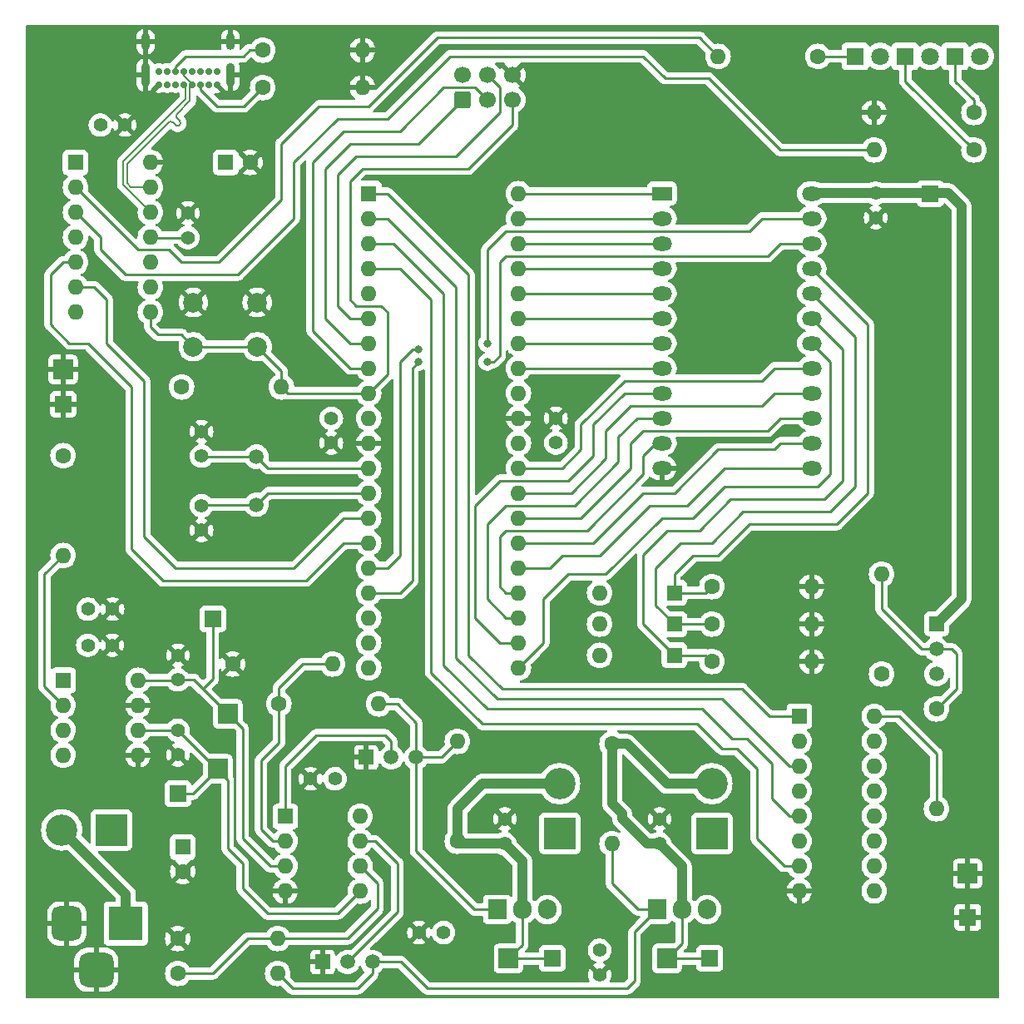
<source format=gtl>
G04 #@! TF.GenerationSoftware,KiCad,Pcbnew,8.0.3*
G04 #@! TF.CreationDate,2024-06-18T23:36:09+02:00*
G04 #@! TF.ProjectId,EPROM-programmer,4550524f-4d2d-4707-926f-6772616d6d65,rev?*
G04 #@! TF.SameCoordinates,Original*
G04 #@! TF.FileFunction,Copper,L1,Top*
G04 #@! TF.FilePolarity,Positive*
%FSLAX46Y46*%
G04 Gerber Fmt 4.6, Leading zero omitted, Abs format (unit mm)*
G04 Created by KiCad (PCBNEW 8.0.3) date 2024-06-18 23:36:09*
%MOMM*%
%LPD*%
G01*
G04 APERTURE LIST*
G04 Aperture macros list*
%AMRoundRect*
0 Rectangle with rounded corners*
0 $1 Rounding radius*
0 $2 $3 $4 $5 $6 $7 $8 $9 X,Y pos of 4 corners*
0 Add a 4 corners polygon primitive as box body*
4,1,4,$2,$3,$4,$5,$6,$7,$8,$9,$2,$3,0*
0 Add four circle primitives for the rounded corners*
1,1,$1+$1,$2,$3*
1,1,$1+$1,$4,$5*
1,1,$1+$1,$6,$7*
1,1,$1+$1,$8,$9*
0 Add four rect primitives between the rounded corners*
20,1,$1+$1,$2,$3,$4,$5,0*
20,1,$1+$1,$4,$5,$6,$7,0*
20,1,$1+$1,$6,$7,$8,$9,0*
20,1,$1+$1,$8,$9,$2,$3,0*%
G04 Aperture macros list end*
G04 #@! TA.AperFunction,ComponentPad*
%ADD10C,1.600000*%
G04 #@! TD*
G04 #@! TA.AperFunction,ComponentPad*
%ADD11O,1.600000X1.600000*%
G04 #@! TD*
G04 #@! TA.AperFunction,SMDPad,CuDef*
%ADD12R,2.000000X2.000000*%
G04 #@! TD*
G04 #@! TA.AperFunction,ComponentPad*
%ADD13R,1.600000X1.600000*%
G04 #@! TD*
G04 #@! TA.AperFunction,ComponentPad*
%ADD14R,3.200000X3.200000*%
G04 #@! TD*
G04 #@! TA.AperFunction,ComponentPad*
%ADD15O,3.200000X3.200000*%
G04 #@! TD*
G04 #@! TA.AperFunction,ComponentPad*
%ADD16C,1.400000*%
G04 #@! TD*
G04 #@! TA.AperFunction,ComponentPad*
%ADD17R,1.700000X1.700000*%
G04 #@! TD*
G04 #@! TA.AperFunction,ComponentPad*
%ADD18R,1.500000X1.500000*%
G04 #@! TD*
G04 #@! TA.AperFunction,ComponentPad*
%ADD19C,1.500000*%
G04 #@! TD*
G04 #@! TA.AperFunction,ComponentPad*
%ADD20R,2.000000X1.440000*%
G04 #@! TD*
G04 #@! TA.AperFunction,ComponentPad*
%ADD21O,2.000000X1.440000*%
G04 #@! TD*
G04 #@! TA.AperFunction,ComponentPad*
%ADD22R,1.905000X2.000000*%
G04 #@! TD*
G04 #@! TA.AperFunction,ComponentPad*
%ADD23O,1.905000X2.000000*%
G04 #@! TD*
G04 #@! TA.AperFunction,ComponentPad*
%ADD24RoundRect,0.250000X0.600000X-0.600000X0.600000X0.600000X-0.600000X0.600000X-0.600000X-0.600000X0*%
G04 #@! TD*
G04 #@! TA.AperFunction,ComponentPad*
%ADD25C,1.700000*%
G04 #@! TD*
G04 #@! TA.AperFunction,ComponentPad*
%ADD26C,2.000000*%
G04 #@! TD*
G04 #@! TA.AperFunction,ComponentPad*
%ADD27R,3.500000X3.500000*%
G04 #@! TD*
G04 #@! TA.AperFunction,ComponentPad*
%ADD28RoundRect,0.750000X-0.750000X-1.000000X0.750000X-1.000000X0.750000X1.000000X-0.750000X1.000000X0*%
G04 #@! TD*
G04 #@! TA.AperFunction,ComponentPad*
%ADD29RoundRect,0.875000X-0.875000X-0.875000X0.875000X-0.875000X0.875000X0.875000X-0.875000X0.875000X0*%
G04 #@! TD*
G04 #@! TA.AperFunction,ComponentPad*
%ADD30R,1.800000X1.800000*%
G04 #@! TD*
G04 #@! TA.AperFunction,ComponentPad*
%ADD31C,1.800000*%
G04 #@! TD*
G04 #@! TA.AperFunction,ComponentPad*
%ADD32C,0.700000*%
G04 #@! TD*
G04 #@! TA.AperFunction,ComponentPad*
%ADD33O,0.900000X2.400000*%
G04 #@! TD*
G04 #@! TA.AperFunction,ComponentPad*
%ADD34O,0.900000X1.700000*%
G04 #@! TD*
G04 #@! TA.AperFunction,ViaPad*
%ADD35C,0.800000*%
G04 #@! TD*
G04 #@! TA.AperFunction,Conductor*
%ADD36C,0.250000*%
G04 #@! TD*
G04 #@! TA.AperFunction,Conductor*
%ADD37C,0.200000*%
G04 #@! TD*
G04 #@! TA.AperFunction,Conductor*
%ADD38C,1.000000*%
G04 #@! TD*
G04 APERTURE END LIST*
D10*
X65151000Y-127508000D03*
D11*
X75311000Y-127508000D03*
D12*
X43180000Y-93472000D03*
D13*
X105410000Y-116205000D03*
D11*
X97790000Y-116205000D03*
D14*
X93726000Y-140708000D03*
D15*
X93726000Y-135628000D03*
D13*
X65796000Y-138948000D03*
D11*
X65796000Y-141488000D03*
X65796000Y-144028000D03*
X65796000Y-146568000D03*
X73416000Y-146568000D03*
X73416000Y-144028000D03*
X73416000Y-141488000D03*
X73416000Y-138948000D03*
D10*
X63500000Y-64770000D03*
D11*
X73660000Y-64770000D03*
D16*
X88140500Y-141724000D03*
X88140500Y-139224000D03*
D17*
X58420000Y-118872000D03*
D13*
X105410000Y-122555000D03*
D11*
X97790000Y-122555000D03*
D10*
X55245000Y-95250000D03*
D11*
X65405000Y-95250000D03*
D18*
X74041000Y-132948000D03*
D19*
X76581000Y-132948000D03*
X79121000Y-132948000D03*
D16*
X125891500Y-75525000D03*
X125891500Y-78025000D03*
D14*
X48125000Y-140335000D03*
D15*
X43045000Y-140335000D03*
D20*
X104140000Y-75565000D03*
D21*
X104140000Y-78105000D03*
X104140000Y-80645000D03*
X104140000Y-83185000D03*
X104140000Y-85725000D03*
X104140000Y-88265000D03*
X104140000Y-90805000D03*
X104140000Y-93345000D03*
X104140000Y-95885000D03*
X104140000Y-98425000D03*
X104140000Y-100965000D03*
X104140000Y-103505000D03*
X119380000Y-103505000D03*
X119380000Y-100965000D03*
X119380000Y-98425000D03*
X119380000Y-95885000D03*
X119380000Y-93345000D03*
X119380000Y-90805000D03*
X119380000Y-88265000D03*
X119380000Y-85725000D03*
X119380000Y-83185000D03*
X119380000Y-80645000D03*
X119380000Y-78105000D03*
X119380000Y-75565000D03*
D10*
X135890000Y-71120000D03*
D11*
X125730000Y-71120000D03*
D10*
X109220000Y-123190000D03*
D11*
X119380000Y-123190000D03*
D13*
X43190000Y-125105000D03*
D11*
X43190000Y-127645000D03*
X43190000Y-130185000D03*
X43190000Y-132725000D03*
X50810000Y-132725000D03*
X50810000Y-130185000D03*
X50810000Y-127645000D03*
X50810000Y-125105000D03*
D22*
X103632000Y-148427500D03*
D23*
X106172000Y-148427500D03*
X108712000Y-148427500D03*
D16*
X57277000Y-107335000D03*
X57277000Y-109835000D03*
D10*
X120015000Y-61595000D03*
D11*
X109855000Y-61595000D03*
D16*
X81907000Y-150782000D03*
X79407000Y-150782000D03*
X103888500Y-141724000D03*
X103888500Y-139224000D03*
X70866000Y-135128000D03*
X68366000Y-135128000D03*
D10*
X135890000Y-67310000D03*
D11*
X125730000Y-67310000D03*
D12*
X104648000Y-153416000D03*
X88519000Y-153416000D03*
D10*
X54864000Y-154940000D03*
D11*
X65024000Y-154940000D03*
D10*
X109220000Y-119380000D03*
D11*
X119380000Y-119380000D03*
D10*
X83312000Y-141478000D03*
D11*
X83312000Y-131318000D03*
D22*
X87376000Y-148427500D03*
D23*
X89916000Y-148427500D03*
X92456000Y-148427500D03*
D12*
X59944000Y-128524000D03*
D10*
X126492000Y-124460000D03*
D11*
X126492000Y-114300000D03*
D17*
X109012000Y-153416000D03*
D10*
X99060000Y-131572000D03*
D11*
X99060000Y-141732000D03*
D16*
X57277000Y-102285000D03*
X57277000Y-99785000D03*
D12*
X135255000Y-144780000D03*
D16*
X93345000Y-100945000D03*
X93345000Y-98445000D03*
X55880000Y-80050000D03*
X55880000Y-77550000D03*
D24*
X83820000Y-66040000D03*
D25*
X83820000Y-63500000D03*
X86360000Y-66040000D03*
X86360000Y-63500000D03*
X88900000Y-66040000D03*
X88900000Y-63500000D03*
D10*
X43180000Y-102235000D03*
D11*
X43180000Y-112395000D03*
D10*
X109220000Y-115570000D03*
D11*
X119380000Y-115570000D03*
D10*
X63500000Y-60960000D03*
D11*
X73660000Y-60960000D03*
D16*
X70485000Y-98445000D03*
X70485000Y-100945000D03*
D17*
X135255000Y-149225000D03*
X54864000Y-136652000D03*
D26*
X56440000Y-86650000D03*
X62940000Y-86650000D03*
X56440000Y-91150000D03*
X62940000Y-91150000D03*
D27*
X49561000Y-149860000D03*
D28*
X43561000Y-149860000D03*
D29*
X46561000Y-154560000D03*
D16*
X54864000Y-130195000D03*
X54864000Y-132695000D03*
X45720000Y-117858500D03*
X48220000Y-117858500D03*
D14*
X109220000Y-140708000D03*
D15*
X109220000Y-135628000D03*
D10*
X54864000Y-151384000D03*
D11*
X65024000Y-151384000D03*
D16*
X97787500Y-152570500D03*
X97787500Y-155070500D03*
D13*
X55372000Y-142073621D03*
D10*
X55372000Y-144573621D03*
D18*
X69596000Y-153776000D03*
D19*
X72136000Y-153776000D03*
X74676000Y-153776000D03*
D16*
X45700000Y-121539000D03*
X48200000Y-121539000D03*
D19*
X62865000Y-107225000D03*
X62865000Y-102345000D03*
D30*
X128905000Y-61595000D03*
D31*
X131445000Y-61595000D03*
D13*
X74295000Y-75565000D03*
D11*
X74295000Y-78105000D03*
X74295000Y-80645000D03*
X74295000Y-83185000D03*
X74295000Y-85725000D03*
X74295000Y-88265000D03*
X74295000Y-90805000D03*
X74295000Y-93345000D03*
X74295000Y-95885000D03*
X74295000Y-98425000D03*
X74295000Y-100965000D03*
X74295000Y-103505000D03*
X74295000Y-106045000D03*
X74295000Y-108585000D03*
X74295000Y-111125000D03*
X74295000Y-113665000D03*
X74295000Y-116205000D03*
X74295000Y-118745000D03*
X74295000Y-121285000D03*
X74295000Y-123825000D03*
X89535000Y-123825000D03*
X89535000Y-121285000D03*
X89535000Y-118745000D03*
X89535000Y-116205000D03*
X89535000Y-113665000D03*
X89535000Y-111125000D03*
X89535000Y-108585000D03*
X89535000Y-106045000D03*
X89535000Y-103505000D03*
X89535000Y-100965000D03*
X89535000Y-98425000D03*
X89535000Y-95885000D03*
X89535000Y-93345000D03*
X89535000Y-90805000D03*
X89535000Y-88265000D03*
X89535000Y-85725000D03*
X89535000Y-83185000D03*
X89535000Y-80645000D03*
X89535000Y-78105000D03*
X89535000Y-75565000D03*
D13*
X59730000Y-72390000D03*
D10*
X62230000Y-72390000D03*
D17*
X131445000Y-75565000D03*
D13*
X44450000Y-72390000D03*
D11*
X44450000Y-74930000D03*
X44450000Y-77470000D03*
X44450000Y-80010000D03*
X44450000Y-82550000D03*
X44450000Y-85090000D03*
X44450000Y-87630000D03*
X52070000Y-87630000D03*
X52070000Y-85090000D03*
X52070000Y-82550000D03*
X52070000Y-80010000D03*
X52070000Y-77470000D03*
X52070000Y-74930000D03*
X52070000Y-72390000D03*
D16*
X54864000Y-125055000D03*
X54864000Y-122555000D03*
D10*
X60452000Y-123444000D03*
D11*
X70612000Y-123444000D03*
D13*
X118120000Y-128768000D03*
D11*
X118120000Y-131308000D03*
X118120000Y-133848000D03*
X118120000Y-136388000D03*
X118120000Y-138928000D03*
X118120000Y-141468000D03*
X118120000Y-144008000D03*
X118120000Y-146548000D03*
X125740000Y-146548000D03*
X125740000Y-144008000D03*
X125740000Y-141468000D03*
X125740000Y-138928000D03*
X125740000Y-136388000D03*
X125740000Y-133848000D03*
X125740000Y-131308000D03*
X125740000Y-128768000D03*
D12*
X58928000Y-134112000D03*
D17*
X43180000Y-97028000D03*
D13*
X105410000Y-119380000D03*
D11*
X97790000Y-119380000D03*
D16*
X46980000Y-68585000D03*
X49480000Y-68585000D03*
D30*
X123825000Y-61595000D03*
D31*
X126365000Y-61595000D03*
D32*
X58855000Y-64477000D03*
X58005000Y-64477000D03*
X57155000Y-64477000D03*
X56305000Y-64477000D03*
X55455000Y-64477000D03*
X54605000Y-64477000D03*
X53755000Y-64477000D03*
X52905000Y-64477000D03*
X52905000Y-63127000D03*
X53755000Y-63127000D03*
X54605000Y-63127000D03*
X55455000Y-63127000D03*
X56305000Y-63127000D03*
X57155000Y-63127000D03*
X58005000Y-63127000D03*
X58855000Y-63127000D03*
D33*
X60205000Y-63497000D03*
D34*
X60205000Y-60117000D03*
D33*
X51555000Y-63497000D03*
D34*
X51555000Y-60117000D03*
D18*
X132080000Y-119380000D03*
D19*
X132080000Y-121920000D03*
X132080000Y-124460000D03*
D10*
X132080000Y-128016000D03*
D11*
X132080000Y-138176000D03*
D17*
X92964000Y-153416000D03*
D30*
X133980000Y-61595000D03*
D31*
X136520000Y-61595000D03*
D35*
X42545000Y-61595000D03*
X76200000Y-109855000D03*
X83820000Y-79375000D03*
X111125000Y-88900000D03*
X97155000Y-95250000D03*
X136652000Y-86868000D03*
X107950000Y-69215000D03*
X83820000Y-144272000D03*
X136652000Y-110744000D03*
X86360000Y-103505000D03*
X76200000Y-97155000D03*
X86995000Y-94615000D03*
X49530000Y-85725000D03*
X78740000Y-117348000D03*
X129032000Y-99060000D03*
X130048000Y-152908000D03*
X86360000Y-92710000D03*
X79375000Y-92710000D03*
X86360000Y-90805000D03*
X79375000Y-91440000D03*
D36*
X57387000Y-107225000D02*
X57277000Y-107335000D01*
X74295000Y-106045000D02*
X64045000Y-106045000D01*
X62865000Y-107225000D02*
X57387000Y-107225000D01*
X64045000Y-106045000D02*
X62865000Y-107225000D01*
X135255000Y-144145000D02*
X135255000Y-149225000D01*
X64025000Y-103505000D02*
X62865000Y-102345000D01*
X57337000Y-102345000D02*
X57277000Y-102285000D01*
X62865000Y-102345000D02*
X57337000Y-102345000D01*
X74295000Y-103505000D02*
X64025000Y-103505000D01*
X55880000Y-80050000D02*
X52110000Y-80050000D01*
X52110000Y-80050000D02*
X52070000Y-80010000D01*
X123825000Y-61595000D02*
X120015000Y-61595000D01*
X128905000Y-64135000D02*
X128905000Y-61595000D01*
X135890000Y-71120000D02*
X128905000Y-64135000D01*
X133980000Y-64130000D02*
X133980000Y-61595000D01*
X135890000Y-67310000D02*
X135890000Y-66040000D01*
X135890000Y-66040000D02*
X133980000Y-64130000D01*
X89535000Y-75565000D02*
X104140000Y-75565000D01*
X89535000Y-78105000D02*
X104140000Y-78105000D01*
X89535000Y-80645000D02*
X104140000Y-80645000D01*
X89535000Y-83185000D02*
X104140000Y-83185000D01*
X89535000Y-85725000D02*
X104140000Y-85725000D01*
X89535000Y-88265000D02*
X104140000Y-88265000D01*
X89535000Y-90805000D02*
X104140000Y-90805000D01*
X89535000Y-93345000D02*
X104140000Y-93345000D01*
X97155000Y-99060000D02*
X100330000Y-95885000D01*
X85090000Y-107315000D02*
X87630000Y-104775000D01*
X87630000Y-104775000D02*
X94615000Y-104775000D01*
X85090000Y-118745000D02*
X85090000Y-107315000D01*
X87630000Y-121285000D02*
X85090000Y-118745000D01*
X94615000Y-104775000D02*
X97155000Y-102235000D01*
X89535000Y-121285000D02*
X87630000Y-121285000D01*
X97155000Y-102235000D02*
X97155000Y-99060000D01*
X100330000Y-95885000D02*
X104140000Y-95885000D01*
X99695000Y-102870000D02*
X99695000Y-100330000D01*
X86360000Y-109220000D02*
X88265000Y-107315000D01*
X95250000Y-107315000D02*
X99695000Y-102870000D01*
X88265000Y-107315000D02*
X95250000Y-107315000D01*
X86360000Y-116840000D02*
X86360000Y-109220000D01*
X89535000Y-118745000D02*
X88265000Y-118745000D01*
X99695000Y-100330000D02*
X101600000Y-98425000D01*
X88265000Y-118745000D02*
X86360000Y-116840000D01*
X101600000Y-98425000D02*
X104140000Y-98425000D01*
X88265000Y-109855000D02*
X96520000Y-109855000D01*
X102235000Y-104140000D02*
X102235000Y-102235000D01*
X103505000Y-100965000D02*
X104140000Y-100965000D01*
X96520000Y-109855000D02*
X102235000Y-104140000D01*
X87630000Y-110490000D02*
X88265000Y-109855000D01*
X87630000Y-115570000D02*
X87630000Y-110490000D01*
X102235000Y-102235000D02*
X103505000Y-100965000D01*
X88265000Y-116205000D02*
X87630000Y-115570000D01*
X89535000Y-116205000D02*
X88265000Y-116205000D01*
X110490000Y-103505000D02*
X119380000Y-103505000D01*
X92710000Y-113665000D02*
X93980000Y-112395000D01*
X89535000Y-113665000D02*
X92710000Y-113665000D01*
X97790000Y-112395000D02*
X102870000Y-107315000D01*
X93980000Y-112395000D02*
X97790000Y-112395000D01*
X106680000Y-107315000D02*
X110490000Y-103505000D01*
X102870000Y-107315000D02*
X106680000Y-107315000D01*
X102235000Y-106045000D02*
X105410000Y-106045000D01*
X116205000Y-100965000D02*
X119380000Y-100965000D01*
X97155000Y-111125000D02*
X102235000Y-106045000D01*
X89535000Y-111125000D02*
X97155000Y-111125000D01*
X115570000Y-101600000D02*
X116205000Y-100965000D01*
X105410000Y-106045000D02*
X109855000Y-101600000D01*
X109855000Y-101600000D02*
X115570000Y-101600000D01*
X95885000Y-108585000D02*
X100965000Y-103505000D01*
X114935000Y-99695000D02*
X116205000Y-98425000D01*
X102235000Y-99695000D02*
X114935000Y-99695000D01*
X116205000Y-98425000D02*
X119380000Y-98425000D01*
X100965000Y-100965000D02*
X102235000Y-99695000D01*
X100965000Y-103505000D02*
X100965000Y-100965000D01*
X89535000Y-108585000D02*
X95885000Y-108585000D01*
X89535000Y-106045000D02*
X94932500Y-106045000D01*
X98425000Y-102552500D02*
X98425000Y-99695000D01*
X94932500Y-106045000D02*
X98425000Y-102552500D01*
X114300000Y-97155000D02*
X115570000Y-95885000D01*
X98425000Y-99695000D02*
X100965000Y-97155000D01*
X100965000Y-97155000D02*
X114300000Y-97155000D01*
X115570000Y-95885000D02*
X119380000Y-95885000D01*
X95885000Y-101600000D02*
X95885000Y-99060000D01*
X93980000Y-103505000D02*
X95885000Y-101600000D01*
X89535000Y-103505000D02*
X93980000Y-103505000D01*
X100330000Y-94615000D02*
X114300000Y-94615000D01*
X115570000Y-93345000D02*
X119380000Y-93345000D01*
X114300000Y-94615000D02*
X115570000Y-93345000D01*
X95885000Y-99060000D02*
X100330000Y-94615000D01*
X121285000Y-92710000D02*
X119380000Y-90805000D01*
X98425000Y-114300000D02*
X104140000Y-108585000D01*
X94615000Y-114300000D02*
X98425000Y-114300000D01*
X104140000Y-108585000D02*
X107315000Y-108585000D01*
X92075000Y-116840000D02*
X94615000Y-114300000D01*
X110490000Y-105410000D02*
X120015000Y-105410000D01*
X89535000Y-123825000D02*
X92075000Y-121285000D01*
X121285000Y-104140000D02*
X121285000Y-92710000D01*
X120015000Y-105410000D02*
X121285000Y-104140000D01*
X92075000Y-121285000D02*
X92075000Y-116840000D01*
X107315000Y-108585000D02*
X110490000Y-105410000D01*
X107950000Y-109855000D02*
X111125000Y-106680000D01*
X102235000Y-119380000D02*
X102235000Y-112325686D01*
X108585000Y-122555000D02*
X109220000Y-123190000D01*
X105410000Y-122555000D02*
X108585000Y-122555000D01*
X104705686Y-109855000D02*
X107950000Y-109855000D01*
X111125000Y-106680000D02*
X120650000Y-106680000D01*
X105410000Y-122555000D02*
X102235000Y-119380000D01*
X122555000Y-91440000D02*
X119380000Y-88265000D01*
X120650000Y-106680000D02*
X122555000Y-104775000D01*
X102235000Y-112325686D02*
X104705686Y-109855000D01*
X122555000Y-104775000D02*
X122555000Y-91440000D01*
X105410000Y-116205000D02*
X105410000Y-114300000D01*
X107315000Y-112395000D02*
X109855000Y-112395000D01*
X105410000Y-116205000D02*
X108585000Y-116205000D01*
X125095000Y-106045000D02*
X125095000Y-88900000D01*
X108585000Y-116205000D02*
X109220000Y-115570000D01*
X105410000Y-114300000D02*
X107315000Y-112395000D01*
X125095000Y-88900000D02*
X119380000Y-83185000D01*
X109855000Y-112395000D02*
X113030000Y-109220000D01*
X113030000Y-109220000D02*
X121920000Y-109220000D01*
X121920000Y-109220000D02*
X125095000Y-106045000D01*
X86995000Y-92710000D02*
X86360000Y-92710000D01*
X87630000Y-92075000D02*
X86995000Y-92710000D01*
X78740000Y-114935000D02*
X77470000Y-116205000D01*
X79375000Y-92710000D02*
X78740000Y-93345000D01*
X88265000Y-81915000D02*
X87630000Y-82550000D01*
X114935000Y-81915000D02*
X116205000Y-80645000D01*
X88265000Y-81915000D02*
X114935000Y-81915000D01*
X87630000Y-82550000D02*
X87630000Y-92075000D01*
X78740000Y-93345000D02*
X78740000Y-114935000D01*
X77470000Y-116205000D02*
X74295000Y-116205000D01*
X116205000Y-80645000D02*
X119380000Y-80645000D01*
X88265000Y-79375000D02*
X113030000Y-79375000D01*
X76200000Y-113665000D02*
X74295000Y-113665000D01*
X77470000Y-112395000D02*
X76200000Y-113665000D01*
X113030000Y-79375000D02*
X114300000Y-78105000D01*
X86360000Y-81280000D02*
X86360000Y-90805000D01*
X78740000Y-91440000D02*
X77470000Y-92710000D01*
X79375000Y-91440000D02*
X78740000Y-91440000D01*
X114300000Y-78105000D02*
X119380000Y-78105000D01*
X88265000Y-79375000D02*
X86360000Y-81280000D01*
X77470000Y-92710000D02*
X77470000Y-112395000D01*
X79375000Y-70485000D02*
X72390000Y-70485000D01*
X83820000Y-66040000D02*
X79375000Y-70485000D01*
X72390000Y-90805000D02*
X74295000Y-90805000D01*
X69850000Y-88265000D02*
X72390000Y-90805000D01*
X69850000Y-73025000D02*
X69850000Y-88265000D01*
X72390000Y-70485000D02*
X69850000Y-73025000D01*
X71755000Y-69215000D02*
X68580000Y-72390000D01*
X68580000Y-72390000D02*
X68580000Y-89535000D01*
X85090000Y-64770000D02*
X81915000Y-64770000D01*
X77470000Y-69215000D02*
X71755000Y-69215000D01*
X86360000Y-66040000D02*
X85090000Y-64770000D01*
X81915000Y-64770000D02*
X77470000Y-69215000D01*
X72390000Y-93345000D02*
X74295000Y-93345000D01*
X68580000Y-89535000D02*
X72390000Y-93345000D01*
X71120000Y-73660000D02*
X73025000Y-71755000D01*
X87630000Y-64770000D02*
X86360000Y-63500000D01*
X73025000Y-71755000D02*
X83185000Y-71755000D01*
X72390000Y-88265000D02*
X71120000Y-86995000D01*
X83185000Y-71755000D02*
X87630000Y-67310000D01*
X87630000Y-67310000D02*
X87630000Y-64770000D01*
X74295000Y-88265000D02*
X72390000Y-88265000D01*
X71120000Y-86995000D02*
X71120000Y-73660000D01*
X66040000Y-95885000D02*
X65405000Y-95250000D01*
X84455000Y-73025000D02*
X73660000Y-73025000D01*
X76200000Y-93980000D02*
X74295000Y-95885000D01*
X72390000Y-86360000D02*
X73025000Y-86995000D01*
X74295000Y-95885000D02*
X66040000Y-95885000D01*
X52070000Y-89154000D02*
X52832000Y-89916000D01*
X76200000Y-87630000D02*
X76200000Y-93980000D01*
X52832000Y-89916000D02*
X55206000Y-89916000D01*
X55206000Y-89916000D02*
X56440000Y-91150000D01*
X72390000Y-74295000D02*
X72390000Y-86360000D01*
X65405000Y-95250000D02*
X65405000Y-93615000D01*
X62940000Y-91150000D02*
X56440000Y-91150000D01*
X52070000Y-87630000D02*
X52070000Y-89154000D01*
X88900000Y-68580000D02*
X84455000Y-73025000D01*
X65405000Y-93615000D02*
X62940000Y-91150000D01*
X88900000Y-66040000D02*
X88900000Y-68580000D01*
X75565000Y-86995000D02*
X76200000Y-87630000D01*
X73660000Y-73025000D02*
X72390000Y-74295000D01*
X73025000Y-86995000D02*
X75565000Y-86995000D01*
X71140000Y-148844000D02*
X73416000Y-146568000D01*
X61468000Y-146304000D02*
X64008000Y-148844000D01*
X59944000Y-135275000D02*
X59944000Y-142240000D01*
X50810000Y-130185000D02*
X54854000Y-130185000D01*
X54854000Y-130185000D02*
X54864000Y-130195000D01*
X54864000Y-136652000D02*
X56388000Y-136652000D01*
X64008000Y-148844000D02*
X71140000Y-148844000D01*
X54864000Y-130195000D02*
X59944000Y-135275000D01*
X59944000Y-142240000D02*
X61468000Y-143764000D01*
X56388000Y-136652000D02*
X58928000Y-134112000D01*
X61468000Y-143764000D02*
X61468000Y-146304000D01*
X63500000Y-64770000D02*
X61595000Y-66675000D01*
X61595000Y-66675000D02*
X58858026Y-66675000D01*
X58858026Y-66675000D02*
X57155000Y-64971974D01*
X57155000Y-64971974D02*
X57155000Y-64477000D01*
D37*
X56305000Y-64477000D02*
X56105001Y-64676999D01*
X56305000Y-64407761D02*
X56305000Y-64477000D01*
X50095686Y-74930000D02*
X52070000Y-74930000D01*
X54769100Y-67893366D02*
X54769099Y-67893366D01*
X55455000Y-63127000D02*
X55455000Y-63557761D01*
X55455000Y-63557761D02*
X56305000Y-64407761D01*
X54769099Y-67893366D02*
X55051942Y-68176209D01*
X49689100Y-74523414D02*
X50095686Y-74930000D01*
X53920572Y-68317631D02*
X53920571Y-68317630D01*
X53920571Y-68317630D02*
X49689100Y-72549100D01*
X54627678Y-68600473D02*
X54344836Y-68317631D01*
X56105001Y-66133199D02*
X54769100Y-67469100D01*
X49689100Y-72549100D02*
X49689100Y-74523414D01*
X56105001Y-64676999D02*
X56105001Y-66133199D01*
X55051942Y-68600473D02*
G75*
G02*
X54627678Y-68600473I-212132J212132D01*
G01*
X54344836Y-68317631D02*
G75*
G03*
X53920572Y-68317631I-212132J-212132D01*
G01*
X55051942Y-68176209D02*
G75*
G02*
X55051901Y-68600432I-212142J-212091D01*
G01*
X54769100Y-67469100D02*
G75*
G03*
X54769133Y-67893333I212100J-212100D01*
G01*
X55654999Y-65946801D02*
X55654999Y-64676999D01*
X49289100Y-74689100D02*
X49289100Y-72312700D01*
X55654999Y-64676999D02*
X55455000Y-64477000D01*
X49289100Y-72312700D02*
X55654999Y-65946801D01*
X52070000Y-77470000D02*
X49289100Y-74689100D01*
D36*
X61544008Y-61595000D02*
X55642026Y-61595000D01*
X63500000Y-60960000D02*
X62179008Y-60960000D01*
X54605000Y-62632026D02*
X54605000Y-63127000D01*
X55642026Y-61595000D02*
X54605000Y-62632026D01*
X62179008Y-60960000D02*
X61544008Y-61595000D01*
X69215000Y-66675000D02*
X74295000Y-66675000D01*
X44450000Y-74930000D02*
X50800000Y-81280000D01*
X59055000Y-82550000D02*
X65405000Y-76200000D01*
X50800000Y-81280000D02*
X53975000Y-81280000D01*
X65405000Y-70485000D02*
X69215000Y-66675000D01*
X55245000Y-82550000D02*
X59055000Y-82550000D01*
X107950000Y-59690000D02*
X109855000Y-61595000D01*
X74295000Y-66675000D02*
X81280000Y-59690000D01*
X65405000Y-76200000D02*
X65405000Y-70485000D01*
X53975000Y-81280000D02*
X55245000Y-82550000D01*
X81280000Y-59690000D02*
X107950000Y-59690000D01*
X49530000Y-83820000D02*
X60960000Y-83820000D01*
X108862500Y-63817500D02*
X116165000Y-71120000D01*
X104457500Y-63817500D02*
X108862500Y-63817500D01*
X82550000Y-61595000D02*
X102235000Y-61595000D01*
X116165000Y-71120000D02*
X125730000Y-71120000D01*
X76200000Y-67945000D02*
X82550000Y-61595000D01*
X46990000Y-80010000D02*
X46990000Y-81280000D01*
X102235000Y-61595000D02*
X104457500Y-63817500D01*
X46990000Y-81280000D02*
X49530000Y-83820000D01*
X66675000Y-78105000D02*
X66675000Y-72390000D01*
X60960000Y-83820000D02*
X66675000Y-78105000D01*
X44450000Y-77470000D02*
X46990000Y-80010000D01*
X66675000Y-72390000D02*
X71120000Y-67945000D01*
X71120000Y-67945000D02*
X76200000Y-67945000D01*
D38*
X125891500Y-75525000D02*
X119420000Y-75525000D01*
X133310000Y-75525000D02*
X134620000Y-76835000D01*
X119420000Y-75525000D02*
X119380000Y-75565000D01*
X134620000Y-76835000D02*
X134620000Y-116840000D01*
X134620000Y-116840000D02*
X132080000Y-119380000D01*
X125891500Y-75525000D02*
X133310000Y-75525000D01*
D36*
X41275000Y-114300000D02*
X41275000Y-125730000D01*
X43180000Y-112395000D02*
X41275000Y-114300000D01*
X41275000Y-125730000D02*
X43190000Y-127645000D01*
X54610000Y-113665000D02*
X66675000Y-113665000D01*
X46355000Y-85090000D02*
X47625000Y-86360000D01*
X71755000Y-108585000D02*
X74295000Y-108585000D01*
X47625000Y-86360000D02*
X47625000Y-90805000D01*
X51435000Y-94615000D02*
X51435000Y-110490000D01*
X51435000Y-110490000D02*
X54610000Y-113665000D01*
X47625000Y-90805000D02*
X51435000Y-94615000D01*
X66675000Y-113665000D02*
X71755000Y-108585000D01*
X44450000Y-85090000D02*
X46355000Y-85090000D01*
X41910000Y-88900000D02*
X43815000Y-90805000D01*
X53340000Y-114935000D02*
X67945000Y-114935000D01*
X45720000Y-90805000D02*
X50165000Y-95250000D01*
X44450000Y-82550000D02*
X43180000Y-82550000D01*
X71755000Y-111125000D02*
X74295000Y-111125000D01*
X43180000Y-82550000D02*
X41910000Y-83820000D01*
X50165000Y-111760000D02*
X53340000Y-114935000D01*
X50165000Y-95250000D02*
X50165000Y-111760000D01*
X67945000Y-114935000D02*
X71755000Y-111125000D01*
X43815000Y-90805000D02*
X45720000Y-90805000D01*
X41910000Y-83820000D02*
X41910000Y-88900000D01*
X109220000Y-111125000D02*
X112395000Y-107950000D01*
X103505000Y-117475000D02*
X103505000Y-113665000D01*
X105410000Y-119380000D02*
X103505000Y-117475000D01*
X105410000Y-119380000D02*
X109220000Y-119380000D01*
X112395000Y-107950000D02*
X121285000Y-107950000D01*
X123825000Y-90170000D02*
X119380000Y-85725000D01*
X121285000Y-107950000D02*
X123825000Y-105410000D01*
X106045000Y-111125000D02*
X109220000Y-111125000D01*
X103505000Y-113665000D02*
X106045000Y-111125000D01*
X123825000Y-105410000D02*
X123825000Y-90170000D01*
X76581000Y-131318000D02*
X75946000Y-130683000D01*
X76581000Y-132948000D02*
X76581000Y-131318000D01*
X65796000Y-133848000D02*
X68961000Y-130683000D01*
X68961000Y-130683000D02*
X75946000Y-130683000D01*
X65796000Y-138948000D02*
X65796000Y-133848000D01*
X134112000Y-122428000D02*
X134112000Y-125984000D01*
X133604000Y-121920000D02*
X134112000Y-122428000D01*
X126492000Y-117856000D02*
X126492000Y-114300000D01*
X132080000Y-121920000D02*
X130556000Y-121920000D01*
X134112000Y-125984000D02*
X132080000Y-128016000D01*
X132080000Y-121920000D02*
X133604000Y-121920000D01*
X130556000Y-121920000D02*
X126492000Y-117856000D01*
X76200000Y-75565000D02*
X84455000Y-83820000D01*
X84455000Y-122555000D02*
X87884000Y-125984000D01*
X87884000Y-125984000D02*
X112268000Y-125984000D01*
X84455000Y-83820000D02*
X84455000Y-122555000D01*
X74295000Y-75565000D02*
X76200000Y-75565000D01*
X115052000Y-128768000D02*
X118120000Y-128768000D01*
X112268000Y-125984000D02*
X115052000Y-128768000D01*
X61468000Y-130048000D02*
X61468000Y-141224000D01*
X54814000Y-125105000D02*
X54864000Y-125055000D01*
X56475000Y-125055000D02*
X57404000Y-125984000D01*
X58420000Y-118872000D02*
X58420000Y-124968000D01*
X50810000Y-125105000D02*
X54814000Y-125105000D01*
X61468000Y-141224000D02*
X64272000Y-144028000D01*
X57404000Y-125984000D02*
X61468000Y-130048000D01*
X58420000Y-124968000D02*
X57404000Y-125984000D01*
X64272000Y-144028000D02*
X65796000Y-144028000D01*
X54864000Y-125055000D02*
X56475000Y-125055000D01*
D38*
X85860000Y-135628000D02*
X93726000Y-135628000D01*
X83558000Y-141724000D02*
X83312000Y-141478000D01*
X83312000Y-141478000D02*
X83312000Y-138176000D01*
D36*
X88519000Y-153416000D02*
X92964000Y-153416000D01*
D38*
X89916000Y-148427500D02*
X89916000Y-143499500D01*
X89916000Y-143499500D02*
X88140500Y-141724000D01*
X83312000Y-138176000D02*
X85860000Y-135628000D01*
X88140500Y-141724000D02*
X83558000Y-141724000D01*
D36*
X89916000Y-148427500D02*
X89916000Y-152019000D01*
X89916000Y-152019000D02*
X88519000Y-153416000D01*
X67564000Y-123444000D02*
X70612000Y-123444000D01*
X65151000Y-131445000D02*
X65151000Y-127508000D01*
X63309500Y-140271500D02*
X63309500Y-133286500D01*
X64526000Y-141488000D02*
X63309500Y-140271500D01*
X65796000Y-141488000D02*
X64526000Y-141488000D01*
X65151000Y-127508000D02*
X65151000Y-125857000D01*
X63309500Y-133286500D02*
X65151000Y-131445000D01*
X65151000Y-125857000D02*
X67564000Y-123444000D01*
D38*
X49561000Y-146851000D02*
X43045000Y-140335000D01*
X49561000Y-149860000D02*
X49561000Y-146851000D01*
D36*
X113792000Y-134112000D02*
X113792000Y-141224000D01*
X107696000Y-129540000D02*
X110236000Y-132080000D01*
X110236000Y-132080000D02*
X111760000Y-132080000D01*
X116576000Y-144008000D02*
X118120000Y-144008000D01*
X80645000Y-124333000D02*
X85852000Y-129540000D01*
X77470000Y-83185000D02*
X80645000Y-86360000D01*
X85852000Y-129540000D02*
X107696000Y-129540000D01*
X80645000Y-86360000D02*
X80645000Y-124333000D01*
X113792000Y-141224000D02*
X116576000Y-144008000D01*
X74295000Y-83185000D02*
X77470000Y-83185000D01*
X111760000Y-132080000D02*
X113792000Y-134112000D01*
X81915000Y-123571000D02*
X81915000Y-85725000D01*
X81915000Y-85725000D02*
X76835000Y-80645000D01*
X115316000Y-137160000D02*
X115316000Y-133604000D01*
X108204000Y-128016000D02*
X86360000Y-128016000D01*
X118120000Y-138928000D02*
X117084000Y-138928000D01*
X76835000Y-80645000D02*
X74295000Y-80645000D01*
X111252000Y-131064000D02*
X108204000Y-128016000D01*
X112776000Y-131064000D02*
X111252000Y-131064000D01*
X86360000Y-128016000D02*
X81915000Y-123571000D01*
X115316000Y-133604000D02*
X112776000Y-131064000D01*
X117084000Y-138928000D02*
X115316000Y-137160000D01*
X76200000Y-78105000D02*
X74295000Y-78105000D01*
X87376000Y-127000000D02*
X83185000Y-122809000D01*
X83185000Y-85090000D02*
X76200000Y-78105000D01*
X110236000Y-127000000D02*
X87376000Y-127000000D01*
X117084000Y-133848000D02*
X110236000Y-127000000D01*
X118120000Y-133848000D02*
X117084000Y-133848000D01*
X83185000Y-122809000D02*
X83185000Y-85090000D01*
X72136000Y-153776000D02*
X77216000Y-148696000D01*
X77216000Y-143764000D02*
X74940000Y-141488000D01*
X77216000Y-148696000D02*
X77216000Y-143764000D01*
X74940000Y-141488000D02*
X73416000Y-141488000D01*
X65024000Y-151384000D02*
X61976000Y-151384000D01*
X61976000Y-151384000D02*
X58420000Y-154940000D01*
X73416000Y-144028000D02*
X75184000Y-145796000D01*
X75184000Y-145796000D02*
X75184000Y-148336000D01*
X58420000Y-154940000D02*
X54864000Y-154940000D01*
X72136000Y-151384000D02*
X65024000Y-151384000D01*
X75184000Y-148336000D02*
X72136000Y-151384000D01*
D38*
X104648000Y-135636000D02*
X104656000Y-135628000D01*
X103888500Y-141724000D02*
X102608000Y-141724000D01*
X99060000Y-131572000D02*
X100584000Y-131572000D01*
D36*
X104648000Y-153416000D02*
X109012000Y-153416000D01*
X104648000Y-153416000D02*
X106172000Y-151892000D01*
D38*
X106172000Y-144007500D02*
X103888500Y-141724000D01*
X102608000Y-141724000D02*
X100076000Y-139192000D01*
X100584000Y-131572000D02*
X104648000Y-135636000D01*
X104656000Y-135628000D02*
X109220000Y-135628000D01*
X99060000Y-137668000D02*
X99060000Y-131572000D01*
X106172000Y-148427500D02*
X106172000Y-144007500D01*
X100076000Y-138684000D02*
X99060000Y-137668000D01*
D36*
X106172000Y-151892000D02*
X106172000Y-148427500D01*
D38*
X100076000Y-139192000D02*
X100076000Y-138684000D01*
D36*
X87376000Y-148427500D02*
X85054500Y-148427500D01*
X79121000Y-142494000D02*
X79121000Y-132948000D01*
X79121000Y-129413000D02*
X79121000Y-132948000D01*
X85054500Y-148427500D02*
X79121000Y-142494000D01*
X79121000Y-132948000D02*
X81682000Y-132948000D01*
X77216000Y-127508000D02*
X79121000Y-129413000D01*
X81682000Y-132948000D02*
X83312000Y-131318000D01*
X75311000Y-127508000D02*
X77216000Y-127508000D01*
X73152000Y-156464000D02*
X66548000Y-156464000D01*
X77576000Y-153776000D02*
X80264000Y-156464000D01*
X100584000Y-156464000D02*
X101092000Y-155956000D01*
X101691500Y-148427500D02*
X99060000Y-145796000D01*
X80264000Y-156464000D02*
X100584000Y-156464000D01*
X103632000Y-148427500D02*
X101691500Y-148427500D01*
X101346000Y-150713500D02*
X103632000Y-148427500D01*
X74676000Y-153776000D02*
X77576000Y-153776000D01*
X101346000Y-155702000D02*
X101346000Y-150713500D01*
X101092000Y-155956000D02*
X101346000Y-155702000D01*
X66548000Y-156464000D02*
X65024000Y-154940000D01*
X74676000Y-153776000D02*
X74676000Y-154940000D01*
X99060000Y-145796000D02*
X99060000Y-141732000D01*
X74676000Y-154940000D02*
X73152000Y-156464000D01*
X132080000Y-138176000D02*
X132080000Y-132588000D01*
X128260000Y-128768000D02*
X125740000Y-128768000D01*
X132080000Y-132588000D02*
X128260000Y-128768000D01*
G04 #@! TA.AperFunction,Conductor*
G36*
X45947862Y-79854655D02*
G01*
X45962818Y-79867409D01*
X46328181Y-80232771D01*
X46361666Y-80294094D01*
X46364500Y-80320452D01*
X46364500Y-81218393D01*
X46364500Y-81341607D01*
X46368296Y-81360689D01*
X46384670Y-81443013D01*
X46388537Y-81462451D01*
X46388538Y-81462455D01*
X46435685Y-81576280D01*
X46435690Y-81576289D01*
X46469914Y-81627507D01*
X46469915Y-81627509D01*
X46504140Y-81678731D01*
X46504141Y-81678732D01*
X46504142Y-81678733D01*
X46591267Y-81765858D01*
X46591268Y-81765858D01*
X46598335Y-81772925D01*
X46598334Y-81772925D01*
X46598337Y-81772927D01*
X49044141Y-84218732D01*
X49044142Y-84218733D01*
X49131266Y-84305857D01*
X49131268Y-84305859D01*
X49233707Y-84374307D01*
X49233716Y-84374312D01*
X49239013Y-84376506D01*
X49347548Y-84421463D01*
X49445091Y-84440865D01*
X49468388Y-84445499D01*
X49468392Y-84445500D01*
X49468393Y-84445500D01*
X49468394Y-84445500D01*
X50740951Y-84445500D01*
X50807990Y-84465185D01*
X50853745Y-84517989D01*
X50863689Y-84587147D01*
X50853333Y-84621905D01*
X50843262Y-84643502D01*
X50843258Y-84643511D01*
X50784366Y-84863302D01*
X50784364Y-84863313D01*
X50764532Y-85089998D01*
X50764532Y-85090001D01*
X50784364Y-85316686D01*
X50784366Y-85316697D01*
X50843258Y-85536488D01*
X50843261Y-85536497D01*
X50939431Y-85742732D01*
X50939432Y-85742734D01*
X51069954Y-85929141D01*
X51230858Y-86090045D01*
X51230861Y-86090047D01*
X51417266Y-86220568D01*
X51475275Y-86247618D01*
X51527714Y-86293791D01*
X51546866Y-86360984D01*
X51526650Y-86427865D01*
X51475275Y-86472382D01*
X51417267Y-86499431D01*
X51417265Y-86499432D01*
X51230858Y-86629954D01*
X51069954Y-86790858D01*
X50939432Y-86977265D01*
X50939431Y-86977267D01*
X50843261Y-87183502D01*
X50843258Y-87183511D01*
X50784366Y-87403302D01*
X50784364Y-87403313D01*
X50764532Y-87629998D01*
X50764532Y-87630001D01*
X50784364Y-87856686D01*
X50784366Y-87856697D01*
X50843258Y-88076488D01*
X50843261Y-88076497D01*
X50939431Y-88282732D01*
X50939432Y-88282734D01*
X51069954Y-88469141D01*
X51230858Y-88630045D01*
X51391623Y-88742613D01*
X51435248Y-88797189D01*
X51444500Y-88844188D01*
X51444500Y-89215606D01*
X51461034Y-89298733D01*
X51468537Y-89336451D01*
X51515688Y-89450286D01*
X51539216Y-89485497D01*
X51539217Y-89485500D01*
X51539218Y-89485500D01*
X51584141Y-89552732D01*
X51584144Y-89552736D01*
X51675586Y-89644178D01*
X51675608Y-89644198D01*
X52343016Y-90311606D01*
X52343045Y-90311637D01*
X52433264Y-90401856D01*
X52433267Y-90401858D01*
X52485434Y-90436714D01*
X52485435Y-90436716D01*
X52505574Y-90450172D01*
X52535715Y-90470312D01*
X52602396Y-90497931D01*
X52602398Y-90497933D01*
X52632129Y-90510247D01*
X52649548Y-90517463D01*
X52770394Y-90541500D01*
X54886913Y-90541500D01*
X54953952Y-90561185D01*
X54999707Y-90613989D01*
X55009651Y-90683147D01*
X55007119Y-90695940D01*
X54954892Y-90902175D01*
X54954890Y-90902187D01*
X54934357Y-91149994D01*
X54934357Y-91150005D01*
X54954890Y-91397812D01*
X54954892Y-91397824D01*
X55015936Y-91638881D01*
X55115826Y-91866606D01*
X55251833Y-92074782D01*
X55251836Y-92074785D01*
X55420256Y-92257738D01*
X55616491Y-92410474D01*
X55616493Y-92410475D01*
X55822092Y-92521740D01*
X55835190Y-92528828D01*
X56070386Y-92609571D01*
X56315665Y-92650500D01*
X56564335Y-92650500D01*
X56809614Y-92609571D01*
X57044810Y-92528828D01*
X57263509Y-92410474D01*
X57459744Y-92257738D01*
X57628164Y-92074785D01*
X57764173Y-91866607D01*
X57764175Y-91866603D01*
X57771595Y-91849689D01*
X57816551Y-91796203D01*
X57883287Y-91775514D01*
X57885150Y-91775500D01*
X61494850Y-91775500D01*
X61561889Y-91795185D01*
X61607644Y-91847989D01*
X61608405Y-91849689D01*
X61615824Y-91866603D01*
X61751833Y-92074782D01*
X61751836Y-92074785D01*
X61920256Y-92257738D01*
X62116491Y-92410474D01*
X62116493Y-92410475D01*
X62322092Y-92521740D01*
X62335190Y-92528828D01*
X62570386Y-92609571D01*
X62815665Y-92650500D01*
X63064335Y-92650500D01*
X63309614Y-92609571D01*
X63389287Y-92582218D01*
X63459082Y-92579068D01*
X63517229Y-92611819D01*
X64743181Y-93837771D01*
X64776666Y-93899094D01*
X64779500Y-93925452D01*
X64779500Y-94035811D01*
X64759815Y-94102850D01*
X64726623Y-94137386D01*
X64565859Y-94249953D01*
X64404954Y-94410858D01*
X64274432Y-94597265D01*
X64274431Y-94597267D01*
X64178261Y-94803502D01*
X64178258Y-94803511D01*
X64119366Y-95023302D01*
X64119364Y-95023313D01*
X64099532Y-95249998D01*
X64099532Y-95250001D01*
X64119364Y-95476686D01*
X64119366Y-95476697D01*
X64178258Y-95696488D01*
X64178261Y-95696497D01*
X64274431Y-95902732D01*
X64274432Y-95902734D01*
X64404954Y-96089141D01*
X64565858Y-96250045D01*
X64565861Y-96250047D01*
X64752266Y-96380568D01*
X64958504Y-96476739D01*
X64958509Y-96476740D01*
X64958511Y-96476741D01*
X64994795Y-96486463D01*
X65178308Y-96535635D01*
X65340230Y-96549801D01*
X65404998Y-96555468D01*
X65405000Y-96555468D01*
X65405002Y-96555468D01*
X65461673Y-96550509D01*
X65631692Y-96535635D01*
X65805320Y-96489110D01*
X65861600Y-96487269D01*
X65877597Y-96490451D01*
X65911196Y-96497134D01*
X65978392Y-96510501D01*
X65978394Y-96510501D01*
X66107721Y-96510501D01*
X66107741Y-96510500D01*
X73080812Y-96510500D01*
X73147851Y-96530185D01*
X73182387Y-96563377D01*
X73294954Y-96724141D01*
X73455858Y-96885045D01*
X73455861Y-96885047D01*
X73642266Y-97015568D01*
X73688375Y-97037069D01*
X73700275Y-97042618D01*
X73752714Y-97088791D01*
X73771866Y-97155984D01*
X73751650Y-97222865D01*
X73700275Y-97267382D01*
X73642267Y-97294431D01*
X73642265Y-97294432D01*
X73455858Y-97424954D01*
X73294954Y-97585858D01*
X73164432Y-97772265D01*
X73164431Y-97772267D01*
X73068261Y-97978502D01*
X73068258Y-97978511D01*
X73009366Y-98198302D01*
X73009364Y-98198313D01*
X72989532Y-98424998D01*
X72989532Y-98425001D01*
X73009364Y-98651686D01*
X73009366Y-98651697D01*
X73068258Y-98871488D01*
X73068261Y-98871497D01*
X73164431Y-99077732D01*
X73164432Y-99077734D01*
X73294954Y-99264141D01*
X73455858Y-99425045D01*
X73455861Y-99425047D01*
X73642266Y-99555568D01*
X73700865Y-99582893D01*
X73753305Y-99629065D01*
X73772457Y-99696258D01*
X73752242Y-99763139D01*
X73700867Y-99807657D01*
X73642515Y-99834867D01*
X73456179Y-99965342D01*
X73295342Y-100126179D01*
X73164865Y-100312517D01*
X73068734Y-100518673D01*
X73068730Y-100518682D01*
X73016127Y-100714999D01*
X73016128Y-100715000D01*
X73979314Y-100715000D01*
X73974920Y-100719394D01*
X73922259Y-100810606D01*
X73895000Y-100912339D01*
X73895000Y-101017661D01*
X73922259Y-101119394D01*
X73974920Y-101210606D01*
X73979314Y-101215000D01*
X73016128Y-101215000D01*
X73068730Y-101411317D01*
X73068734Y-101411326D01*
X73164865Y-101617482D01*
X73295342Y-101803820D01*
X73456179Y-101964657D01*
X73642518Y-102095134D01*
X73642520Y-102095135D01*
X73700865Y-102122342D01*
X73753305Y-102168514D01*
X73772457Y-102235707D01*
X73752242Y-102302589D01*
X73700867Y-102347105D01*
X73642268Y-102374431D01*
X73642264Y-102374433D01*
X73455858Y-102504954D01*
X73294954Y-102665858D01*
X73182387Y-102826623D01*
X73127811Y-102870248D01*
X73080812Y-102879500D01*
X64335453Y-102879500D01*
X64268414Y-102859815D01*
X64247772Y-102843181D01*
X64123588Y-102718997D01*
X64090103Y-102657674D01*
X64091495Y-102599220D01*
X64098239Y-102574055D01*
X64101207Y-102562977D01*
X64120277Y-102345000D01*
X64119943Y-102341187D01*
X64111890Y-102249136D01*
X64101207Y-102127023D01*
X64057701Y-101964657D01*
X64054277Y-101951879D01*
X69831672Y-101951879D01*
X69831672Y-101951880D01*
X69947821Y-102023797D01*
X69947822Y-102023798D01*
X70155195Y-102104134D01*
X70373807Y-102145000D01*
X70596193Y-102145000D01*
X70814809Y-102104133D01*
X71022168Y-102023801D01*
X71022181Y-102023795D01*
X71138326Y-101951879D01*
X70485001Y-101298553D01*
X70485000Y-101298553D01*
X69831672Y-101951879D01*
X64054277Y-101951879D01*
X64044577Y-101915677D01*
X64044576Y-101915676D01*
X64044575Y-101915670D01*
X63952102Y-101717362D01*
X63952100Y-101717359D01*
X63952099Y-101717357D01*
X63826599Y-101538124D01*
X63761236Y-101472761D01*
X63671877Y-101383402D01*
X63492639Y-101257898D01*
X63492640Y-101257898D01*
X63492638Y-101257897D01*
X63350670Y-101191697D01*
X63294330Y-101165425D01*
X63294326Y-101165424D01*
X63294322Y-101165422D01*
X63082977Y-101108793D01*
X62865002Y-101089723D01*
X62864998Y-101089723D01*
X62719682Y-101102436D01*
X62647023Y-101108793D01*
X62647020Y-101108793D01*
X62435677Y-101165422D01*
X62435670Y-101165424D01*
X62435670Y-101165425D01*
X62433285Y-101166537D01*
X62237361Y-101257898D01*
X62237357Y-101257900D01*
X62058121Y-101383402D01*
X61903402Y-101538121D01*
X61813425Y-101666623D01*
X61758848Y-101710248D01*
X61711850Y-101719500D01*
X58413287Y-101719500D01*
X58346248Y-101699815D01*
X58305826Y-101654717D01*
X58305075Y-101655183D01*
X58302464Y-101650966D01*
X58302284Y-101650765D01*
X58302058Y-101650311D01*
X58271757Y-101610185D01*
X58167979Y-101472761D01*
X58003562Y-101322876D01*
X58003560Y-101322874D01*
X57814404Y-101205754D01*
X57814398Y-101205751D01*
X57696054Y-101159905D01*
X57671411Y-101150358D01*
X57616011Y-101107786D01*
X57592420Y-101042019D01*
X57608131Y-100973939D01*
X57637810Y-100944999D01*
X69279859Y-100944999D01*
X69279859Y-100945000D01*
X69300378Y-101166439D01*
X69361240Y-101380350D01*
X69460369Y-101579428D01*
X69476137Y-101600308D01*
X69476138Y-101600308D01*
X70131447Y-100945000D01*
X70085369Y-100898922D01*
X70135000Y-100898922D01*
X70135000Y-100991078D01*
X70158852Y-101080095D01*
X70204930Y-101159905D01*
X70270095Y-101225070D01*
X70349905Y-101271148D01*
X70438922Y-101295000D01*
X70531078Y-101295000D01*
X70620095Y-101271148D01*
X70699905Y-101225070D01*
X70765070Y-101159905D01*
X70811148Y-101080095D01*
X70835000Y-100991078D01*
X70835000Y-100944999D01*
X70838553Y-100944999D01*
X70838553Y-100945000D01*
X71493861Y-101600308D01*
X71509631Y-101579425D01*
X71509633Y-101579422D01*
X71608759Y-101380350D01*
X71669621Y-101166439D01*
X71690141Y-100945000D01*
X71690141Y-100944999D01*
X71669621Y-100723560D01*
X71608759Y-100509649D01*
X71509635Y-100310580D01*
X71509630Y-100310572D01*
X71493860Y-100289690D01*
X70838553Y-100944999D01*
X70835000Y-100944999D01*
X70835000Y-100898922D01*
X70811148Y-100809905D01*
X70765070Y-100730095D01*
X70699905Y-100664930D01*
X70620095Y-100618852D01*
X70531078Y-100595000D01*
X70438922Y-100595000D01*
X70349905Y-100618852D01*
X70270095Y-100664930D01*
X70204930Y-100730095D01*
X70158852Y-100809905D01*
X70135000Y-100898922D01*
X70085369Y-100898922D01*
X69476138Y-100289691D01*
X69476137Y-100289691D01*
X69460368Y-100310574D01*
X69361240Y-100509649D01*
X69300378Y-100723560D01*
X69279859Y-100944999D01*
X57637810Y-100944999D01*
X57658155Y-100925160D01*
X57671412Y-100919105D01*
X57814177Y-100863797D01*
X57814181Y-100863795D01*
X57930326Y-100791879D01*
X57277001Y-100138553D01*
X57277000Y-100138553D01*
X56623672Y-100791879D01*
X56623672Y-100791880D01*
X56739821Y-100863797D01*
X56739822Y-100863798D01*
X56882587Y-100919105D01*
X56937988Y-100961678D01*
X56961579Y-101027445D01*
X56945868Y-101095525D01*
X56895844Y-101144304D01*
X56882587Y-101150359D01*
X56739601Y-101205751D01*
X56739595Y-101205754D01*
X56550439Y-101322874D01*
X56550437Y-101322876D01*
X56386020Y-101472761D01*
X56251943Y-101650308D01*
X56251938Y-101650316D01*
X56152775Y-101849461D01*
X56152769Y-101849476D01*
X56091885Y-102063462D01*
X56091884Y-102063464D01*
X56071357Y-102284999D01*
X56071357Y-102285000D01*
X56091884Y-102506535D01*
X56091885Y-102506537D01*
X56152769Y-102720523D01*
X56152775Y-102720538D01*
X56251938Y-102919683D01*
X56251943Y-102919691D01*
X56386020Y-103097238D01*
X56550437Y-103247123D01*
X56550439Y-103247125D01*
X56739595Y-103364245D01*
X56739596Y-103364245D01*
X56739599Y-103364247D01*
X56947060Y-103444618D01*
X57165757Y-103485500D01*
X57165759Y-103485500D01*
X57388241Y-103485500D01*
X57388243Y-103485500D01*
X57606940Y-103444618D01*
X57814401Y-103364247D01*
X58003562Y-103247124D01*
X58167981Y-103097236D01*
X58197230Y-103058504D01*
X58226478Y-103019774D01*
X58282586Y-102978137D01*
X58325432Y-102970500D01*
X61711851Y-102970500D01*
X61778890Y-102990185D01*
X61813423Y-103023374D01*
X61903402Y-103151877D01*
X62058123Y-103306598D01*
X62237361Y-103432102D01*
X62435670Y-103524575D01*
X62647023Y-103581207D01*
X62829926Y-103597208D01*
X62864998Y-103600277D01*
X62865000Y-103600277D01*
X62865002Y-103600277D01*
X62895212Y-103597633D01*
X63082977Y-103581207D01*
X63119221Y-103571495D01*
X63189069Y-103573156D01*
X63238997Y-103603588D01*
X63626263Y-103990855D01*
X63626267Y-103990858D01*
X63728710Y-104059309D01*
X63728711Y-104059309D01*
X63728715Y-104059312D01*
X63795396Y-104086931D01*
X63795398Y-104086933D01*
X63825129Y-104099247D01*
X63842548Y-104106463D01*
X63963394Y-104130500D01*
X73080812Y-104130500D01*
X73147851Y-104150185D01*
X73182387Y-104183377D01*
X73294954Y-104344141D01*
X73455858Y-104505045D01*
X73455861Y-104505047D01*
X73642266Y-104635568D01*
X73700275Y-104662618D01*
X73752714Y-104708791D01*
X73771866Y-104775984D01*
X73751650Y-104842865D01*
X73700275Y-104887382D01*
X73642267Y-104914431D01*
X73642265Y-104914432D01*
X73455858Y-105044954D01*
X73294954Y-105205858D01*
X73182387Y-105366623D01*
X73127811Y-105410248D01*
X73080812Y-105419500D01*
X63983389Y-105419500D01*
X63922971Y-105431518D01*
X63885259Y-105439019D01*
X63862550Y-105443536D01*
X63862548Y-105443537D01*
X63829207Y-105457347D01*
X63748719Y-105490684D01*
X63748705Y-105490692D01*
X63646272Y-105559138D01*
X63646264Y-105559144D01*
X63559139Y-105646270D01*
X63238997Y-105966411D01*
X63177674Y-105999896D01*
X63119223Y-105998505D01*
X63082977Y-105988793D01*
X62865002Y-105969723D01*
X62864998Y-105969723D01*
X62719682Y-105982436D01*
X62647023Y-105988793D01*
X62647020Y-105988793D01*
X62435677Y-106045422D01*
X62435668Y-106045426D01*
X62237361Y-106137898D01*
X62237357Y-106137900D01*
X62058121Y-106263402D01*
X61903402Y-106418121D01*
X61813425Y-106546623D01*
X61758848Y-106590248D01*
X61711850Y-106599500D01*
X58287673Y-106599500D01*
X58220634Y-106579815D01*
X58188719Y-106550226D01*
X58185998Y-106546623D01*
X58167981Y-106522764D01*
X58167976Y-106522760D01*
X58167974Y-106522757D01*
X58003562Y-106372876D01*
X58003560Y-106372874D01*
X57814404Y-106255754D01*
X57814398Y-106255752D01*
X57606940Y-106175382D01*
X57388243Y-106134500D01*
X57165757Y-106134500D01*
X56947060Y-106175382D01*
X56845166Y-106214856D01*
X56739601Y-106255752D01*
X56739595Y-106255754D01*
X56550439Y-106372874D01*
X56550437Y-106372876D01*
X56386020Y-106522761D01*
X56251943Y-106700308D01*
X56251942Y-106700311D01*
X56152775Y-106899461D01*
X56152769Y-106899476D01*
X56091885Y-107113462D01*
X56091884Y-107113464D01*
X56071357Y-107334999D01*
X56071357Y-107335000D01*
X56091884Y-107556535D01*
X56091885Y-107556537D01*
X56152769Y-107770523D01*
X56152775Y-107770538D01*
X56251938Y-107969683D01*
X56251942Y-107969689D01*
X56386020Y-108147238D01*
X56550437Y-108297123D01*
X56550439Y-108297125D01*
X56739595Y-108414245D01*
X56739597Y-108414246D01*
X56739599Y-108414247D01*
X56882587Y-108469641D01*
X56937988Y-108512213D01*
X56961579Y-108577979D01*
X56945868Y-108646060D01*
X56895844Y-108694839D01*
X56882587Y-108700893D01*
X56739833Y-108756196D01*
X56739823Y-108756201D01*
X56623671Y-108828119D01*
X57277000Y-109481447D01*
X57277001Y-109481447D01*
X57930327Y-108828119D01*
X57814178Y-108756202D01*
X57814177Y-108756201D01*
X57671412Y-108700894D01*
X57616010Y-108658321D01*
X57592420Y-108592554D01*
X57608131Y-108524474D01*
X57658155Y-108475695D01*
X57671398Y-108469646D01*
X57814401Y-108414247D01*
X58003562Y-108297124D01*
X58167981Y-108147236D01*
X58302058Y-107969689D01*
X58320693Y-107932265D01*
X58327185Y-107919228D01*
X58374688Y-107867991D01*
X58438185Y-107850500D01*
X61711851Y-107850500D01*
X61778890Y-107870185D01*
X61813423Y-107903374D01*
X61903402Y-108031877D01*
X62058123Y-108186598D01*
X62237361Y-108312102D01*
X62435670Y-108404575D01*
X62647023Y-108461207D01*
X62829926Y-108477208D01*
X62864998Y-108480277D01*
X62865000Y-108480277D01*
X62865002Y-108480277D01*
X62893254Y-108477805D01*
X63082977Y-108461207D01*
X63294330Y-108404575D01*
X63492639Y-108312102D01*
X63671877Y-108186598D01*
X63826598Y-108031877D01*
X63952102Y-107852639D01*
X64044575Y-107654330D01*
X64101207Y-107442977D01*
X64118196Y-107248791D01*
X64120277Y-107225002D01*
X64120277Y-107224997D01*
X64110519Y-107113462D01*
X64101207Y-107007023D01*
X64091494Y-106970774D01*
X64093157Y-106900925D01*
X64123584Y-106851004D01*
X64267772Y-106706816D01*
X64329095Y-106673334D01*
X64355452Y-106670500D01*
X73080812Y-106670500D01*
X73147851Y-106690185D01*
X73182387Y-106723377D01*
X73294954Y-106884141D01*
X73455858Y-107045045D01*
X73455861Y-107045047D01*
X73642266Y-107175568D01*
X73700275Y-107202618D01*
X73752714Y-107248791D01*
X73771866Y-107315984D01*
X73751650Y-107382865D01*
X73700275Y-107427382D01*
X73642267Y-107454431D01*
X73642265Y-107454432D01*
X73455858Y-107584954D01*
X73294954Y-107745858D01*
X73182387Y-107906623D01*
X73127811Y-107950248D01*
X73080812Y-107959500D01*
X71816607Y-107959500D01*
X71693393Y-107959500D01*
X71642169Y-107969689D01*
X71642168Y-107969688D01*
X71572555Y-107983535D01*
X71572545Y-107983538D01*
X71543363Y-107995626D01*
X71543362Y-107995626D01*
X71458715Y-108030686D01*
X71448627Y-108037428D01*
X71448626Y-108037429D01*
X71356268Y-108099140D01*
X71316907Y-108138502D01*
X71269142Y-108186267D01*
X71269139Y-108186270D01*
X66452229Y-113003181D01*
X66390906Y-113036666D01*
X66364548Y-113039500D01*
X54920452Y-113039500D01*
X54853413Y-113019815D01*
X54832771Y-113003181D01*
X52671469Y-110841879D01*
X56623672Y-110841879D01*
X56623672Y-110841880D01*
X56739821Y-110913797D01*
X56739822Y-110913798D01*
X56947195Y-110994134D01*
X57165807Y-111035000D01*
X57388193Y-111035000D01*
X57606809Y-110994133D01*
X57814168Y-110913801D01*
X57814181Y-110913795D01*
X57930326Y-110841879D01*
X57277001Y-110188553D01*
X57277000Y-110188553D01*
X56623672Y-110841879D01*
X52671469Y-110841879D01*
X52096819Y-110267229D01*
X52063334Y-110205906D01*
X52060500Y-110179548D01*
X52060500Y-109834999D01*
X56071859Y-109834999D01*
X56071859Y-109835000D01*
X56092378Y-110056439D01*
X56153240Y-110270350D01*
X56252369Y-110469428D01*
X56268137Y-110490308D01*
X56268138Y-110490308D01*
X56923447Y-109835000D01*
X56877369Y-109788922D01*
X56927000Y-109788922D01*
X56927000Y-109881078D01*
X56950852Y-109970095D01*
X56996930Y-110049905D01*
X57062095Y-110115070D01*
X57141905Y-110161148D01*
X57230922Y-110185000D01*
X57323078Y-110185000D01*
X57412095Y-110161148D01*
X57491905Y-110115070D01*
X57557070Y-110049905D01*
X57603148Y-109970095D01*
X57627000Y-109881078D01*
X57627000Y-109834999D01*
X57630553Y-109834999D01*
X57630553Y-109835000D01*
X58285861Y-110490308D01*
X58301631Y-110469425D01*
X58301633Y-110469422D01*
X58400759Y-110270350D01*
X58461621Y-110056439D01*
X58482141Y-109835000D01*
X58482141Y-109834999D01*
X58461621Y-109613560D01*
X58400759Y-109399649D01*
X58301635Y-109200580D01*
X58301630Y-109200572D01*
X58285860Y-109179690D01*
X57630553Y-109834999D01*
X57627000Y-109834999D01*
X57627000Y-109788922D01*
X57603148Y-109699905D01*
X57557070Y-109620095D01*
X57491905Y-109554930D01*
X57412095Y-109508852D01*
X57323078Y-109485000D01*
X57230922Y-109485000D01*
X57141905Y-109508852D01*
X57062095Y-109554930D01*
X56996930Y-109620095D01*
X56950852Y-109699905D01*
X56927000Y-109788922D01*
X56877369Y-109788922D01*
X56268138Y-109179691D01*
X56268137Y-109179691D01*
X56252368Y-109200574D01*
X56153240Y-109399649D01*
X56092378Y-109613560D01*
X56071859Y-109834999D01*
X52060500Y-109834999D01*
X52060500Y-99784999D01*
X56071859Y-99784999D01*
X56071859Y-99785000D01*
X56092378Y-100006439D01*
X56153240Y-100220350D01*
X56252369Y-100419428D01*
X56268137Y-100440308D01*
X56268138Y-100440308D01*
X56923447Y-99785000D01*
X56877369Y-99738922D01*
X56927000Y-99738922D01*
X56927000Y-99831078D01*
X56950852Y-99920095D01*
X56996930Y-99999905D01*
X57062095Y-100065070D01*
X57141905Y-100111148D01*
X57230922Y-100135000D01*
X57323078Y-100135000D01*
X57412095Y-100111148D01*
X57491905Y-100065070D01*
X57557070Y-99999905D01*
X57603148Y-99920095D01*
X57627000Y-99831078D01*
X57627000Y-99784999D01*
X57630553Y-99784999D01*
X57630553Y-99785000D01*
X58285861Y-100440308D01*
X58301631Y-100419425D01*
X58301633Y-100419422D01*
X58400759Y-100220350D01*
X58461621Y-100006439D01*
X58482141Y-99785000D01*
X58482141Y-99784999D01*
X58461621Y-99563560D01*
X58400759Y-99349649D01*
X58301635Y-99150580D01*
X58301630Y-99150572D01*
X58285860Y-99129690D01*
X57630553Y-99784999D01*
X57627000Y-99784999D01*
X57627000Y-99738922D01*
X57603148Y-99649905D01*
X57557070Y-99570095D01*
X57491905Y-99504930D01*
X57412095Y-99458852D01*
X57323078Y-99435000D01*
X57230922Y-99435000D01*
X57141905Y-99458852D01*
X57062095Y-99504930D01*
X56996930Y-99570095D01*
X56950852Y-99649905D01*
X56927000Y-99738922D01*
X56877369Y-99738922D01*
X56268138Y-99129691D01*
X56268137Y-99129691D01*
X56252368Y-99150574D01*
X56153240Y-99349649D01*
X56092378Y-99563560D01*
X56071859Y-99784999D01*
X52060500Y-99784999D01*
X52060500Y-98778119D01*
X56623671Y-98778119D01*
X57277000Y-99431447D01*
X57277001Y-99431447D01*
X57930327Y-98778119D01*
X57814178Y-98706202D01*
X57814177Y-98706201D01*
X57606804Y-98625865D01*
X57388193Y-98585000D01*
X57165807Y-98585000D01*
X56947195Y-98625865D01*
X56739824Y-98706200D01*
X56739823Y-98706201D01*
X56623671Y-98778119D01*
X52060500Y-98778119D01*
X52060500Y-98444999D01*
X69279357Y-98444999D01*
X69279357Y-98445000D01*
X69299884Y-98666535D01*
X69299885Y-98666537D01*
X69360769Y-98880523D01*
X69360775Y-98880538D01*
X69459938Y-99079683D01*
X69459943Y-99079691D01*
X69594020Y-99257238D01*
X69758437Y-99407123D01*
X69758439Y-99407125D01*
X69947595Y-99524245D01*
X69947597Y-99524246D01*
X69947599Y-99524247D01*
X70090587Y-99579641D01*
X70145988Y-99622213D01*
X70169579Y-99687979D01*
X70153868Y-99756060D01*
X70103844Y-99804839D01*
X70090587Y-99810893D01*
X69947833Y-99866196D01*
X69947823Y-99866201D01*
X69831671Y-99938119D01*
X70485000Y-100591447D01*
X70485001Y-100591447D01*
X71138327Y-99938119D01*
X71022178Y-99866202D01*
X71022177Y-99866201D01*
X70879412Y-99810894D01*
X70824010Y-99768321D01*
X70800420Y-99702554D01*
X70816131Y-99634474D01*
X70866155Y-99585695D01*
X70879398Y-99579646D01*
X71022401Y-99524247D01*
X71211562Y-99407124D01*
X71375981Y-99257236D01*
X71510058Y-99079689D01*
X71609229Y-98880528D01*
X71670115Y-98666536D01*
X71690643Y-98445000D01*
X71670115Y-98223464D01*
X71609229Y-98009472D01*
X71593897Y-97978682D01*
X71510058Y-97810311D01*
X71510056Y-97810308D01*
X71375979Y-97632761D01*
X71211562Y-97482876D01*
X71211560Y-97482874D01*
X71022404Y-97365754D01*
X71022398Y-97365752D01*
X70814940Y-97285382D01*
X70596243Y-97244500D01*
X70373757Y-97244500D01*
X70155060Y-97285382D01*
X70026963Y-97335007D01*
X69947601Y-97365752D01*
X69947595Y-97365754D01*
X69758439Y-97482874D01*
X69758437Y-97482876D01*
X69594020Y-97632761D01*
X69459943Y-97810308D01*
X69459942Y-97810311D01*
X69360775Y-98009461D01*
X69360769Y-98009476D01*
X69299885Y-98223462D01*
X69299884Y-98223464D01*
X69279357Y-98444999D01*
X52060500Y-98444999D01*
X52060500Y-95249998D01*
X53939532Y-95249998D01*
X53939532Y-95250001D01*
X53959364Y-95476686D01*
X53959366Y-95476697D01*
X54018258Y-95696488D01*
X54018261Y-95696497D01*
X54114431Y-95902732D01*
X54114432Y-95902734D01*
X54244954Y-96089141D01*
X54405858Y-96250045D01*
X54405861Y-96250047D01*
X54592266Y-96380568D01*
X54798504Y-96476739D01*
X54798509Y-96476740D01*
X54798511Y-96476741D01*
X54834795Y-96486463D01*
X55018308Y-96535635D01*
X55180230Y-96549801D01*
X55244998Y-96555468D01*
X55245000Y-96555468D01*
X55245002Y-96555468D01*
X55301673Y-96550509D01*
X55471692Y-96535635D01*
X55691496Y-96476739D01*
X55897734Y-96380568D01*
X56084139Y-96250047D01*
X56245047Y-96089139D01*
X56375568Y-95902734D01*
X56471739Y-95696496D01*
X56530635Y-95476692D01*
X56550468Y-95250000D01*
X56550058Y-95245319D01*
X56537420Y-95100858D01*
X56530635Y-95023308D01*
X56471739Y-94803504D01*
X56375568Y-94597266D01*
X56245047Y-94410861D01*
X56245045Y-94410858D01*
X56084141Y-94249954D01*
X55897734Y-94119432D01*
X55897732Y-94119431D01*
X55691497Y-94023261D01*
X55691488Y-94023258D01*
X55471697Y-93964366D01*
X55471693Y-93964365D01*
X55471692Y-93964365D01*
X55471691Y-93964364D01*
X55471686Y-93964364D01*
X55245002Y-93944532D01*
X55244998Y-93944532D01*
X55018313Y-93964364D01*
X55018302Y-93964366D01*
X54798511Y-94023258D01*
X54798502Y-94023261D01*
X54592267Y-94119431D01*
X54592265Y-94119432D01*
X54405858Y-94249954D01*
X54244954Y-94410858D01*
X54114432Y-94597265D01*
X54114431Y-94597267D01*
X54018261Y-94803502D01*
X54018258Y-94803511D01*
X53959366Y-95023302D01*
X53959364Y-95023313D01*
X53939532Y-95249998D01*
X52060500Y-95249998D01*
X52060500Y-94682741D01*
X52060501Y-94682720D01*
X52060501Y-94553391D01*
X52036464Y-94432555D01*
X52036463Y-94432549D01*
X51989312Y-94318715D01*
X51920858Y-94216267D01*
X51920855Y-94216263D01*
X48286819Y-90582227D01*
X48253334Y-90520904D01*
X48250500Y-90494546D01*
X48250500Y-86298394D01*
X48246704Y-86279314D01*
X48246703Y-86279308D01*
X48235020Y-86220567D01*
X48235020Y-86220566D01*
X48226464Y-86177555D01*
X48226463Y-86177548D01*
X48179311Y-86063714D01*
X48179310Y-86063713D01*
X48179307Y-86063707D01*
X48110858Y-85961267D01*
X48110855Y-85961263D01*
X48020637Y-85871045D01*
X48020606Y-85871016D01*
X46845198Y-84695608D01*
X46845178Y-84695586D01*
X46753733Y-84604141D01*
X46702509Y-84569915D01*
X46689447Y-84561187D01*
X46651286Y-84535688D01*
X46651283Y-84535686D01*
X46651280Y-84535685D01*
X46570792Y-84502347D01*
X46537452Y-84488537D01*
X46537448Y-84488536D01*
X46537444Y-84488535D01*
X46447459Y-84470635D01*
X46447450Y-84470635D01*
X46416607Y-84464500D01*
X46416606Y-84464500D01*
X45664188Y-84464500D01*
X45597149Y-84444815D01*
X45562613Y-84411623D01*
X45450045Y-84250858D01*
X45289141Y-84089954D01*
X45102734Y-83959432D01*
X45102728Y-83959429D01*
X45044725Y-83932382D01*
X44992285Y-83886210D01*
X44973133Y-83819017D01*
X44993348Y-83752135D01*
X45044725Y-83707618D01*
X45102734Y-83680568D01*
X45289139Y-83550047D01*
X45450047Y-83389139D01*
X45580568Y-83202734D01*
X45676739Y-82996496D01*
X45735635Y-82776692D01*
X45755468Y-82550000D01*
X45755058Y-82545319D01*
X45742420Y-82400858D01*
X45735635Y-82323308D01*
X45676739Y-82103504D01*
X45580568Y-81897266D01*
X45450047Y-81710861D01*
X45450045Y-81710858D01*
X45289141Y-81549954D01*
X45102734Y-81419432D01*
X45102728Y-81419429D01*
X45044725Y-81392382D01*
X44992285Y-81346210D01*
X44973133Y-81279017D01*
X44993348Y-81212135D01*
X45044725Y-81167618D01*
X45102734Y-81140568D01*
X45289139Y-81010047D01*
X45450047Y-80849139D01*
X45580568Y-80662734D01*
X45676739Y-80456496D01*
X45735635Y-80236692D01*
X45755468Y-80010000D01*
X45751609Y-79965896D01*
X45765375Y-79897399D01*
X45813989Y-79847215D01*
X45882018Y-79831281D01*
X45947862Y-79854655D01*
G37*
G04 #@! TD.AperFunction*
G04 #@! TA.AperFunction,Conductor*
G36*
X76763834Y-94403271D02*
G01*
X76819767Y-94445143D01*
X76844184Y-94510607D01*
X76844500Y-94519453D01*
X76844500Y-112084548D01*
X76824815Y-112151587D01*
X76808181Y-112172229D01*
X75977229Y-113003181D01*
X75915906Y-113036666D01*
X75889548Y-113039500D01*
X75509188Y-113039500D01*
X75442149Y-113019815D01*
X75407613Y-112986623D01*
X75295045Y-112825858D01*
X75134141Y-112664954D01*
X74947734Y-112534432D01*
X74947728Y-112534429D01*
X74889725Y-112507382D01*
X74837285Y-112461210D01*
X74818133Y-112394017D01*
X74838348Y-112327135D01*
X74889725Y-112282618D01*
X74947734Y-112255568D01*
X75134139Y-112125047D01*
X75295047Y-111964139D01*
X75425568Y-111777734D01*
X75521739Y-111571496D01*
X75580635Y-111351692D01*
X75600468Y-111125000D01*
X75580635Y-110898308D01*
X75521739Y-110678504D01*
X75425568Y-110472266D01*
X75295047Y-110285861D01*
X75295045Y-110285858D01*
X75134141Y-110124954D01*
X74947734Y-109994432D01*
X74947728Y-109994429D01*
X74889725Y-109967382D01*
X74837285Y-109921210D01*
X74818133Y-109854017D01*
X74838348Y-109787135D01*
X74889725Y-109742618D01*
X74895157Y-109740085D01*
X74947734Y-109715568D01*
X75134139Y-109585047D01*
X75295047Y-109424139D01*
X75425568Y-109237734D01*
X75521739Y-109031496D01*
X75580635Y-108811692D01*
X75600468Y-108585000D01*
X75580635Y-108358308D01*
X75521739Y-108138504D01*
X75425568Y-107932266D01*
X75295047Y-107745861D01*
X75295045Y-107745858D01*
X75134141Y-107584954D01*
X74947734Y-107454432D01*
X74947728Y-107454429D01*
X74889725Y-107427382D01*
X74837285Y-107381210D01*
X74818133Y-107314017D01*
X74838348Y-107247135D01*
X74889725Y-107202618D01*
X74947734Y-107175568D01*
X75134139Y-107045047D01*
X75295047Y-106884139D01*
X75425568Y-106697734D01*
X75521739Y-106491496D01*
X75580635Y-106271692D01*
X75600468Y-106045000D01*
X75580635Y-105818308D01*
X75521739Y-105598504D01*
X75425568Y-105392266D01*
X75295047Y-105205861D01*
X75295045Y-105205858D01*
X75134141Y-105044954D01*
X74947734Y-104914432D01*
X74947728Y-104914429D01*
X74889725Y-104887382D01*
X74837285Y-104841210D01*
X74818133Y-104774017D01*
X74838348Y-104707135D01*
X74889725Y-104662618D01*
X74947734Y-104635568D01*
X75134139Y-104505047D01*
X75295047Y-104344139D01*
X75425568Y-104157734D01*
X75521739Y-103951496D01*
X75580635Y-103731692D01*
X75600468Y-103505000D01*
X75580635Y-103278308D01*
X75521739Y-103058504D01*
X75425568Y-102852266D01*
X75295047Y-102665861D01*
X75295045Y-102665858D01*
X75134141Y-102504954D01*
X74947734Y-102374432D01*
X74947732Y-102374431D01*
X74889725Y-102347382D01*
X74889132Y-102347105D01*
X74836694Y-102300934D01*
X74817542Y-102233740D01*
X74837758Y-102166859D01*
X74889134Y-102122341D01*
X74947484Y-102095132D01*
X75133820Y-101964657D01*
X75294657Y-101803820D01*
X75425134Y-101617482D01*
X75521265Y-101411326D01*
X75521269Y-101411317D01*
X75573872Y-101215000D01*
X74610686Y-101215000D01*
X74615080Y-101210606D01*
X74667741Y-101119394D01*
X74695000Y-101017661D01*
X74695000Y-100912339D01*
X74667741Y-100810606D01*
X74615080Y-100719394D01*
X74610686Y-100715000D01*
X75573872Y-100715000D01*
X75573872Y-100714999D01*
X75521269Y-100518682D01*
X75521265Y-100518673D01*
X75425134Y-100312517D01*
X75294657Y-100126179D01*
X75133820Y-99965342D01*
X74947482Y-99834865D01*
X74889133Y-99807657D01*
X74836694Y-99761484D01*
X74817542Y-99694291D01*
X74837758Y-99627410D01*
X74889129Y-99582895D01*
X74947734Y-99555568D01*
X75134139Y-99425047D01*
X75295047Y-99264139D01*
X75425568Y-99077734D01*
X75521739Y-98871496D01*
X75580635Y-98651692D01*
X75600468Y-98425000D01*
X75598186Y-98398922D01*
X75586960Y-98270606D01*
X75580635Y-98198308D01*
X75521739Y-97978504D01*
X75425568Y-97772266D01*
X75295047Y-97585861D01*
X75295045Y-97585858D01*
X75134141Y-97424954D01*
X74947734Y-97294432D01*
X74947728Y-97294429D01*
X74889725Y-97267382D01*
X74837285Y-97221210D01*
X74818133Y-97154017D01*
X74838348Y-97087135D01*
X74889725Y-97042618D01*
X74901625Y-97037069D01*
X74947734Y-97015568D01*
X75134139Y-96885047D01*
X75295047Y-96724139D01*
X75425568Y-96537734D01*
X75521739Y-96331496D01*
X75580635Y-96111692D01*
X75597634Y-95917384D01*
X75600468Y-95885001D01*
X75600468Y-95884998D01*
X75587314Y-95734649D01*
X75580635Y-95658308D01*
X75562318Y-95589947D01*
X75563981Y-95520101D01*
X75594410Y-95470178D01*
X76591664Y-94472925D01*
X76591671Y-94472919D01*
X76598731Y-94465858D01*
X76598733Y-94465858D01*
X76632819Y-94431772D01*
X76694142Y-94398287D01*
X76763834Y-94403271D01*
G37*
G04 #@! TD.AperFunction*
G04 #@! TA.AperFunction,Conductor*
G36*
X118049690Y-99070185D02*
G01*
X118082969Y-99101615D01*
X118111358Y-99140689D01*
X118169055Y-99220102D01*
X118304898Y-99355945D01*
X118460319Y-99468865D01*
X118629632Y-99555135D01*
X118631493Y-99556083D01*
X118696081Y-99577069D01*
X118753756Y-99616506D01*
X118780955Y-99680865D01*
X118769041Y-99749711D01*
X118721797Y-99801187D01*
X118696081Y-99812931D01*
X118631493Y-99833916D01*
X118460318Y-99921135D01*
X118400007Y-99964954D01*
X118304898Y-100034055D01*
X118304896Y-100034057D01*
X118304895Y-100034057D01*
X118169057Y-100169895D01*
X118169055Y-100169897D01*
X118169055Y-100169898D01*
X118111360Y-100249309D01*
X118082969Y-100288385D01*
X118027639Y-100331051D01*
X117982651Y-100339500D01*
X116272741Y-100339500D01*
X116272721Y-100339499D01*
X116266607Y-100339499D01*
X116143394Y-100339499D01*
X116042597Y-100359548D01*
X116042592Y-100359548D01*
X116022549Y-100363536D01*
X116022547Y-100363536D01*
X115975397Y-100383067D01*
X115908719Y-100410685D01*
X115908717Y-100410686D01*
X115806266Y-100479141D01*
X115806263Y-100479144D01*
X115347229Y-100938181D01*
X115285906Y-100971666D01*
X115259548Y-100974500D01*
X109793389Y-100974500D01*
X109732971Y-100986518D01*
X109689743Y-100995116D01*
X109672546Y-100998537D01*
X109558716Y-101045687D01*
X109558707Y-101045692D01*
X109456268Y-101114140D01*
X109426105Y-101144304D01*
X109369142Y-101201267D01*
X109369139Y-101201270D01*
X107263812Y-103306598D01*
X105187229Y-105383181D01*
X105125906Y-105416666D01*
X105099548Y-105419500D01*
X102173392Y-105419500D01*
X102158247Y-105422512D01*
X102088655Y-105416282D01*
X102033479Y-105373418D01*
X102010237Y-105307527D01*
X102026307Y-105239531D01*
X102046378Y-105213213D01*
X102720855Y-104538736D01*
X102720855Y-104538735D01*
X102720858Y-104538733D01*
X102789312Y-104436285D01*
X102799317Y-104412128D01*
X102843154Y-104357727D01*
X102909447Y-104335659D01*
X102977147Y-104352936D01*
X103001559Y-104371899D01*
X103065225Y-104435565D01*
X103065230Y-104435569D01*
X103220577Y-104548434D01*
X103391678Y-104635616D01*
X103574315Y-104694959D01*
X103763985Y-104725000D01*
X103890000Y-104725000D01*
X103890000Y-103938012D01*
X103947007Y-103970925D01*
X104074174Y-104005000D01*
X104205826Y-104005000D01*
X104332993Y-103970925D01*
X104390000Y-103938012D01*
X104390000Y-104725000D01*
X104516015Y-104725000D01*
X104705684Y-104694959D01*
X104888321Y-104635616D01*
X105059422Y-104548434D01*
X105214769Y-104435569D01*
X105214774Y-104435565D01*
X105350565Y-104299774D01*
X105350569Y-104299769D01*
X105463434Y-104144422D01*
X105550616Y-103973319D01*
X105609959Y-103790681D01*
X105615611Y-103755000D01*
X104573012Y-103755000D01*
X104605925Y-103697993D01*
X104640000Y-103570826D01*
X104640000Y-103439174D01*
X104605925Y-103312007D01*
X104573012Y-103255000D01*
X105615611Y-103255000D01*
X105609959Y-103219318D01*
X105550616Y-103036680D01*
X105463434Y-102865577D01*
X105350569Y-102710230D01*
X105350565Y-102710225D01*
X105214774Y-102574434D01*
X105214769Y-102574430D01*
X105059422Y-102461565D01*
X104888321Y-102374383D01*
X104823107Y-102353194D01*
X104765432Y-102313756D01*
X104738234Y-102249397D01*
X104750149Y-102180551D01*
X104797394Y-102129075D01*
X104823109Y-102117332D01*
X104888504Y-102096084D01*
X104888506Y-102096082D01*
X104888509Y-102096082D01*
X105059681Y-102008865D01*
X105215102Y-101895945D01*
X105350945Y-101760102D01*
X105463865Y-101604681D01*
X105551082Y-101433509D01*
X105610447Y-101250801D01*
X105640500Y-101061055D01*
X105640500Y-100868945D01*
X105610447Y-100679199D01*
X105579653Y-100584426D01*
X105551082Y-100496490D01*
X105549219Y-100491992D01*
X105551522Y-100491037D01*
X105540340Y-100432516D01*
X105566412Y-100367693D01*
X105623391Y-100327255D01*
X105663760Y-100320500D01*
X114996607Y-100320500D01*
X115057029Y-100308481D01*
X115117452Y-100296463D01*
X115117455Y-100296461D01*
X115117458Y-100296461D01*
X115150787Y-100282654D01*
X115150786Y-100282654D01*
X115150792Y-100282652D01*
X115231286Y-100249312D01*
X115282509Y-100215084D01*
X115333733Y-100180858D01*
X115420858Y-100093733D01*
X115420859Y-100093731D01*
X115427925Y-100086665D01*
X115427927Y-100086661D01*
X116427771Y-99086819D01*
X116489094Y-99053334D01*
X116515452Y-99050500D01*
X117982651Y-99050500D01*
X118049690Y-99070185D01*
G37*
G04 #@! TD.AperFunction*
G04 #@! TA.AperFunction,Conductor*
G36*
X99857586Y-93990185D02*
G01*
X99903341Y-94042989D01*
X99913285Y-94112147D01*
X99884260Y-94175703D01*
X99878228Y-94182181D01*
X99844142Y-94216267D01*
X99844139Y-94216270D01*
X95486270Y-98574139D01*
X95486267Y-98574142D01*
X95442705Y-98617703D01*
X95399144Y-98661264D01*
X95399142Y-98661267D01*
X95381503Y-98687666D01*
X95381502Y-98687668D01*
X95381501Y-98687667D01*
X95330689Y-98763712D01*
X95330687Y-98763716D01*
X95305827Y-98823732D01*
X95305828Y-98823733D01*
X95283536Y-98877549D01*
X95283535Y-98877555D01*
X95259500Y-98998389D01*
X95259500Y-101289548D01*
X95239815Y-101356587D01*
X95223181Y-101377229D01*
X93757229Y-102843181D01*
X93695906Y-102876666D01*
X93669548Y-102879500D01*
X90749188Y-102879500D01*
X90682149Y-102859815D01*
X90647613Y-102826623D01*
X90535045Y-102665858D01*
X90374141Y-102504954D01*
X90187734Y-102374432D01*
X90187728Y-102374429D01*
X90129725Y-102347382D01*
X90077285Y-102301210D01*
X90058133Y-102234017D01*
X90078348Y-102167135D01*
X90129725Y-102122618D01*
X90135157Y-102120085D01*
X90187734Y-102095568D01*
X90374139Y-101965047D01*
X90535047Y-101804139D01*
X90665568Y-101617734D01*
X90761739Y-101411496D01*
X90820635Y-101191692D01*
X90840468Y-100965000D01*
X90840177Y-100961678D01*
X90838718Y-100944999D01*
X92139357Y-100944999D01*
X92139357Y-100945000D01*
X92159884Y-101166535D01*
X92159885Y-101166537D01*
X92220769Y-101380523D01*
X92220775Y-101380538D01*
X92319938Y-101579683D01*
X92319943Y-101579691D01*
X92454020Y-101757238D01*
X92618437Y-101907123D01*
X92618439Y-101907125D01*
X92807595Y-102024245D01*
X92807596Y-102024245D01*
X92807599Y-102024247D01*
X93015060Y-102104618D01*
X93233757Y-102145500D01*
X93233759Y-102145500D01*
X93456241Y-102145500D01*
X93456243Y-102145500D01*
X93674940Y-102104618D01*
X93882401Y-102024247D01*
X94071562Y-101907124D01*
X94235981Y-101757236D01*
X94370058Y-101579689D01*
X94469229Y-101380528D01*
X94530115Y-101166536D01*
X94550643Y-100945000D01*
X94536454Y-100791879D01*
X94530115Y-100723464D01*
X94530114Y-100723462D01*
X94527706Y-100715000D01*
X94469229Y-100509472D01*
X94469224Y-100509461D01*
X94370061Y-100310316D01*
X94370056Y-100310308D01*
X94235979Y-100132761D01*
X94071562Y-99982876D01*
X94071560Y-99982874D01*
X93882404Y-99865754D01*
X93882398Y-99865751D01*
X93782225Y-99826944D01*
X93739411Y-99810358D01*
X93684011Y-99767786D01*
X93660420Y-99702019D01*
X93676131Y-99633939D01*
X93726155Y-99585160D01*
X93739412Y-99579105D01*
X93882177Y-99523797D01*
X93882181Y-99523795D01*
X93998326Y-99451879D01*
X93345001Y-98798553D01*
X93345000Y-98798553D01*
X92691672Y-99451879D01*
X92691672Y-99451880D01*
X92807821Y-99523797D01*
X92807822Y-99523798D01*
X92950587Y-99579105D01*
X93005988Y-99621678D01*
X93029579Y-99687445D01*
X93013868Y-99755525D01*
X92963844Y-99804304D01*
X92950587Y-99810359D01*
X92807601Y-99865751D01*
X92807595Y-99865754D01*
X92618439Y-99982874D01*
X92618437Y-99982876D01*
X92454020Y-100132761D01*
X92319943Y-100310308D01*
X92319938Y-100310316D01*
X92220775Y-100509461D01*
X92220769Y-100509476D01*
X92159885Y-100723462D01*
X92159884Y-100723464D01*
X92139357Y-100944999D01*
X90838718Y-100944999D01*
X90825322Y-100791879D01*
X90820635Y-100738308D01*
X90761739Y-100518504D01*
X90665568Y-100312266D01*
X90541446Y-100135000D01*
X90535045Y-100125858D01*
X90374141Y-99964954D01*
X90187734Y-99834432D01*
X90187732Y-99834431D01*
X90141625Y-99812931D01*
X90129132Y-99807105D01*
X90076694Y-99760934D01*
X90057542Y-99693740D01*
X90077758Y-99626859D01*
X90129134Y-99582341D01*
X90187484Y-99555132D01*
X90373820Y-99424657D01*
X90534657Y-99263820D01*
X90665134Y-99077482D01*
X90761265Y-98871326D01*
X90761269Y-98871317D01*
X90813872Y-98675000D01*
X89850686Y-98675000D01*
X89855080Y-98670606D01*
X89907741Y-98579394D01*
X89935000Y-98477661D01*
X89935000Y-98444999D01*
X92139859Y-98444999D01*
X92139859Y-98445000D01*
X92160378Y-98666439D01*
X92221240Y-98880350D01*
X92320369Y-99079428D01*
X92336137Y-99100308D01*
X92336138Y-99100308D01*
X92991447Y-98445000D01*
X92945369Y-98398922D01*
X92995000Y-98398922D01*
X92995000Y-98491078D01*
X93018852Y-98580095D01*
X93064930Y-98659905D01*
X93130095Y-98725070D01*
X93209905Y-98771148D01*
X93298922Y-98795000D01*
X93391078Y-98795000D01*
X93480095Y-98771148D01*
X93559905Y-98725070D01*
X93625070Y-98659905D01*
X93671148Y-98580095D01*
X93695000Y-98491078D01*
X93695000Y-98444999D01*
X93698553Y-98444999D01*
X93698553Y-98445000D01*
X94353861Y-99100308D01*
X94369631Y-99079425D01*
X94369633Y-99079422D01*
X94468759Y-98880350D01*
X94529621Y-98666439D01*
X94550141Y-98445000D01*
X94550141Y-98444999D01*
X94529621Y-98223560D01*
X94468759Y-98009649D01*
X94369635Y-97810580D01*
X94369630Y-97810572D01*
X94353860Y-97789690D01*
X93698553Y-98444999D01*
X93695000Y-98444999D01*
X93695000Y-98398922D01*
X93671148Y-98309905D01*
X93625070Y-98230095D01*
X93559905Y-98164930D01*
X93480095Y-98118852D01*
X93391078Y-98095000D01*
X93298922Y-98095000D01*
X93209905Y-98118852D01*
X93130095Y-98164930D01*
X93064930Y-98230095D01*
X93018852Y-98309905D01*
X92995000Y-98398922D01*
X92945369Y-98398922D01*
X92336138Y-97789691D01*
X92336137Y-97789691D01*
X92320368Y-97810574D01*
X92221240Y-98009649D01*
X92160378Y-98223560D01*
X92139859Y-98444999D01*
X89935000Y-98444999D01*
X89935000Y-98372339D01*
X89907741Y-98270606D01*
X89855080Y-98179394D01*
X89850686Y-98175000D01*
X90813872Y-98175000D01*
X90813872Y-98174999D01*
X90761269Y-97978682D01*
X90761265Y-97978673D01*
X90665134Y-97772517D01*
X90534657Y-97586179D01*
X90386597Y-97438119D01*
X92691671Y-97438119D01*
X93345000Y-98091447D01*
X93345001Y-98091447D01*
X93998327Y-97438119D01*
X93882178Y-97366202D01*
X93882177Y-97366201D01*
X93674804Y-97285865D01*
X93456193Y-97245000D01*
X93233807Y-97245000D01*
X93015195Y-97285865D01*
X92807824Y-97366200D01*
X92807823Y-97366201D01*
X92691671Y-97438119D01*
X90386597Y-97438119D01*
X90373820Y-97425342D01*
X90187482Y-97294865D01*
X90129133Y-97267657D01*
X90076694Y-97221484D01*
X90057542Y-97154291D01*
X90077758Y-97087410D01*
X90129129Y-97042895D01*
X90187734Y-97015568D01*
X90374139Y-96885047D01*
X90535047Y-96724139D01*
X90665568Y-96537734D01*
X90761739Y-96331496D01*
X90820635Y-96111692D01*
X90837634Y-95917384D01*
X90840468Y-95885001D01*
X90840468Y-95884998D01*
X90827314Y-95734649D01*
X90820635Y-95658308D01*
X90761739Y-95438504D01*
X90665568Y-95232266D01*
X90535047Y-95045861D01*
X90535045Y-95045858D01*
X90374141Y-94884954D01*
X90187734Y-94754432D01*
X90187728Y-94754429D01*
X90129725Y-94727382D01*
X90077285Y-94681210D01*
X90058133Y-94614017D01*
X90078348Y-94547135D01*
X90129725Y-94502618D01*
X90141625Y-94497069D01*
X90187734Y-94475568D01*
X90374139Y-94345047D01*
X90535047Y-94184139D01*
X90631951Y-94045744D01*
X90647613Y-94023377D01*
X90702189Y-93979752D01*
X90749188Y-93970500D01*
X99790547Y-93970500D01*
X99857586Y-93990185D01*
G37*
G04 #@! TD.AperFunction*
G04 #@! TA.AperFunction,Conductor*
G36*
X67879228Y-72172874D02*
G01*
X67935162Y-72214745D01*
X67959579Y-72280210D01*
X67957512Y-72313247D01*
X67954500Y-72328388D01*
X67954500Y-89596611D01*
X67963102Y-89639856D01*
X67965703Y-89652931D01*
X67971911Y-89684142D01*
X67978537Y-89717451D01*
X68025688Y-89831286D01*
X68025690Y-89831288D01*
X68025690Y-89831289D01*
X68054265Y-89874053D01*
X68054266Y-89874055D01*
X68094140Y-89933731D01*
X68094141Y-89933732D01*
X68094142Y-89933733D01*
X68181267Y-90020858D01*
X68181268Y-90020858D01*
X68188335Y-90027925D01*
X68188334Y-90027925D01*
X68188338Y-90027928D01*
X71991263Y-93830855D01*
X71991267Y-93830858D01*
X72093710Y-93899309D01*
X72093711Y-93899309D01*
X72093715Y-93899312D01*
X72160396Y-93926931D01*
X72160398Y-93926933D01*
X72202886Y-93944532D01*
X72207548Y-93946463D01*
X72227597Y-93950451D01*
X72261196Y-93957134D01*
X72328392Y-93970501D01*
X72328394Y-93970501D01*
X72457721Y-93970501D01*
X72457741Y-93970500D01*
X73080812Y-93970500D01*
X73147851Y-93990185D01*
X73182387Y-94023377D01*
X73294954Y-94184141D01*
X73455858Y-94345045D01*
X73455861Y-94345047D01*
X73642266Y-94475568D01*
X73688375Y-94497069D01*
X73700275Y-94502618D01*
X73752714Y-94548791D01*
X73771866Y-94615984D01*
X73751650Y-94682865D01*
X73700275Y-94727382D01*
X73642267Y-94754431D01*
X73642265Y-94754432D01*
X73455858Y-94884954D01*
X73294954Y-95045858D01*
X73182387Y-95206623D01*
X73127811Y-95250248D01*
X73080812Y-95259500D01*
X66824924Y-95259500D01*
X66757885Y-95239815D01*
X66712130Y-95187011D01*
X66701396Y-95146307D01*
X66697420Y-95100858D01*
X66690635Y-95023308D01*
X66631739Y-94803504D01*
X66535568Y-94597266D01*
X66405047Y-94410861D01*
X66405045Y-94410858D01*
X66244140Y-94249953D01*
X66083377Y-94137386D01*
X66039752Y-94082809D01*
X66030500Y-94035811D01*
X66030500Y-93553393D01*
X66030499Y-93553389D01*
X66018716Y-93494151D01*
X66006463Y-93432548D01*
X65959311Y-93318714D01*
X65959310Y-93318713D01*
X65959307Y-93318707D01*
X65890859Y-93216268D01*
X65870448Y-93195857D01*
X65803733Y-93129142D01*
X65803732Y-93129141D01*
X64403659Y-91729069D01*
X64370175Y-91667747D01*
X64371135Y-91610950D01*
X64425108Y-91397821D01*
X64425109Y-91397812D01*
X64445643Y-91150005D01*
X64445643Y-91149994D01*
X64425109Y-90902187D01*
X64425107Y-90902175D01*
X64364063Y-90661118D01*
X64264173Y-90433393D01*
X64128166Y-90225217D01*
X64080420Y-90173351D01*
X63959744Y-90042262D01*
X63763509Y-89889526D01*
X63763507Y-89889525D01*
X63763506Y-89889524D01*
X63544811Y-89771172D01*
X63544802Y-89771169D01*
X63309616Y-89690429D01*
X63064335Y-89649500D01*
X62815665Y-89649500D01*
X62570383Y-89690429D01*
X62335197Y-89771169D01*
X62335188Y-89771172D01*
X62116493Y-89889524D01*
X61920257Y-90042261D01*
X61751833Y-90225217D01*
X61615824Y-90433396D01*
X61608405Y-90450311D01*
X61563449Y-90503797D01*
X61496713Y-90524486D01*
X61494850Y-90524500D01*
X57885150Y-90524500D01*
X57818111Y-90504815D01*
X57772356Y-90452011D01*
X57771595Y-90450311D01*
X57764175Y-90433396D01*
X57628166Y-90225217D01*
X57580420Y-90173351D01*
X57459744Y-90042262D01*
X57263509Y-89889526D01*
X57263507Y-89889525D01*
X57263506Y-89889524D01*
X57044811Y-89771172D01*
X57044802Y-89771169D01*
X56809616Y-89690429D01*
X56564335Y-89649500D01*
X56315665Y-89649500D01*
X56070386Y-89690428D01*
X55990711Y-89717780D01*
X55920912Y-89720929D01*
X55862769Y-89688179D01*
X55698928Y-89524338D01*
X55698925Y-89524334D01*
X55698925Y-89524335D01*
X55691858Y-89517268D01*
X55691858Y-89517267D01*
X55604733Y-89430142D01*
X55552989Y-89395568D01*
X55552990Y-89395568D01*
X55552988Y-89395566D01*
X55502290Y-89361690D01*
X55502286Y-89361688D01*
X55421792Y-89328347D01*
X55388453Y-89314537D01*
X55376844Y-89312228D01*
X55328029Y-89302518D01*
X55267610Y-89290500D01*
X55267607Y-89290500D01*
X55267606Y-89290500D01*
X53142452Y-89290500D01*
X53075413Y-89270815D01*
X53054771Y-89254181D01*
X52732195Y-88931605D01*
X52698710Y-88870282D01*
X52703694Y-88800590D01*
X52745566Y-88744657D01*
X52748733Y-88742363D01*
X52909139Y-88630047D01*
X53070047Y-88469139D01*
X53200568Y-88282734D01*
X53296739Y-88076496D01*
X53355635Y-87856692D01*
X53375468Y-87630000D01*
X53375058Y-87625319D01*
X53362799Y-87485198D01*
X53355635Y-87403308D01*
X53296739Y-87183504D01*
X53200568Y-86977266D01*
X53070047Y-86790861D01*
X53070045Y-86790858D01*
X52929181Y-86649994D01*
X54934859Y-86649994D01*
X54934859Y-86650005D01*
X54955385Y-86897729D01*
X54955387Y-86897738D01*
X55016412Y-87138717D01*
X55116266Y-87366364D01*
X55216564Y-87519882D01*
X55916212Y-86820234D01*
X55927482Y-86862292D01*
X55999890Y-86987708D01*
X56102292Y-87090110D01*
X56227708Y-87162518D01*
X56269765Y-87173787D01*
X55569942Y-87873609D01*
X55616768Y-87910055D01*
X55616770Y-87910056D01*
X55835385Y-88028364D01*
X55835396Y-88028369D01*
X56070506Y-88109083D01*
X56315707Y-88150000D01*
X56564293Y-88150000D01*
X56809493Y-88109083D01*
X57044603Y-88028369D01*
X57044614Y-88028364D01*
X57263228Y-87910057D01*
X57263231Y-87910055D01*
X57310056Y-87873609D01*
X56610234Y-87173787D01*
X56652292Y-87162518D01*
X56777708Y-87090110D01*
X56880110Y-86987708D01*
X56952518Y-86862292D01*
X56963787Y-86820235D01*
X57663434Y-87519882D01*
X57763731Y-87366369D01*
X57863587Y-87138717D01*
X57924612Y-86897738D01*
X57924614Y-86897729D01*
X57945141Y-86650005D01*
X57945141Y-86649994D01*
X61434859Y-86649994D01*
X61434859Y-86650005D01*
X61455385Y-86897729D01*
X61455387Y-86897738D01*
X61516412Y-87138717D01*
X61616266Y-87366364D01*
X61716564Y-87519882D01*
X62416212Y-86820234D01*
X62427482Y-86862292D01*
X62499890Y-86987708D01*
X62602292Y-87090110D01*
X62727708Y-87162518D01*
X62769765Y-87173787D01*
X62069942Y-87873609D01*
X62116768Y-87910055D01*
X62116770Y-87910056D01*
X62335385Y-88028364D01*
X62335396Y-88028369D01*
X62570506Y-88109083D01*
X62815707Y-88150000D01*
X63064293Y-88150000D01*
X63309493Y-88109083D01*
X63544603Y-88028369D01*
X63544614Y-88028364D01*
X63763228Y-87910057D01*
X63763231Y-87910055D01*
X63810056Y-87873609D01*
X63110234Y-87173787D01*
X63152292Y-87162518D01*
X63277708Y-87090110D01*
X63380110Y-86987708D01*
X63452518Y-86862292D01*
X63463787Y-86820235D01*
X64163434Y-87519882D01*
X64263731Y-87366369D01*
X64363587Y-87138717D01*
X64424612Y-86897738D01*
X64424614Y-86897729D01*
X64445141Y-86650005D01*
X64445141Y-86649994D01*
X64424614Y-86402270D01*
X64424612Y-86402261D01*
X64363587Y-86161282D01*
X64263731Y-85933630D01*
X64163434Y-85780116D01*
X63463787Y-86479764D01*
X63452518Y-86437708D01*
X63380110Y-86312292D01*
X63277708Y-86209890D01*
X63152292Y-86137482D01*
X63110235Y-86126212D01*
X63810057Y-85426390D01*
X63810056Y-85426389D01*
X63763229Y-85389943D01*
X63544614Y-85271635D01*
X63544603Y-85271630D01*
X63309493Y-85190916D01*
X63064293Y-85150000D01*
X62815707Y-85150000D01*
X62570506Y-85190916D01*
X62335396Y-85271630D01*
X62335390Y-85271632D01*
X62116761Y-85389949D01*
X62069942Y-85426388D01*
X62069942Y-85426390D01*
X62769765Y-86126212D01*
X62727708Y-86137482D01*
X62602292Y-86209890D01*
X62499890Y-86312292D01*
X62427482Y-86437708D01*
X62416212Y-86479764D01*
X61716564Y-85780116D01*
X61616267Y-85933632D01*
X61516412Y-86161282D01*
X61455387Y-86402261D01*
X61455385Y-86402270D01*
X61434859Y-86649994D01*
X57945141Y-86649994D01*
X57924614Y-86402270D01*
X57924612Y-86402261D01*
X57863587Y-86161282D01*
X57763731Y-85933630D01*
X57663434Y-85780116D01*
X56963787Y-86479764D01*
X56952518Y-86437708D01*
X56880110Y-86312292D01*
X56777708Y-86209890D01*
X56652292Y-86137482D01*
X56610235Y-86126212D01*
X57310057Y-85426390D01*
X57310056Y-85426389D01*
X57263229Y-85389943D01*
X57044614Y-85271635D01*
X57044603Y-85271630D01*
X56809493Y-85190916D01*
X56564293Y-85150000D01*
X56315707Y-85150000D01*
X56070506Y-85190916D01*
X55835396Y-85271630D01*
X55835390Y-85271632D01*
X55616761Y-85389949D01*
X55569942Y-85426388D01*
X55569942Y-85426390D01*
X56269765Y-86126212D01*
X56227708Y-86137482D01*
X56102292Y-86209890D01*
X55999890Y-86312292D01*
X55927482Y-86437708D01*
X55916212Y-86479764D01*
X55216564Y-85780116D01*
X55116267Y-85933632D01*
X55016412Y-86161282D01*
X54955387Y-86402261D01*
X54955385Y-86402270D01*
X54934859Y-86649994D01*
X52929181Y-86649994D01*
X52909141Y-86629954D01*
X52722734Y-86499432D01*
X52722728Y-86499429D01*
X52664725Y-86472382D01*
X52612285Y-86426210D01*
X52593133Y-86359017D01*
X52613348Y-86292135D01*
X52664725Y-86247618D01*
X52722734Y-86220568D01*
X52909139Y-86090047D01*
X53070047Y-85929139D01*
X53200568Y-85742734D01*
X53296739Y-85536496D01*
X53355635Y-85316692D01*
X53375468Y-85090000D01*
X53375058Y-85085319D01*
X53361461Y-84929898D01*
X53355635Y-84863308D01*
X53306822Y-84681135D01*
X53296741Y-84643511D01*
X53296740Y-84643510D01*
X53296739Y-84643504D01*
X53286666Y-84621904D01*
X53276175Y-84552827D01*
X53304695Y-84489043D01*
X53363171Y-84450804D01*
X53399049Y-84445500D01*
X61021607Y-84445500D01*
X61082029Y-84433481D01*
X61142452Y-84421463D01*
X61180990Y-84405500D01*
X61256286Y-84374312D01*
X61307509Y-84340084D01*
X61312022Y-84337069D01*
X61320271Y-84331556D01*
X61358733Y-84305858D01*
X61445858Y-84218733D01*
X61445858Y-84218731D01*
X61456066Y-84208524D01*
X61456067Y-84208521D01*
X67160858Y-78503733D01*
X67229312Y-78401285D01*
X67276463Y-78287451D01*
X67300501Y-78166606D01*
X67300501Y-78043393D01*
X67300501Y-78038283D01*
X67300500Y-78038257D01*
X67300500Y-72700452D01*
X67320185Y-72633413D01*
X67336819Y-72612771D01*
X67526053Y-72423537D01*
X67748216Y-72201373D01*
X67809537Y-72167890D01*
X67879228Y-72172874D01*
G37*
G04 #@! TD.AperFunction*
G04 #@! TA.AperFunction,Conductor*
G36*
X118049690Y-81290185D02*
G01*
X118082969Y-81321615D01*
X118169052Y-81440098D01*
X118169055Y-81440102D01*
X118304898Y-81575945D01*
X118460319Y-81688865D01*
X118611427Y-81765859D01*
X118631493Y-81776083D01*
X118696081Y-81797069D01*
X118753756Y-81836506D01*
X118780955Y-81900865D01*
X118769041Y-81969711D01*
X118721797Y-82021187D01*
X118696081Y-82032931D01*
X118631493Y-82053916D01*
X118460318Y-82141135D01*
X118400007Y-82184954D01*
X118304898Y-82254055D01*
X118304896Y-82254057D01*
X118304895Y-82254057D01*
X118169057Y-82389895D01*
X118169057Y-82389896D01*
X118169055Y-82389898D01*
X118136225Y-82435085D01*
X118056135Y-82545318D01*
X117968916Y-82716493D01*
X117909553Y-82899197D01*
X117887908Y-83035858D01*
X117879500Y-83088945D01*
X117879500Y-83281055D01*
X117894373Y-83374960D01*
X117909553Y-83470801D01*
X117968916Y-83653506D01*
X118022357Y-83758389D01*
X118056135Y-83824681D01*
X118169055Y-83980102D01*
X118304898Y-84115945D01*
X118460319Y-84228865D01*
X118611427Y-84305859D01*
X118631493Y-84316083D01*
X118696081Y-84337069D01*
X118753756Y-84376506D01*
X118780955Y-84440865D01*
X118769041Y-84509711D01*
X118721797Y-84561187D01*
X118696081Y-84572931D01*
X118631493Y-84593916D01*
X118460318Y-84681135D01*
X118400007Y-84724954D01*
X118304898Y-84794055D01*
X118304896Y-84794057D01*
X118304895Y-84794057D01*
X118169057Y-84929895D01*
X118169057Y-84929896D01*
X118169055Y-84929898D01*
X118169053Y-84929901D01*
X118056135Y-85085318D01*
X117968916Y-85256493D01*
X117909553Y-85439197D01*
X117879500Y-85628945D01*
X117879500Y-85821054D01*
X117909553Y-86010802D01*
X117968916Y-86193506D01*
X118021368Y-86296447D01*
X118056135Y-86364681D01*
X118169055Y-86520102D01*
X118304898Y-86655945D01*
X118460319Y-86768865D01*
X118611427Y-86845859D01*
X118631493Y-86856083D01*
X118696081Y-86877069D01*
X118753756Y-86916506D01*
X118780955Y-86980865D01*
X118769041Y-87049711D01*
X118721797Y-87101187D01*
X118696081Y-87112931D01*
X118631493Y-87133916D01*
X118460318Y-87221135D01*
X118400007Y-87264954D01*
X118304898Y-87334055D01*
X118304896Y-87334057D01*
X118304895Y-87334057D01*
X118169057Y-87469895D01*
X118169057Y-87469896D01*
X118169055Y-87469898D01*
X118131126Y-87522103D01*
X118056135Y-87625318D01*
X117968916Y-87796493D01*
X117909553Y-87979197D01*
X117879500Y-88168945D01*
X117879500Y-88361054D01*
X117909553Y-88550802D01*
X117968916Y-88733506D01*
X118012637Y-88819312D01*
X118056135Y-88904681D01*
X118169055Y-89060102D01*
X118304898Y-89195945D01*
X118460319Y-89308865D01*
X118611429Y-89385860D01*
X118631493Y-89396083D01*
X118696081Y-89417069D01*
X118753756Y-89456506D01*
X118780955Y-89520865D01*
X118769041Y-89589711D01*
X118721797Y-89641187D01*
X118696081Y-89652931D01*
X118631493Y-89673916D01*
X118460318Y-89761135D01*
X118304895Y-89874057D01*
X118169057Y-90009895D01*
X118169057Y-90009896D01*
X118169055Y-90009898D01*
X118145542Y-90042261D01*
X118056135Y-90165318D01*
X117968916Y-90336493D01*
X117909553Y-90519197D01*
X117887075Y-90661118D01*
X117879500Y-90708945D01*
X117879500Y-90901055D01*
X117879678Y-90902179D01*
X117909553Y-91090802D01*
X117968916Y-91273506D01*
X118036661Y-91406461D01*
X118056135Y-91444681D01*
X118169055Y-91600102D01*
X118304898Y-91735945D01*
X118460319Y-91848865D01*
X118611406Y-91925848D01*
X118631493Y-91936083D01*
X118696081Y-91957069D01*
X118753756Y-91996506D01*
X118780955Y-92060865D01*
X118769041Y-92129711D01*
X118721797Y-92181187D01*
X118696081Y-92192931D01*
X118631493Y-92213916D01*
X118460318Y-92301135D01*
X118400007Y-92344954D01*
X118304898Y-92414055D01*
X118304896Y-92414057D01*
X118304895Y-92414057D01*
X118169057Y-92549895D01*
X118169052Y-92549901D01*
X118082969Y-92668385D01*
X118027639Y-92711051D01*
X117982651Y-92719500D01*
X115508389Y-92719500D01*
X115447971Y-92731518D01*
X115404743Y-92740116D01*
X115387546Y-92743537D01*
X115273716Y-92790687D01*
X115273707Y-92790692D01*
X115171268Y-92859140D01*
X115132153Y-92898256D01*
X115084142Y-92946267D01*
X115084139Y-92946270D01*
X114077229Y-93953181D01*
X114015906Y-93986666D01*
X113989548Y-93989500D01*
X105663760Y-93989500D01*
X105596721Y-93969815D01*
X105550966Y-93917011D01*
X105541022Y-93847853D01*
X105550382Y-93818490D01*
X105549219Y-93818008D01*
X105551082Y-93813509D01*
X105581169Y-93720910D01*
X105610447Y-93630801D01*
X105640500Y-93441055D01*
X105640500Y-93248945D01*
X105610447Y-93059199D01*
X105573754Y-92946270D01*
X105551083Y-92876493D01*
X105483338Y-92743537D01*
X105463865Y-92705319D01*
X105350945Y-92549898D01*
X105215102Y-92414055D01*
X105059681Y-92301135D01*
X105024757Y-92283340D01*
X104888504Y-92213915D01*
X104823919Y-92192931D01*
X104766243Y-92153494D01*
X104739044Y-92089136D01*
X104750958Y-92020289D01*
X104798202Y-91968813D01*
X104823919Y-91957069D01*
X104888504Y-91936084D01*
X104888506Y-91936082D01*
X104888509Y-91936082D01*
X105059681Y-91848865D01*
X105215102Y-91735945D01*
X105350945Y-91600102D01*
X105463865Y-91444681D01*
X105551082Y-91273509D01*
X105610447Y-91090801D01*
X105640500Y-90901055D01*
X105640500Y-90708945D01*
X105610447Y-90519199D01*
X105573754Y-90406270D01*
X105551083Y-90336493D01*
X105538402Y-90311606D01*
X105463865Y-90165319D01*
X105350945Y-90009898D01*
X105215102Y-89874055D01*
X105059681Y-89761135D01*
X105023919Y-89742913D01*
X104888504Y-89673915D01*
X104823919Y-89652931D01*
X104766243Y-89613494D01*
X104739044Y-89549136D01*
X104750958Y-89480289D01*
X104798202Y-89428813D01*
X104823919Y-89417069D01*
X104888504Y-89396084D01*
X104888506Y-89396082D01*
X104888509Y-89396082D01*
X105059681Y-89308865D01*
X105215102Y-89195945D01*
X105350945Y-89060102D01*
X105463865Y-88904681D01*
X105551082Y-88733509D01*
X105610447Y-88550801D01*
X105640500Y-88361055D01*
X105640500Y-88168945D01*
X105610447Y-87979199D01*
X105570642Y-87856692D01*
X105551083Y-87796493D01*
X105497643Y-87691612D01*
X105463865Y-87625319D01*
X105350945Y-87469898D01*
X105215102Y-87334055D01*
X105059681Y-87221135D01*
X104888504Y-87133915D01*
X104823919Y-87112931D01*
X104766243Y-87073494D01*
X104739044Y-87009136D01*
X104750958Y-86940289D01*
X104798202Y-86888813D01*
X104823919Y-86877069D01*
X104888504Y-86856084D01*
X104888506Y-86856082D01*
X104888509Y-86856082D01*
X105059681Y-86768865D01*
X105215102Y-86655945D01*
X105350945Y-86520102D01*
X105463865Y-86364681D01*
X105551082Y-86193509D01*
X105610447Y-86010801D01*
X105640500Y-85821055D01*
X105640500Y-85628945D01*
X105610447Y-85439199D01*
X105580764Y-85347845D01*
X105551083Y-85256493D01*
X105542241Y-85239139D01*
X105463865Y-85085319D01*
X105350945Y-84929898D01*
X105215102Y-84794055D01*
X105059681Y-84681135D01*
X105024757Y-84663340D01*
X104888504Y-84593915D01*
X104823919Y-84572931D01*
X104766243Y-84533494D01*
X104739044Y-84469136D01*
X104750958Y-84400289D01*
X104798202Y-84348813D01*
X104823919Y-84337069D01*
X104888504Y-84316084D01*
X104888506Y-84316082D01*
X104888509Y-84316082D01*
X105059681Y-84228865D01*
X105215102Y-84115945D01*
X105350945Y-83980102D01*
X105463865Y-83824681D01*
X105551082Y-83653509D01*
X105610447Y-83470801D01*
X105640500Y-83281055D01*
X105640500Y-83088945D01*
X105610447Y-82899199D01*
X105573754Y-82786270D01*
X105551082Y-82716490D01*
X105549219Y-82711992D01*
X105551522Y-82711037D01*
X105540340Y-82652516D01*
X105566412Y-82587693D01*
X105623391Y-82547255D01*
X105663760Y-82540500D01*
X114996607Y-82540500D01*
X115057029Y-82528481D01*
X115117452Y-82516463D01*
X115117455Y-82516461D01*
X115117458Y-82516461D01*
X115150787Y-82502654D01*
X115150786Y-82502654D01*
X115150792Y-82502652D01*
X115231286Y-82469312D01*
X115282509Y-82435084D01*
X115333733Y-82400858D01*
X115420858Y-82313733D01*
X115420859Y-82313731D01*
X115427925Y-82306665D01*
X115427927Y-82306661D01*
X116427771Y-81306819D01*
X116489094Y-81273334D01*
X116515452Y-81270500D01*
X117982651Y-81270500D01*
X118049690Y-81290185D01*
G37*
G04 #@! TD.AperFunction*
G04 #@! TA.AperFunction,Conductor*
G36*
X88084741Y-62240185D02*
G01*
X88130496Y-62292989D01*
X88141230Y-62355308D01*
X88138625Y-62385072D01*
X88770590Y-63017037D01*
X88707007Y-63034075D01*
X88592993Y-63099901D01*
X88499901Y-63192993D01*
X88434075Y-63307007D01*
X88417037Y-63370590D01*
X87785073Y-62738626D01*
X87731881Y-62814594D01*
X87677304Y-62858219D01*
X87607806Y-62865413D01*
X87545451Y-62833891D01*
X87528730Y-62814594D01*
X87398494Y-62628597D01*
X87231402Y-62461506D01*
X87231396Y-62461501D01*
X87209365Y-62446075D01*
X87165740Y-62391499D01*
X87158546Y-62322000D01*
X87190069Y-62259645D01*
X87250298Y-62224231D01*
X87280488Y-62220500D01*
X88017702Y-62220500D01*
X88084741Y-62240185D01*
G37*
G04 #@! TD.AperFunction*
G04 #@! TA.AperFunction,Conductor*
G36*
X138373039Y-58439685D02*
G01*
X138418794Y-58492489D01*
X138430000Y-58544000D01*
X138430000Y-157356000D01*
X138410315Y-157423039D01*
X138357511Y-157468794D01*
X138306000Y-157480000D01*
X39494000Y-157480000D01*
X39426961Y-157460315D01*
X39381206Y-157407511D01*
X39370000Y-157356000D01*
X39370000Y-148795803D01*
X41561000Y-148795803D01*
X41561000Y-149610000D01*
X43061000Y-149610000D01*
X43061000Y-150110000D01*
X41561001Y-150110000D01*
X41561001Y-150924197D01*
X41571400Y-151056332D01*
X41626377Y-151274519D01*
X41719428Y-151479374D01*
X41719431Y-151479380D01*
X41847559Y-151664323D01*
X41847569Y-151664335D01*
X42006664Y-151823430D01*
X42006676Y-151823440D01*
X42191619Y-151951568D01*
X42191625Y-151951571D01*
X42396480Y-152044622D01*
X42614667Y-152099599D01*
X42746810Y-152109999D01*
X43310999Y-152109999D01*
X43311000Y-152109998D01*
X43311000Y-151293012D01*
X43368007Y-151325925D01*
X43495174Y-151360000D01*
X43626826Y-151360000D01*
X43753993Y-151325925D01*
X43811000Y-151293012D01*
X43811000Y-152109999D01*
X44375182Y-152109999D01*
X44375197Y-152109998D01*
X44507332Y-152099599D01*
X44725519Y-152044622D01*
X44930374Y-151951571D01*
X44930380Y-151951568D01*
X45115323Y-151823440D01*
X45115335Y-151823430D01*
X45274430Y-151664335D01*
X45274440Y-151664323D01*
X45402568Y-151479380D01*
X45402571Y-151479374D01*
X45495622Y-151274519D01*
X45550599Y-151056332D01*
X45560999Y-150924196D01*
X45561000Y-150924184D01*
X45561000Y-150110000D01*
X44061000Y-150110000D01*
X44061000Y-149610000D01*
X45560999Y-149610000D01*
X45560999Y-148795817D01*
X45560998Y-148795802D01*
X45550599Y-148663667D01*
X45495622Y-148445480D01*
X45402571Y-148240625D01*
X45402568Y-148240619D01*
X45274440Y-148055676D01*
X45274430Y-148055664D01*
X45115335Y-147896569D01*
X45115323Y-147896559D01*
X44930380Y-147768431D01*
X44930374Y-147768428D01*
X44725519Y-147675377D01*
X44507332Y-147620400D01*
X44375196Y-147610000D01*
X43811000Y-147610000D01*
X43811000Y-148426988D01*
X43753993Y-148394075D01*
X43626826Y-148360000D01*
X43495174Y-148360000D01*
X43368007Y-148394075D01*
X43311000Y-148426988D01*
X43311000Y-147610000D01*
X42746817Y-147610000D01*
X42746802Y-147610001D01*
X42614667Y-147620400D01*
X42396480Y-147675377D01*
X42191625Y-147768428D01*
X42191619Y-147768431D01*
X42006676Y-147896559D01*
X42006664Y-147896569D01*
X41847569Y-148055664D01*
X41847559Y-148055676D01*
X41719431Y-148240619D01*
X41719428Y-148240625D01*
X41626377Y-148445480D01*
X41571400Y-148663667D01*
X41561000Y-148795803D01*
X39370000Y-148795803D01*
X39370000Y-140335000D01*
X40939592Y-140335000D01*
X40959201Y-140621680D01*
X40959201Y-140621684D01*
X40959202Y-140621686D01*
X40976500Y-140704927D01*
X41017666Y-140903034D01*
X41017667Y-140903037D01*
X41113894Y-141173793D01*
X41113893Y-141173793D01*
X41246098Y-141428935D01*
X41411812Y-141663700D01*
X41496923Y-141754831D01*
X41607947Y-141873708D01*
X41830853Y-142055055D01*
X42031926Y-142177331D01*
X42076382Y-142204365D01*
X42230321Y-142271229D01*
X42339942Y-142318844D01*
X42616642Y-142396371D01*
X42854694Y-142429091D01*
X42901321Y-142435500D01*
X42901322Y-142435500D01*
X43188679Y-142435500D01*
X43235306Y-142429091D01*
X43473358Y-142396371D01*
X43473370Y-142396367D01*
X43473373Y-142396367D01*
X43514898Y-142384732D01*
X43573872Y-142368208D01*
X43643735Y-142369074D01*
X43695008Y-142399928D01*
X48524181Y-147229101D01*
X48557666Y-147290424D01*
X48560500Y-147316782D01*
X48560500Y-147485500D01*
X48540815Y-147552539D01*
X48488011Y-147598294D01*
X48436500Y-147609500D01*
X47763129Y-147609500D01*
X47763123Y-147609501D01*
X47703516Y-147615908D01*
X47568671Y-147666202D01*
X47568664Y-147666206D01*
X47453455Y-147752452D01*
X47453452Y-147752455D01*
X47367206Y-147867664D01*
X47367202Y-147867671D01*
X47316908Y-148002517D01*
X47310501Y-148062116D01*
X47310501Y-148062123D01*
X47310500Y-148062135D01*
X47310500Y-151657870D01*
X47310501Y-151657876D01*
X47316908Y-151717483D01*
X47367202Y-151852328D01*
X47367206Y-151852335D01*
X47453452Y-151967544D01*
X47453455Y-151967547D01*
X47568664Y-152053793D01*
X47568673Y-152053798D01*
X47617506Y-152072011D01*
X47673440Y-152113881D01*
X47697858Y-152179345D01*
X47683007Y-152247618D01*
X47633603Y-152297024D01*
X47567598Y-152312018D01*
X47529625Y-152310001D01*
X47529579Y-152310000D01*
X46811000Y-152310000D01*
X46811000Y-154060000D01*
X46311000Y-154060000D01*
X46311000Y-152310000D01*
X45592423Y-152310000D01*
X45592411Y-152310001D01*
X45539808Y-152312794D01*
X45310012Y-152357237D01*
X45091024Y-152439879D01*
X44889158Y-152558339D01*
X44889151Y-152558344D01*
X44710213Y-152709211D01*
X44710211Y-152709213D01*
X44559344Y-152888151D01*
X44559339Y-152888158D01*
X44440879Y-153090024D01*
X44358237Y-153309012D01*
X44313794Y-153538808D01*
X44313794Y-153538809D01*
X44311001Y-153591382D01*
X44311000Y-153591421D01*
X44311000Y-154310000D01*
X45127988Y-154310000D01*
X45095075Y-154367007D01*
X45061000Y-154494174D01*
X45061000Y-154625826D01*
X45095075Y-154752993D01*
X45127988Y-154810000D01*
X44311001Y-154810000D01*
X44311001Y-155528588D01*
X44313794Y-155581191D01*
X44358237Y-155810987D01*
X44440879Y-156029975D01*
X44559339Y-156231841D01*
X44559344Y-156231848D01*
X44710211Y-156410786D01*
X44710213Y-156410788D01*
X44889151Y-156561655D01*
X44889158Y-156561660D01*
X45091024Y-156680120D01*
X45310012Y-156762762D01*
X45539809Y-156807205D01*
X45592382Y-156809998D01*
X45592421Y-156809999D01*
X46310999Y-156809999D01*
X46311000Y-156809998D01*
X46311000Y-155060000D01*
X46811000Y-155060000D01*
X46811000Y-156809999D01*
X47529576Y-156809999D01*
X47529588Y-156809998D01*
X47582191Y-156807205D01*
X47811987Y-156762762D01*
X48030975Y-156680120D01*
X48232841Y-156561660D01*
X48232848Y-156561655D01*
X48411786Y-156410788D01*
X48411788Y-156410786D01*
X48562655Y-156231848D01*
X48562660Y-156231841D01*
X48681120Y-156029975D01*
X48763762Y-155810987D01*
X48808205Y-155581191D01*
X48808205Y-155581190D01*
X48810998Y-155528617D01*
X48811000Y-155528578D01*
X48811000Y-154810000D01*
X47994012Y-154810000D01*
X48026925Y-154752993D01*
X48061000Y-154625826D01*
X48061000Y-154494174D01*
X48026925Y-154367007D01*
X47994012Y-154310000D01*
X48810999Y-154310000D01*
X48810999Y-153591423D01*
X48810998Y-153591411D01*
X48808205Y-153538808D01*
X48763762Y-153309012D01*
X48681120Y-153090024D01*
X48562660Y-152888158D01*
X48562655Y-152888151D01*
X48411788Y-152709213D01*
X48411786Y-152709211D01*
X48232848Y-152558344D01*
X48232841Y-152558339D01*
X48030975Y-152439879D01*
X47811984Y-152357236D01*
X47806840Y-152356241D01*
X47744760Y-152324180D01*
X47709869Y-152263646D01*
X47713244Y-152193858D01*
X47753814Y-152136973D01*
X47818697Y-152111052D01*
X47830374Y-152110499D01*
X51358872Y-152110499D01*
X51418483Y-152104091D01*
X51553331Y-152053796D01*
X51668546Y-151967546D01*
X51754796Y-151852331D01*
X51805091Y-151717483D01*
X51811500Y-151657873D01*
X51811500Y-151383997D01*
X53559034Y-151383997D01*
X53559034Y-151384002D01*
X53578858Y-151610599D01*
X53578860Y-151610610D01*
X53637730Y-151830317D01*
X53637735Y-151830331D01*
X53733863Y-152036478D01*
X53784974Y-152109472D01*
X54464000Y-151430446D01*
X54464000Y-151436661D01*
X54491259Y-151538394D01*
X54543920Y-151629606D01*
X54618394Y-151704080D01*
X54709606Y-151756741D01*
X54811339Y-151784000D01*
X54817553Y-151784000D01*
X54138526Y-152463025D01*
X54211513Y-152514132D01*
X54211521Y-152514136D01*
X54417668Y-152610264D01*
X54417682Y-152610269D01*
X54637389Y-152669139D01*
X54637400Y-152669141D01*
X54863998Y-152688966D01*
X54864002Y-152688966D01*
X55090599Y-152669141D01*
X55090610Y-152669139D01*
X55310317Y-152610269D01*
X55310331Y-152610264D01*
X55516478Y-152514136D01*
X55589471Y-152463024D01*
X54910447Y-151784000D01*
X54916661Y-151784000D01*
X55018394Y-151756741D01*
X55109606Y-151704080D01*
X55184080Y-151629606D01*
X55236741Y-151538394D01*
X55264000Y-151436661D01*
X55264000Y-151430447D01*
X55943024Y-152109471D01*
X55994136Y-152036478D01*
X56090264Y-151830331D01*
X56090269Y-151830317D01*
X56149139Y-151610610D01*
X56149141Y-151610599D01*
X56168966Y-151384002D01*
X56168966Y-151383997D01*
X56149141Y-151157400D01*
X56149139Y-151157389D01*
X56090269Y-150937682D01*
X56090264Y-150937668D01*
X55994136Y-150731521D01*
X55994132Y-150731513D01*
X55943025Y-150658526D01*
X55264000Y-151337551D01*
X55264000Y-151331339D01*
X55236741Y-151229606D01*
X55184080Y-151138394D01*
X55109606Y-151063920D01*
X55018394Y-151011259D01*
X54916661Y-150984000D01*
X54910448Y-150984000D01*
X55589472Y-150304974D01*
X55516478Y-150253863D01*
X55310331Y-150157735D01*
X55310317Y-150157730D01*
X55090610Y-150098860D01*
X55090599Y-150098858D01*
X54864002Y-150079034D01*
X54863998Y-150079034D01*
X54637400Y-150098858D01*
X54637389Y-150098860D01*
X54417682Y-150157730D01*
X54417673Y-150157734D01*
X54211516Y-150253866D01*
X54211512Y-150253868D01*
X54138526Y-150304973D01*
X54138526Y-150304974D01*
X54817553Y-150984000D01*
X54811339Y-150984000D01*
X54709606Y-151011259D01*
X54618394Y-151063920D01*
X54543920Y-151138394D01*
X54491259Y-151229606D01*
X54464000Y-151331339D01*
X54464000Y-151337552D01*
X53784974Y-150658526D01*
X53784973Y-150658526D01*
X53733868Y-150731512D01*
X53733866Y-150731516D01*
X53637734Y-150937673D01*
X53637730Y-150937682D01*
X53578860Y-151157389D01*
X53578858Y-151157400D01*
X53559034Y-151383997D01*
X51811500Y-151383997D01*
X51811499Y-148062128D01*
X51805091Y-148002517D01*
X51778657Y-147931645D01*
X51754797Y-147867671D01*
X51754793Y-147867664D01*
X51668547Y-147752455D01*
X51668544Y-147752452D01*
X51553335Y-147666206D01*
X51553328Y-147666202D01*
X51418482Y-147615908D01*
X51418483Y-147615908D01*
X51358883Y-147609501D01*
X51358881Y-147609500D01*
X51358873Y-147609500D01*
X51358865Y-147609500D01*
X50685500Y-147609500D01*
X50618461Y-147589815D01*
X50572706Y-147537011D01*
X50561500Y-147485500D01*
X50561500Y-146955675D01*
X50561501Y-146955654D01*
X50561501Y-146752457D01*
X50561500Y-146752455D01*
X50531232Y-146600290D01*
X50523052Y-146559165D01*
X50447632Y-146377086D01*
X50447631Y-146377085D01*
X50447628Y-146377079D01*
X50338140Y-146213219D01*
X50338137Y-146213215D01*
X48698540Y-144573618D01*
X54067034Y-144573618D01*
X54067034Y-144573623D01*
X54086858Y-144800220D01*
X54086860Y-144800231D01*
X54145730Y-145019938D01*
X54145735Y-145019952D01*
X54241863Y-145226099D01*
X54292974Y-145299093D01*
X54972000Y-144620067D01*
X54972000Y-144626282D01*
X54999259Y-144728015D01*
X55051920Y-144819227D01*
X55126394Y-144893701D01*
X55217606Y-144946362D01*
X55319339Y-144973621D01*
X55325553Y-144973621D01*
X54646526Y-145652646D01*
X54719513Y-145703753D01*
X54719521Y-145703757D01*
X54925668Y-145799885D01*
X54925682Y-145799890D01*
X55145389Y-145858760D01*
X55145400Y-145858762D01*
X55371998Y-145878587D01*
X55372002Y-145878587D01*
X55598599Y-145858762D01*
X55598610Y-145858760D01*
X55818317Y-145799890D01*
X55818331Y-145799885D01*
X56024478Y-145703757D01*
X56097471Y-145652645D01*
X55418447Y-144973621D01*
X55424661Y-144973621D01*
X55526394Y-144946362D01*
X55617606Y-144893701D01*
X55692080Y-144819227D01*
X55744741Y-144728015D01*
X55772000Y-144626282D01*
X55772000Y-144620068D01*
X56451024Y-145299092D01*
X56502136Y-145226099D01*
X56598264Y-145019952D01*
X56598269Y-145019938D01*
X56657139Y-144800231D01*
X56657141Y-144800220D01*
X56676966Y-144573623D01*
X56676966Y-144573618D01*
X56657141Y-144347021D01*
X56657139Y-144347010D01*
X56598269Y-144127303D01*
X56598264Y-144127289D01*
X56502136Y-143921142D01*
X56502132Y-143921134D01*
X56451025Y-143848147D01*
X55772000Y-144527172D01*
X55772000Y-144520960D01*
X55744741Y-144419227D01*
X55692080Y-144328015D01*
X55617606Y-144253541D01*
X55526394Y-144200880D01*
X55424661Y-144173621D01*
X55418448Y-144173621D01*
X56102645Y-143489422D01*
X56112492Y-143440428D01*
X56161107Y-143390245D01*
X56216633Y-143375602D01*
X56216576Y-143374521D01*
X56216571Y-143374475D01*
X56216573Y-143374474D01*
X56216564Y-143374297D01*
X56219857Y-143374120D01*
X56219872Y-143374120D01*
X56279483Y-143367712D01*
X56414331Y-143317417D01*
X56529546Y-143231167D01*
X56615796Y-143115952D01*
X56666091Y-142981104D01*
X56672500Y-142921494D01*
X56672499Y-141225749D01*
X56666091Y-141166138D01*
X56664694Y-141162393D01*
X56615797Y-141031292D01*
X56615793Y-141031285D01*
X56529547Y-140916076D01*
X56529544Y-140916073D01*
X56414335Y-140829827D01*
X56414328Y-140829823D01*
X56279482Y-140779529D01*
X56279483Y-140779529D01*
X56219883Y-140773122D01*
X56219881Y-140773121D01*
X56219873Y-140773121D01*
X56219864Y-140773121D01*
X54524129Y-140773121D01*
X54524123Y-140773122D01*
X54464516Y-140779529D01*
X54329671Y-140829823D01*
X54329664Y-140829827D01*
X54214455Y-140916073D01*
X54214452Y-140916076D01*
X54128206Y-141031285D01*
X54128202Y-141031292D01*
X54077908Y-141166138D01*
X54071501Y-141225737D01*
X54071501Y-141225744D01*
X54071500Y-141225756D01*
X54071500Y-142921491D01*
X54071501Y-142921497D01*
X54077908Y-142981104D01*
X54128202Y-143115949D01*
X54128206Y-143115956D01*
X54214452Y-143231165D01*
X54214455Y-143231168D01*
X54329664Y-143317414D01*
X54329671Y-143317418D01*
X54362395Y-143329623D01*
X54464517Y-143367712D01*
X54524127Y-143374121D01*
X54524153Y-143374120D01*
X54527453Y-143374299D01*
X54527372Y-143375804D01*
X54588672Y-143393733D01*
X54634483Y-143446488D01*
X54642016Y-143490085D01*
X55325553Y-144173621D01*
X55319339Y-144173621D01*
X55217606Y-144200880D01*
X55126394Y-144253541D01*
X55051920Y-144328015D01*
X54999259Y-144419227D01*
X54972000Y-144520960D01*
X54972000Y-144527173D01*
X54292974Y-143848147D01*
X54292973Y-143848147D01*
X54241868Y-143921133D01*
X54241866Y-143921137D01*
X54145734Y-144127294D01*
X54145730Y-144127303D01*
X54086860Y-144347010D01*
X54086858Y-144347021D01*
X54067034Y-144573618D01*
X48698540Y-144573618D01*
X46772101Y-142647180D01*
X46738616Y-142585857D01*
X46743600Y-142516165D01*
X46785472Y-142460232D01*
X46850936Y-142435815D01*
X46859782Y-142435499D01*
X49772871Y-142435499D01*
X49772872Y-142435499D01*
X49832483Y-142429091D01*
X49967331Y-142378796D01*
X50082546Y-142292546D01*
X50168796Y-142177331D01*
X50219091Y-142042483D01*
X50225500Y-141982873D01*
X50225499Y-138687128D01*
X50219091Y-138627517D01*
X50217218Y-138622496D01*
X50168797Y-138492671D01*
X50168793Y-138492664D01*
X50082547Y-138377455D01*
X50082544Y-138377452D01*
X49967335Y-138291206D01*
X49967328Y-138291202D01*
X49832482Y-138240908D01*
X49832483Y-138240908D01*
X49772883Y-138234501D01*
X49772881Y-138234500D01*
X49772873Y-138234500D01*
X49772864Y-138234500D01*
X46477129Y-138234500D01*
X46477123Y-138234501D01*
X46417516Y-138240908D01*
X46282671Y-138291202D01*
X46282664Y-138291206D01*
X46167455Y-138377452D01*
X46167452Y-138377455D01*
X46081206Y-138492664D01*
X46081202Y-138492671D01*
X46030908Y-138627517D01*
X46026964Y-138664206D01*
X46024501Y-138687123D01*
X46024500Y-138687135D01*
X46024500Y-141600218D01*
X46004815Y-141667257D01*
X45952011Y-141713012D01*
X45882853Y-141722956D01*
X45819297Y-141693931D01*
X45812819Y-141687899D01*
X45112046Y-140987126D01*
X45078561Y-140925803D01*
X45078321Y-140874220D01*
X45130798Y-140621686D01*
X45150408Y-140335000D01*
X45130798Y-140048314D01*
X45072334Y-139766968D01*
X45036421Y-139665920D01*
X44976105Y-139496206D01*
X44976106Y-139496206D01*
X44843901Y-139241064D01*
X44678187Y-139006299D01*
X44599554Y-138922105D01*
X44482053Y-138796292D01*
X44268430Y-138622497D01*
X44259146Y-138614944D01*
X44013617Y-138465634D01*
X43750063Y-138351158D01*
X43750061Y-138351157D01*
X43750058Y-138351156D01*
X43588115Y-138305782D01*
X43473364Y-138273630D01*
X43473359Y-138273629D01*
X43473358Y-138273629D01*
X43331018Y-138254064D01*
X43188679Y-138234500D01*
X43188678Y-138234500D01*
X42901322Y-138234500D01*
X42901321Y-138234500D01*
X42616642Y-138273629D01*
X42616635Y-138273630D01*
X42408861Y-138331845D01*
X42339942Y-138351156D01*
X42339939Y-138351156D01*
X42339936Y-138351158D01*
X42339935Y-138351158D01*
X42076382Y-138465634D01*
X41830853Y-138614944D01*
X41607950Y-138796289D01*
X41411812Y-139006299D01*
X41246098Y-139241064D01*
X41113894Y-139496206D01*
X41017667Y-139766962D01*
X41017666Y-139766965D01*
X40959201Y-140048319D01*
X40939592Y-140335000D01*
X39370000Y-140335000D01*
X39370000Y-114238394D01*
X40649500Y-114238394D01*
X40649500Y-125791611D01*
X40673535Y-125912444D01*
X40673540Y-125912461D01*
X40720685Y-126026280D01*
X40720690Y-126026289D01*
X40754914Y-126077507D01*
X40754915Y-126077509D01*
X40789141Y-126128733D01*
X40880586Y-126220178D01*
X40880608Y-126220198D01*
X41890586Y-127230176D01*
X41924071Y-127291499D01*
X41922681Y-127349948D01*
X41904365Y-127418307D01*
X41904364Y-127418313D01*
X41884532Y-127644999D01*
X41884532Y-127645001D01*
X41904364Y-127871686D01*
X41904366Y-127871697D01*
X41963258Y-128091488D01*
X41963261Y-128091497D01*
X42059431Y-128297732D01*
X42059432Y-128297734D01*
X42189954Y-128484141D01*
X42350858Y-128645045D01*
X42350861Y-128645047D01*
X42537266Y-128775568D01*
X42576011Y-128793635D01*
X42595275Y-128802618D01*
X42647714Y-128848791D01*
X42666866Y-128915984D01*
X42646650Y-128982865D01*
X42595275Y-129027382D01*
X42537267Y-129054431D01*
X42537265Y-129054432D01*
X42350858Y-129184954D01*
X42189954Y-129345858D01*
X42059432Y-129532265D01*
X42059431Y-129532267D01*
X41963261Y-129738502D01*
X41963258Y-129738511D01*
X41904366Y-129958302D01*
X41904364Y-129958313D01*
X41884532Y-130184998D01*
X41884532Y-130185001D01*
X41904364Y-130411686D01*
X41904366Y-130411697D01*
X41963258Y-130631488D01*
X41963261Y-130631496D01*
X42059431Y-130837732D01*
X42059432Y-130837734D01*
X42189954Y-131024141D01*
X42350858Y-131185045D01*
X42374481Y-131201586D01*
X42537266Y-131315568D01*
X42595275Y-131342618D01*
X42647714Y-131388791D01*
X42666866Y-131455984D01*
X42646650Y-131522865D01*
X42595275Y-131567382D01*
X42537267Y-131594431D01*
X42537265Y-131594432D01*
X42350858Y-131724954D01*
X42189954Y-131885858D01*
X42059432Y-132072265D01*
X42059431Y-132072267D01*
X41963261Y-132278502D01*
X41963258Y-132278511D01*
X41904366Y-132498302D01*
X41904364Y-132498313D01*
X41884532Y-132724998D01*
X41884532Y-132725001D01*
X41904364Y-132951686D01*
X41904366Y-132951697D01*
X41963258Y-133171488D01*
X41963261Y-133171497D01*
X42059431Y-133377732D01*
X42059432Y-133377734D01*
X42189954Y-133564141D01*
X42350858Y-133725045D01*
X42350861Y-133725047D01*
X42537266Y-133855568D01*
X42743504Y-133951739D01*
X42963308Y-134010635D01*
X43125230Y-134024801D01*
X43189998Y-134030468D01*
X43190000Y-134030468D01*
X43190002Y-134030468D01*
X43246673Y-134025509D01*
X43416692Y-134010635D01*
X43636496Y-133951739D01*
X43842734Y-133855568D01*
X44029139Y-133725047D01*
X44190047Y-133564139D01*
X44320568Y-133377734D01*
X44416739Y-133171496D01*
X44475635Y-132951692D01*
X44495468Y-132725000D01*
X44475635Y-132498308D01*
X44427955Y-132320362D01*
X44416741Y-132278511D01*
X44416738Y-132278502D01*
X44391665Y-132224734D01*
X44320568Y-132072266D01*
X44190047Y-131885861D01*
X44190045Y-131885858D01*
X44029141Y-131724954D01*
X43842734Y-131594432D01*
X43842728Y-131594429D01*
X43794631Y-131572001D01*
X43784724Y-131567381D01*
X43732285Y-131521210D01*
X43713133Y-131454017D01*
X43733348Y-131387135D01*
X43784725Y-131342618D01*
X43842734Y-131315568D01*
X44029139Y-131185047D01*
X44190047Y-131024139D01*
X44320568Y-130837734D01*
X44416739Y-130631496D01*
X44475635Y-130411692D01*
X44495468Y-130185000D01*
X44492710Y-130153481D01*
X44487534Y-130094310D01*
X44475635Y-129958308D01*
X44424655Y-129768047D01*
X44416741Y-129738511D01*
X44416738Y-129738502D01*
X44398385Y-129699144D01*
X44320568Y-129532266D01*
X44190047Y-129345861D01*
X44190045Y-129345858D01*
X44029141Y-129184954D01*
X43842734Y-129054432D01*
X43842728Y-129054429D01*
X43784725Y-129027382D01*
X43732285Y-128981210D01*
X43713133Y-128914017D01*
X43733348Y-128847135D01*
X43784725Y-128802618D01*
X43803989Y-128793635D01*
X43842734Y-128775568D01*
X44029139Y-128645047D01*
X44190047Y-128484139D01*
X44320568Y-128297734D01*
X44416739Y-128091496D01*
X44475635Y-127871692D01*
X44495468Y-127645000D01*
X44492445Y-127610452D01*
X44484900Y-127524204D01*
X44475635Y-127418308D01*
X44416739Y-127198504D01*
X44320568Y-126992266D01*
X44190047Y-126805861D01*
X44190045Y-126805858D01*
X44029143Y-126644956D01*
X44004536Y-126627726D01*
X43960912Y-126573149D01*
X43953719Y-126503650D01*
X43985241Y-126441296D01*
X44045471Y-126405882D01*
X44062404Y-126402861D01*
X44097483Y-126399091D01*
X44232331Y-126348796D01*
X44347546Y-126262546D01*
X44433796Y-126147331D01*
X44484091Y-126012483D01*
X44490500Y-125952873D01*
X44490499Y-124257128D01*
X44484091Y-124197517D01*
X44481159Y-124189657D01*
X44433797Y-124062671D01*
X44433793Y-124062664D01*
X44347547Y-123947455D01*
X44347544Y-123947452D01*
X44232335Y-123861206D01*
X44232328Y-123861202D01*
X44097482Y-123810908D01*
X44097483Y-123810908D01*
X44037883Y-123804501D01*
X44037881Y-123804500D01*
X44037873Y-123804500D01*
X44037864Y-123804500D01*
X42342129Y-123804500D01*
X42342123Y-123804501D01*
X42282516Y-123810908D01*
X42147671Y-123861202D01*
X42147668Y-123861204D01*
X42098811Y-123897779D01*
X42033347Y-123922196D01*
X41965074Y-123907344D01*
X41915668Y-123857939D01*
X41900500Y-123798512D01*
X41900500Y-121538999D01*
X44494357Y-121538999D01*
X44494357Y-121539000D01*
X44514885Y-121760536D01*
X44575769Y-121974523D01*
X44575775Y-121974538D01*
X44674938Y-122173683D01*
X44674943Y-122173691D01*
X44809020Y-122351238D01*
X44973435Y-122501122D01*
X44973439Y-122501125D01*
X45162595Y-122618245D01*
X45162596Y-122618245D01*
X45162599Y-122618247D01*
X45370060Y-122698618D01*
X45588757Y-122739500D01*
X45588759Y-122739500D01*
X45811241Y-122739500D01*
X45811243Y-122739500D01*
X46029940Y-122698618D01*
X46237401Y-122618247D01*
X46354280Y-122545879D01*
X47546672Y-122545879D01*
X47546672Y-122545880D01*
X47662821Y-122617797D01*
X47662822Y-122617798D01*
X47870195Y-122698134D01*
X48088807Y-122739000D01*
X48311193Y-122739000D01*
X48529809Y-122698133D01*
X48737168Y-122617801D01*
X48737181Y-122617795D01*
X48838597Y-122554999D01*
X53658859Y-122554999D01*
X53658859Y-122555000D01*
X53679378Y-122776439D01*
X53740240Y-122990350D01*
X53839369Y-123189428D01*
X53855137Y-123210308D01*
X53855138Y-123210308D01*
X54510447Y-122555000D01*
X54464369Y-122508922D01*
X54514000Y-122508922D01*
X54514000Y-122601078D01*
X54537852Y-122690095D01*
X54583930Y-122769905D01*
X54649095Y-122835070D01*
X54728905Y-122881148D01*
X54817922Y-122905000D01*
X54910078Y-122905000D01*
X54999095Y-122881148D01*
X55078905Y-122835070D01*
X55144070Y-122769905D01*
X55190148Y-122690095D01*
X55214000Y-122601078D01*
X55214000Y-122554999D01*
X55217553Y-122554999D01*
X55217553Y-122555000D01*
X55872861Y-123210308D01*
X55888631Y-123189425D01*
X55888633Y-123189422D01*
X55987759Y-122990350D01*
X56048621Y-122776439D01*
X56069141Y-122555000D01*
X56069141Y-122554999D01*
X56048621Y-122333560D01*
X55987759Y-122119649D01*
X55888635Y-121920580D01*
X55888630Y-121920572D01*
X55872860Y-121899690D01*
X55217553Y-122554999D01*
X55214000Y-122554999D01*
X55214000Y-122508922D01*
X55190148Y-122419905D01*
X55144070Y-122340095D01*
X55078905Y-122274930D01*
X54999095Y-122228852D01*
X54910078Y-122205000D01*
X54817922Y-122205000D01*
X54728905Y-122228852D01*
X54649095Y-122274930D01*
X54583930Y-122340095D01*
X54537852Y-122419905D01*
X54514000Y-122508922D01*
X54464369Y-122508922D01*
X53855138Y-121899691D01*
X53855137Y-121899691D01*
X53839368Y-121920574D01*
X53740240Y-122119649D01*
X53679378Y-122333560D01*
X53658859Y-122554999D01*
X48838597Y-122554999D01*
X48853326Y-122545879D01*
X48200001Y-121892553D01*
X48200000Y-121892553D01*
X47546672Y-122545879D01*
X46354280Y-122545879D01*
X46426562Y-122501124D01*
X46426562Y-122501123D01*
X46426565Y-122501122D01*
X46590979Y-122351238D01*
X46591262Y-122350864D01*
X46725058Y-122173689D01*
X46732689Y-122158365D01*
X46824224Y-121974538D01*
X46824223Y-121974538D01*
X46824229Y-121974528D01*
X46830994Y-121950750D01*
X46868271Y-121891661D01*
X46931580Y-121862102D01*
X47000820Y-121871463D01*
X47054007Y-121916772D01*
X47069525Y-121950753D01*
X47076236Y-121974342D01*
X47076239Y-121974348D01*
X47175369Y-122173428D01*
X47191137Y-122194308D01*
X47191138Y-122194308D01*
X47846447Y-121539000D01*
X47800369Y-121492922D01*
X47850000Y-121492922D01*
X47850000Y-121585078D01*
X47873852Y-121674095D01*
X47919930Y-121753905D01*
X47985095Y-121819070D01*
X48064905Y-121865148D01*
X48153922Y-121889000D01*
X48246078Y-121889000D01*
X48335095Y-121865148D01*
X48414905Y-121819070D01*
X48480070Y-121753905D01*
X48526148Y-121674095D01*
X48550000Y-121585078D01*
X48550000Y-121538999D01*
X48553553Y-121538999D01*
X48553553Y-121539000D01*
X49208861Y-122194308D01*
X49224631Y-122173425D01*
X49224633Y-122173422D01*
X49323759Y-121974350D01*
X49384621Y-121760439D01*
X49404296Y-121548119D01*
X54210671Y-121548119D01*
X54864000Y-122201447D01*
X54864001Y-122201447D01*
X55517327Y-121548119D01*
X55401178Y-121476202D01*
X55401177Y-121476201D01*
X55193804Y-121395865D01*
X54975193Y-121355000D01*
X54752807Y-121355000D01*
X54534195Y-121395865D01*
X54326824Y-121476200D01*
X54326823Y-121476201D01*
X54210671Y-121548119D01*
X49404296Y-121548119D01*
X49405141Y-121539000D01*
X49405141Y-121538999D01*
X49384621Y-121317560D01*
X49323759Y-121103649D01*
X49224635Y-120904580D01*
X49224630Y-120904572D01*
X49208860Y-120883690D01*
X48553553Y-121538999D01*
X48550000Y-121538999D01*
X48550000Y-121492922D01*
X48526148Y-121403905D01*
X48480070Y-121324095D01*
X48414905Y-121258930D01*
X48335095Y-121212852D01*
X48246078Y-121189000D01*
X48153922Y-121189000D01*
X48064905Y-121212852D01*
X47985095Y-121258930D01*
X47919930Y-121324095D01*
X47873852Y-121403905D01*
X47850000Y-121492922D01*
X47800369Y-121492922D01*
X47191138Y-120883691D01*
X47191137Y-120883691D01*
X47175368Y-120904574D01*
X47076239Y-121103651D01*
X47076238Y-121103652D01*
X47069525Y-121127248D01*
X47032245Y-121186340D01*
X46968935Y-121215898D01*
X46899696Y-121206535D01*
X46846510Y-121161224D01*
X46830995Y-121127253D01*
X46824229Y-121103472D01*
X46824224Y-121103461D01*
X46725061Y-120904316D01*
X46725056Y-120904308D01*
X46590979Y-120726761D01*
X46426562Y-120576876D01*
X46426560Y-120576874D01*
X46354278Y-120532119D01*
X47546671Y-120532119D01*
X48200000Y-121185447D01*
X48200001Y-121185447D01*
X48853327Y-120532119D01*
X48737178Y-120460202D01*
X48737177Y-120460201D01*
X48529804Y-120379865D01*
X48311193Y-120339000D01*
X48088807Y-120339000D01*
X47870195Y-120379865D01*
X47662824Y-120460200D01*
X47662823Y-120460201D01*
X47546671Y-120532119D01*
X46354278Y-120532119D01*
X46237404Y-120459754D01*
X46237398Y-120459752D01*
X46029940Y-120379382D01*
X45811243Y-120338500D01*
X45588757Y-120338500D01*
X45370060Y-120379382D01*
X45259204Y-120422328D01*
X45162601Y-120459752D01*
X45162595Y-120459754D01*
X44973439Y-120576874D01*
X44973437Y-120576876D01*
X44809020Y-120726761D01*
X44674943Y-120904308D01*
X44674938Y-120904316D01*
X44575775Y-121103461D01*
X44575769Y-121103476D01*
X44514885Y-121317462D01*
X44514884Y-121317464D01*
X44494357Y-121538999D01*
X41900500Y-121538999D01*
X41900500Y-117858499D01*
X44514357Y-117858499D01*
X44514357Y-117858500D01*
X44534884Y-118080035D01*
X44534885Y-118080037D01*
X44595769Y-118294023D01*
X44595775Y-118294038D01*
X44694938Y-118493183D01*
X44694943Y-118493191D01*
X44829020Y-118670738D01*
X44993437Y-118820623D01*
X44993439Y-118820625D01*
X45182595Y-118937745D01*
X45182596Y-118937745D01*
X45182599Y-118937747D01*
X45390060Y-119018118D01*
X45608757Y-119059000D01*
X45608759Y-119059000D01*
X45831241Y-119059000D01*
X45831243Y-119059000D01*
X46049940Y-119018118D01*
X46257401Y-118937747D01*
X46374280Y-118865379D01*
X47566672Y-118865379D01*
X47566672Y-118865380D01*
X47682821Y-118937297D01*
X47682822Y-118937298D01*
X47890195Y-119017634D01*
X48108807Y-119058500D01*
X48331193Y-119058500D01*
X48549809Y-119017633D01*
X48757168Y-118937301D01*
X48757181Y-118937295D01*
X48873326Y-118865379D01*
X48220001Y-118212053D01*
X48220000Y-118212053D01*
X47566672Y-118865379D01*
X46374280Y-118865379D01*
X46446562Y-118820624D01*
X46610981Y-118670736D01*
X46745058Y-118493189D01*
X46755352Y-118472517D01*
X46844224Y-118294038D01*
X46844223Y-118294038D01*
X46844229Y-118294028D01*
X46850994Y-118270250D01*
X46888271Y-118211161D01*
X46951580Y-118181602D01*
X47020820Y-118190963D01*
X47074007Y-118236272D01*
X47089525Y-118270253D01*
X47096236Y-118293842D01*
X47096239Y-118293848D01*
X47195369Y-118492928D01*
X47211137Y-118513808D01*
X47211138Y-118513808D01*
X47866447Y-117858500D01*
X47820369Y-117812422D01*
X47870000Y-117812422D01*
X47870000Y-117904578D01*
X47893852Y-117993595D01*
X47939930Y-118073405D01*
X48005095Y-118138570D01*
X48084905Y-118184648D01*
X48173922Y-118208500D01*
X48266078Y-118208500D01*
X48355095Y-118184648D01*
X48434905Y-118138570D01*
X48500070Y-118073405D01*
X48546148Y-117993595D01*
X48570000Y-117904578D01*
X48570000Y-117858499D01*
X48573553Y-117858499D01*
X48573553Y-117858500D01*
X49228861Y-118513808D01*
X49244631Y-118492925D01*
X49244633Y-118492922D01*
X49343759Y-118293850D01*
X49404621Y-118079939D01*
X49425141Y-117858500D01*
X49425141Y-117858499D01*
X49404621Y-117637060D01*
X49343759Y-117423149D01*
X49244635Y-117224080D01*
X49244630Y-117224072D01*
X49228860Y-117203190D01*
X48573553Y-117858499D01*
X48570000Y-117858499D01*
X48570000Y-117812422D01*
X48546148Y-117723405D01*
X48500070Y-117643595D01*
X48434905Y-117578430D01*
X48355095Y-117532352D01*
X48266078Y-117508500D01*
X48173922Y-117508500D01*
X48084905Y-117532352D01*
X48005095Y-117578430D01*
X47939930Y-117643595D01*
X47893852Y-117723405D01*
X47870000Y-117812422D01*
X47820369Y-117812422D01*
X47211138Y-117203191D01*
X47211137Y-117203191D01*
X47195368Y-117224074D01*
X47096239Y-117423151D01*
X47096238Y-117423152D01*
X47089525Y-117446748D01*
X47052245Y-117505840D01*
X46988935Y-117535398D01*
X46919696Y-117526035D01*
X46866510Y-117480724D01*
X46850995Y-117446753D01*
X46844229Y-117422972D01*
X46837168Y-117408791D01*
X46745061Y-117223816D01*
X46745056Y-117223808D01*
X46610979Y-117046261D01*
X46446562Y-116896376D01*
X46446560Y-116896374D01*
X46374278Y-116851619D01*
X47566671Y-116851619D01*
X48220000Y-117504947D01*
X48220001Y-117504947D01*
X48873327Y-116851619D01*
X48757178Y-116779702D01*
X48757177Y-116779701D01*
X48549804Y-116699365D01*
X48331193Y-116658500D01*
X48108807Y-116658500D01*
X47890195Y-116699365D01*
X47682824Y-116779700D01*
X47682823Y-116779701D01*
X47566671Y-116851619D01*
X46374278Y-116851619D01*
X46257404Y-116779254D01*
X46257398Y-116779252D01*
X46049940Y-116698882D01*
X45831243Y-116658000D01*
X45608757Y-116658000D01*
X45390060Y-116698882D01*
X45280154Y-116741460D01*
X45182601Y-116779252D01*
X45182595Y-116779254D01*
X44993439Y-116896374D01*
X44993437Y-116896376D01*
X44829020Y-117046261D01*
X44694943Y-117223808D01*
X44694938Y-117223816D01*
X44595775Y-117422961D01*
X44595769Y-117422976D01*
X44534885Y-117636962D01*
X44534884Y-117636964D01*
X44514357Y-117858499D01*
X41900500Y-117858499D01*
X41900500Y-114610451D01*
X41920185Y-114543412D01*
X41936815Y-114522774D01*
X42765178Y-113694410D01*
X42826499Y-113660927D01*
X42884946Y-113662317D01*
X42953308Y-113680635D01*
X43110780Y-113694412D01*
X43179998Y-113700468D01*
X43180000Y-113700468D01*
X43180002Y-113700468D01*
X43249220Y-113694412D01*
X43406692Y-113680635D01*
X43626496Y-113621739D01*
X43832734Y-113525568D01*
X44019139Y-113395047D01*
X44180047Y-113234139D01*
X44310568Y-113047734D01*
X44406739Y-112841496D01*
X44465635Y-112621692D01*
X44485468Y-112395000D01*
X44465635Y-112168308D01*
X44406739Y-111948504D01*
X44310568Y-111742266D01*
X44180047Y-111555861D01*
X44180045Y-111555858D01*
X44019141Y-111394954D01*
X43832734Y-111264432D01*
X43832732Y-111264431D01*
X43626497Y-111168261D01*
X43626488Y-111168258D01*
X43406697Y-111109366D01*
X43406693Y-111109365D01*
X43406692Y-111109365D01*
X43406691Y-111109364D01*
X43406686Y-111109364D01*
X43180002Y-111089532D01*
X43179998Y-111089532D01*
X42953313Y-111109364D01*
X42953302Y-111109366D01*
X42733511Y-111168258D01*
X42733502Y-111168261D01*
X42527267Y-111264431D01*
X42527265Y-111264432D01*
X42340858Y-111394954D01*
X42179954Y-111555858D01*
X42049432Y-111742265D01*
X42049431Y-111742267D01*
X41953261Y-111948502D01*
X41953258Y-111948511D01*
X41894366Y-112168302D01*
X41894364Y-112168313D01*
X41874532Y-112394998D01*
X41874532Y-112395000D01*
X41889763Y-112569099D01*
X41894365Y-112621692D01*
X41894367Y-112621699D01*
X41912680Y-112690049D01*
X41911016Y-112759899D01*
X41880586Y-112809822D01*
X41321695Y-113368714D01*
X40876270Y-113814139D01*
X40876267Y-113814142D01*
X40836907Y-113853502D01*
X40789144Y-113901264D01*
X40789142Y-113901267D01*
X40771503Y-113927666D01*
X40771502Y-113927668D01*
X40771501Y-113927667D01*
X40720689Y-114003712D01*
X40720687Y-114003716D01*
X40695827Y-114063732D01*
X40695828Y-114063733D01*
X40673537Y-114117548D01*
X40673536Y-114117551D01*
X40673536Y-114117552D01*
X40673535Y-114117553D01*
X40661517Y-114177967D01*
X40661518Y-114177968D01*
X40653297Y-114219306D01*
X40653296Y-114219314D01*
X40649500Y-114238394D01*
X39370000Y-114238394D01*
X39370000Y-102234998D01*
X41874532Y-102234998D01*
X41874532Y-102235001D01*
X41894364Y-102461686D01*
X41894366Y-102461697D01*
X41953258Y-102681488D01*
X41953261Y-102681497D01*
X42049431Y-102887732D01*
X42049432Y-102887734D01*
X42179954Y-103074141D01*
X42340858Y-103235045D01*
X42340861Y-103235047D01*
X42527266Y-103365568D01*
X42733504Y-103461739D01*
X42953308Y-103520635D01*
X43115230Y-103534801D01*
X43179998Y-103540468D01*
X43180000Y-103540468D01*
X43180002Y-103540468D01*
X43236673Y-103535509D01*
X43406692Y-103520635D01*
X43626496Y-103461739D01*
X43832734Y-103365568D01*
X44019139Y-103235047D01*
X44180047Y-103074139D01*
X44310568Y-102887734D01*
X44406739Y-102681496D01*
X44465635Y-102461692D01*
X44485468Y-102235000D01*
X44465635Y-102008308D01*
X44410843Y-101803820D01*
X44406741Y-101788511D01*
X44406738Y-101788502D01*
X44388383Y-101749139D01*
X44310568Y-101582266D01*
X44180047Y-101395861D01*
X44180045Y-101395858D01*
X44019141Y-101234954D01*
X43832734Y-101104432D01*
X43832732Y-101104431D01*
X43626497Y-101008261D01*
X43626488Y-101008258D01*
X43406697Y-100949366D01*
X43406693Y-100949365D01*
X43406692Y-100949365D01*
X43406691Y-100949364D01*
X43406686Y-100949364D01*
X43180002Y-100929532D01*
X43179998Y-100929532D01*
X42953313Y-100949364D01*
X42953302Y-100949366D01*
X42733511Y-101008258D01*
X42733502Y-101008261D01*
X42527267Y-101104431D01*
X42527265Y-101104432D01*
X42340858Y-101234954D01*
X42179954Y-101395858D01*
X42049432Y-101582265D01*
X42049431Y-101582267D01*
X41953261Y-101788502D01*
X41953258Y-101788511D01*
X41894366Y-102008302D01*
X41894364Y-102008313D01*
X41874532Y-102234998D01*
X39370000Y-102234998D01*
X39370000Y-96130155D01*
X41830000Y-96130155D01*
X41830000Y-96778000D01*
X42746988Y-96778000D01*
X42714075Y-96835007D01*
X42680000Y-96962174D01*
X42680000Y-97093826D01*
X42714075Y-97220993D01*
X42746988Y-97278000D01*
X41830000Y-97278000D01*
X41830000Y-97925844D01*
X41836401Y-97985372D01*
X41836403Y-97985379D01*
X41886645Y-98120086D01*
X41886649Y-98120093D01*
X41972809Y-98235187D01*
X41972812Y-98235190D01*
X42087906Y-98321350D01*
X42087913Y-98321354D01*
X42222620Y-98371596D01*
X42222627Y-98371598D01*
X42282155Y-98377999D01*
X42282172Y-98378000D01*
X42930000Y-98378000D01*
X42930000Y-97461012D01*
X42987007Y-97493925D01*
X43114174Y-97528000D01*
X43245826Y-97528000D01*
X43372993Y-97493925D01*
X43430000Y-97461012D01*
X43430000Y-98378000D01*
X44077828Y-98378000D01*
X44077844Y-98377999D01*
X44137372Y-98371598D01*
X44137379Y-98371596D01*
X44272086Y-98321354D01*
X44272093Y-98321350D01*
X44387187Y-98235190D01*
X44387190Y-98235187D01*
X44473350Y-98120093D01*
X44473354Y-98120086D01*
X44523596Y-97985379D01*
X44523598Y-97985372D01*
X44529999Y-97925844D01*
X44530000Y-97925827D01*
X44530000Y-97278000D01*
X43613012Y-97278000D01*
X43645925Y-97220993D01*
X43680000Y-97093826D01*
X43680000Y-96962174D01*
X43645925Y-96835007D01*
X43613012Y-96778000D01*
X44530000Y-96778000D01*
X44530000Y-96130172D01*
X44529999Y-96130155D01*
X44523598Y-96070627D01*
X44523596Y-96070620D01*
X44473354Y-95935913D01*
X44473350Y-95935906D01*
X44387190Y-95820812D01*
X44387187Y-95820809D01*
X44272093Y-95734649D01*
X44272086Y-95734645D01*
X44137379Y-95684403D01*
X44137372Y-95684401D01*
X44077844Y-95678000D01*
X43430000Y-95678000D01*
X43430000Y-96594988D01*
X43372993Y-96562075D01*
X43245826Y-96528000D01*
X43114174Y-96528000D01*
X42987007Y-96562075D01*
X42930000Y-96594988D01*
X42930000Y-95678000D01*
X42282155Y-95678000D01*
X42222627Y-95684401D01*
X42222620Y-95684403D01*
X42087913Y-95734645D01*
X42087906Y-95734649D01*
X41972812Y-95820809D01*
X41972809Y-95820812D01*
X41886649Y-95935906D01*
X41886645Y-95935913D01*
X41836403Y-96070620D01*
X41836401Y-96070627D01*
X41830000Y-96130155D01*
X39370000Y-96130155D01*
X39370000Y-94519844D01*
X41680000Y-94519844D01*
X41686401Y-94579372D01*
X41686403Y-94579379D01*
X41736645Y-94714086D01*
X41736649Y-94714093D01*
X41822809Y-94829187D01*
X41822812Y-94829190D01*
X41937906Y-94915350D01*
X41937913Y-94915354D01*
X42072620Y-94965596D01*
X42072627Y-94965598D01*
X42132155Y-94971999D01*
X42132172Y-94972000D01*
X42930000Y-94972000D01*
X43430000Y-94972000D01*
X44227828Y-94972000D01*
X44227844Y-94971999D01*
X44287372Y-94965598D01*
X44287379Y-94965596D01*
X44422086Y-94915354D01*
X44422093Y-94915350D01*
X44537187Y-94829190D01*
X44537190Y-94829187D01*
X44623350Y-94714093D01*
X44623354Y-94714086D01*
X44673596Y-94579379D01*
X44673598Y-94579372D01*
X44679999Y-94519844D01*
X44680000Y-94519827D01*
X44680000Y-93722000D01*
X43430000Y-93722000D01*
X43430000Y-94972000D01*
X42930000Y-94972000D01*
X42930000Y-93722000D01*
X41680000Y-93722000D01*
X41680000Y-94519844D01*
X39370000Y-94519844D01*
X39370000Y-92424155D01*
X41680000Y-92424155D01*
X41680000Y-93222000D01*
X42930000Y-93222000D01*
X43430000Y-93222000D01*
X44680000Y-93222000D01*
X44680000Y-92424172D01*
X44679999Y-92424155D01*
X44673598Y-92364627D01*
X44673596Y-92364620D01*
X44623354Y-92229913D01*
X44623350Y-92229906D01*
X44537190Y-92114812D01*
X44537187Y-92114809D01*
X44422093Y-92028649D01*
X44422086Y-92028645D01*
X44287379Y-91978403D01*
X44287372Y-91978401D01*
X44227844Y-91972000D01*
X43430000Y-91972000D01*
X43430000Y-93222000D01*
X42930000Y-93222000D01*
X42930000Y-91972000D01*
X42132155Y-91972000D01*
X42072627Y-91978401D01*
X42072620Y-91978403D01*
X41937913Y-92028645D01*
X41937906Y-92028649D01*
X41822812Y-92114809D01*
X41822809Y-92114812D01*
X41736649Y-92229906D01*
X41736645Y-92229913D01*
X41686403Y-92364620D01*
X41686401Y-92364627D01*
X41680000Y-92424155D01*
X39370000Y-92424155D01*
X39370000Y-83758389D01*
X41284500Y-83758389D01*
X41284500Y-88961606D01*
X41296517Y-89022027D01*
X41304669Y-89063010D01*
X41308536Y-89082447D01*
X41308538Y-89082455D01*
X41355685Y-89196280D01*
X41355690Y-89196289D01*
X41389914Y-89247507D01*
X41389915Y-89247509D01*
X41424141Y-89298733D01*
X41515586Y-89390178D01*
X41515608Y-89390198D01*
X43326016Y-91200606D01*
X43326045Y-91200637D01*
X43416264Y-91290856D01*
X43416267Y-91290858D01*
X43478515Y-91332450D01*
X43478516Y-91332452D01*
X43491916Y-91341405D01*
X43518715Y-91359312D01*
X43582504Y-91385734D01*
X43632548Y-91406463D01*
X43692971Y-91418481D01*
X43753393Y-91430500D01*
X43753394Y-91430500D01*
X45409548Y-91430500D01*
X45476587Y-91450185D01*
X45497229Y-91466819D01*
X49503181Y-95472771D01*
X49536666Y-95534094D01*
X49539500Y-95560452D01*
X49539500Y-111698393D01*
X49539500Y-111821607D01*
X49543296Y-111840689D01*
X49559670Y-111923013D01*
X49563537Y-111942451D01*
X49610688Y-112056286D01*
X49639037Y-112098712D01*
X49639038Y-112098715D01*
X49639039Y-112098715D01*
X49679141Y-112158733D01*
X49770586Y-112250178D01*
X49770608Y-112250198D01*
X52851016Y-115330606D01*
X52851045Y-115330637D01*
X52941264Y-115420856D01*
X52941267Y-115420858D01*
X52992490Y-115455084D01*
X53043714Y-115489312D01*
X53124207Y-115522652D01*
X53157548Y-115536463D01*
X53217971Y-115548481D01*
X53278393Y-115560500D01*
X68006607Y-115560500D01*
X68067029Y-115548481D01*
X68127452Y-115536463D01*
X68127455Y-115536461D01*
X68127458Y-115536461D01*
X68160787Y-115522654D01*
X68160786Y-115522654D01*
X68160792Y-115522652D01*
X68241286Y-115489312D01*
X68292509Y-115455084D01*
X68292511Y-115455083D01*
X68310195Y-115443267D01*
X68343733Y-115420858D01*
X68430858Y-115333733D01*
X68430858Y-115333731D01*
X68441066Y-115323524D01*
X68441067Y-115323521D01*
X71977772Y-111786819D01*
X72039095Y-111753334D01*
X72065453Y-111750500D01*
X73080812Y-111750500D01*
X73147851Y-111770185D01*
X73182387Y-111803377D01*
X73294954Y-111964141D01*
X73455858Y-112125045D01*
X73455861Y-112125047D01*
X73642266Y-112255568D01*
X73700275Y-112282618D01*
X73752714Y-112328791D01*
X73771866Y-112395984D01*
X73751650Y-112462865D01*
X73700275Y-112507382D01*
X73642267Y-112534431D01*
X73642265Y-112534432D01*
X73455858Y-112664954D01*
X73294954Y-112825858D01*
X73164432Y-113012265D01*
X73164431Y-113012267D01*
X73068261Y-113218502D01*
X73068258Y-113218511D01*
X73009366Y-113438302D01*
X73009364Y-113438313D01*
X72989532Y-113664998D01*
X72989532Y-113665001D01*
X73009364Y-113891686D01*
X73009366Y-113891697D01*
X73068258Y-114111488D01*
X73068261Y-114111497D01*
X73164431Y-114317732D01*
X73164432Y-114317734D01*
X73294954Y-114504141D01*
X73455858Y-114665045D01*
X73455861Y-114665047D01*
X73642266Y-114795568D01*
X73694843Y-114820085D01*
X73700275Y-114822618D01*
X73752714Y-114868791D01*
X73771866Y-114935984D01*
X73751650Y-115002865D01*
X73700275Y-115047381D01*
X73700118Y-115047455D01*
X73642267Y-115074431D01*
X73642265Y-115074432D01*
X73455858Y-115204954D01*
X73294954Y-115365858D01*
X73164432Y-115552265D01*
X73164431Y-115552267D01*
X73068261Y-115758502D01*
X73068258Y-115758511D01*
X73009366Y-115978302D01*
X73009364Y-115978313D01*
X72989532Y-116204998D01*
X72989532Y-116205001D01*
X73009364Y-116431686D01*
X73009366Y-116431697D01*
X73068258Y-116651488D01*
X73068261Y-116651497D01*
X73164431Y-116857732D01*
X73164432Y-116857734D01*
X73294954Y-117044141D01*
X73455858Y-117205045D01*
X73455861Y-117205047D01*
X73642266Y-117335568D01*
X73700275Y-117362618D01*
X73752714Y-117408791D01*
X73771866Y-117475984D01*
X73751650Y-117542865D01*
X73700275Y-117587382D01*
X73642267Y-117614431D01*
X73642265Y-117614432D01*
X73455858Y-117744954D01*
X73294954Y-117905858D01*
X73164432Y-118092265D01*
X73164431Y-118092267D01*
X73068261Y-118298502D01*
X73068258Y-118298511D01*
X73009366Y-118518302D01*
X73009364Y-118518313D01*
X72989532Y-118744998D01*
X72989532Y-118745001D01*
X73009364Y-118971686D01*
X73009366Y-118971697D01*
X73068258Y-119191488D01*
X73068261Y-119191497D01*
X73164431Y-119397732D01*
X73164432Y-119397734D01*
X73294954Y-119584141D01*
X73455858Y-119745045D01*
X73491321Y-119769876D01*
X73642266Y-119875568D01*
X73700275Y-119902618D01*
X73752714Y-119948791D01*
X73771866Y-120015984D01*
X73751650Y-120082865D01*
X73700275Y-120127381D01*
X73683272Y-120135310D01*
X73642267Y-120154431D01*
X73642265Y-120154432D01*
X73455858Y-120284954D01*
X73294954Y-120445858D01*
X73164432Y-120632265D01*
X73164431Y-120632267D01*
X73068261Y-120838502D01*
X73068258Y-120838511D01*
X73009366Y-121058302D01*
X73009364Y-121058313D01*
X72989532Y-121284998D01*
X72989532Y-121285001D01*
X73009364Y-121511686D01*
X73009366Y-121511697D01*
X73068258Y-121731488D01*
X73068261Y-121731497D01*
X73164431Y-121937732D01*
X73164432Y-121937734D01*
X73294954Y-122124141D01*
X73455858Y-122285045D01*
X73455861Y-122285047D01*
X73642266Y-122415568D01*
X73700275Y-122442618D01*
X73752714Y-122488791D01*
X73771866Y-122555984D01*
X73751650Y-122622865D01*
X73700275Y-122667382D01*
X73642267Y-122694431D01*
X73642265Y-122694432D01*
X73455858Y-122824954D01*
X73294954Y-122985858D01*
X73164432Y-123172265D01*
X73164431Y-123172267D01*
X73068261Y-123378502D01*
X73068258Y-123378511D01*
X73009366Y-123598302D01*
X73009364Y-123598313D01*
X72989532Y-123824998D01*
X72989532Y-123825001D01*
X73009364Y-124051686D01*
X73009366Y-124051697D01*
X73068258Y-124271488D01*
X73068261Y-124271497D01*
X73164431Y-124477732D01*
X73164432Y-124477734D01*
X73294954Y-124664141D01*
X73455858Y-124825045D01*
X73455861Y-124825047D01*
X73642266Y-124955568D01*
X73848504Y-125051739D01*
X74068308Y-125110635D01*
X74230230Y-125124801D01*
X74294998Y-125130468D01*
X74295000Y-125130468D01*
X74295002Y-125130468D01*
X74351673Y-125125509D01*
X74521692Y-125110635D01*
X74741496Y-125051739D01*
X74947734Y-124955568D01*
X75134139Y-124825047D01*
X75295047Y-124664139D01*
X75425568Y-124477734D01*
X75521739Y-124271496D01*
X75580635Y-124051692D01*
X75598806Y-123844000D01*
X75600468Y-123825001D01*
X75600468Y-123824998D01*
X75592303Y-123731678D01*
X75580635Y-123598308D01*
X75521739Y-123378504D01*
X75425568Y-123172266D01*
X75303204Y-122997511D01*
X75295045Y-122985858D01*
X75134141Y-122824954D01*
X74947734Y-122694432D01*
X74947728Y-122694429D01*
X74889725Y-122667382D01*
X74837285Y-122621210D01*
X74818133Y-122554017D01*
X74838348Y-122487135D01*
X74889725Y-122442618D01*
X74947734Y-122415568D01*
X75134139Y-122285047D01*
X75295047Y-122124139D01*
X75425568Y-121937734D01*
X75521739Y-121731496D01*
X75580635Y-121511692D01*
X75600468Y-121285000D01*
X75580635Y-121058308D01*
X75533847Y-120883691D01*
X75521741Y-120838511D01*
X75521738Y-120838502D01*
X75504482Y-120801497D01*
X75425568Y-120632266D01*
X75304774Y-120459753D01*
X75295045Y-120445858D01*
X75134141Y-120284954D01*
X74947734Y-120154432D01*
X74947728Y-120154429D01*
X74911610Y-120137587D01*
X74889724Y-120127381D01*
X74837285Y-120081210D01*
X74818133Y-120014017D01*
X74838348Y-119947135D01*
X74889725Y-119902618D01*
X74947734Y-119875568D01*
X75134139Y-119745047D01*
X75295047Y-119584139D01*
X75425568Y-119397734D01*
X75521739Y-119191496D01*
X75580635Y-118971692D01*
X75600468Y-118745000D01*
X75598938Y-118727517D01*
X75593971Y-118670736D01*
X75580635Y-118518308D01*
X75521739Y-118298504D01*
X75425568Y-118092266D01*
X75295047Y-117905861D01*
X75295045Y-117905858D01*
X75134141Y-117744954D01*
X74947734Y-117614432D01*
X74947728Y-117614429D01*
X74889725Y-117587382D01*
X74837285Y-117541210D01*
X74818133Y-117474017D01*
X74838348Y-117407135D01*
X74889725Y-117362618D01*
X74947734Y-117335568D01*
X75134139Y-117205047D01*
X75295047Y-117044139D01*
X75407613Y-116883377D01*
X75462189Y-116839752D01*
X75509188Y-116830500D01*
X77531607Y-116830500D01*
X77592029Y-116818481D01*
X77652452Y-116806463D01*
X77652455Y-116806461D01*
X77652458Y-116806461D01*
X77685787Y-116792654D01*
X77685786Y-116792654D01*
X77685792Y-116792652D01*
X77766286Y-116759312D01*
X77817509Y-116725084D01*
X77868733Y-116690858D01*
X77955858Y-116603733D01*
X77955859Y-116603731D01*
X77962925Y-116596665D01*
X77962928Y-116596661D01*
X79138729Y-115420860D01*
X79138733Y-115420858D01*
X79225858Y-115333733D01*
X79294311Y-115231286D01*
X79341463Y-115117452D01*
X79351469Y-115067147D01*
X79355386Y-115047457D01*
X79355386Y-115047452D01*
X79365500Y-114996607D01*
X79365500Y-114873393D01*
X79365500Y-93733049D01*
X79385185Y-93666010D01*
X79437989Y-93620255D01*
X79463720Y-93611759D01*
X79469643Y-93610500D01*
X79469646Y-93610500D01*
X79654803Y-93571144D01*
X79827730Y-93494151D01*
X79827733Y-93494148D01*
X79833363Y-93490899D01*
X79834904Y-93493569D01*
X79887948Y-93474415D01*
X79956062Y-93489980D01*
X80004948Y-93539900D01*
X80019500Y-93598185D01*
X80019500Y-124394607D01*
X80026440Y-124429501D01*
X80040599Y-124500684D01*
X80043536Y-124515448D01*
X80043538Y-124515455D01*
X80090685Y-124629280D01*
X80090692Y-124629292D01*
X80123217Y-124677970D01*
X80123223Y-124677977D01*
X80159141Y-124731732D01*
X80159144Y-124731736D01*
X80250586Y-124823178D01*
X80250608Y-124823198D01*
X85363016Y-129935606D01*
X85363045Y-129935637D01*
X85453263Y-130025855D01*
X85453271Y-130025861D01*
X85494837Y-130053635D01*
X85494838Y-130053635D01*
X85555714Y-130094312D01*
X85593085Y-130109791D01*
X85625917Y-130123391D01*
X85625922Y-130123392D01*
X85625926Y-130123394D01*
X85669548Y-130141463D01*
X85729971Y-130153481D01*
X85790393Y-130165500D01*
X85790394Y-130165500D01*
X98439676Y-130165500D01*
X98506715Y-130185185D01*
X98552470Y-130237989D01*
X98562414Y-130307147D01*
X98533389Y-130370703D01*
X98492081Y-130401881D01*
X98473694Y-130410455D01*
X98407267Y-130441431D01*
X98407265Y-130441432D01*
X98220858Y-130571954D01*
X98059954Y-130732858D01*
X97929432Y-130919265D01*
X97929431Y-130919267D01*
X97833261Y-131125502D01*
X97833261Y-131125504D01*
X97830569Y-131135552D01*
X97774366Y-131345302D01*
X97774364Y-131345313D01*
X97754532Y-131571998D01*
X97754532Y-131572001D01*
X97774364Y-131798686D01*
X97774366Y-131798697D01*
X97833258Y-132018488D01*
X97833261Y-132018497D01*
X97929431Y-132224732D01*
X97929432Y-132224734D01*
X98013642Y-132345000D01*
X98037075Y-132378465D01*
X98059402Y-132444671D01*
X98059500Y-132449588D01*
X98059500Y-137766544D01*
X98097947Y-137959828D01*
X98097950Y-137959840D01*
X98115619Y-138002496D01*
X98115621Y-138002499D01*
X98173366Y-138141910D01*
X98173371Y-138141919D01*
X98282860Y-138305782D01*
X98426537Y-138449459D01*
X98426559Y-138449479D01*
X99039181Y-139062101D01*
X99072666Y-139123424D01*
X99075500Y-139149782D01*
X99075500Y-139290544D01*
X99113947Y-139483829D01*
X99113948Y-139483833D01*
X99113949Y-139483836D01*
X99119074Y-139496206D01*
X99121602Y-139502310D01*
X99121603Y-139502314D01*
X99189364Y-139665907D01*
X99189371Y-139665920D01*
X99298859Y-139829780D01*
X99298860Y-139829781D01*
X99298861Y-139829782D01*
X99438218Y-139969139D01*
X99438219Y-139969139D01*
X99445286Y-139976206D01*
X99445285Y-139976206D01*
X99445289Y-139976209D01*
X99903953Y-140434873D01*
X99937438Y-140496196D01*
X99932454Y-140565888D01*
X99890582Y-140621821D01*
X99825118Y-140646238D01*
X99756845Y-140631386D01*
X99745150Y-140624130D01*
X99712734Y-140601432D01*
X99673859Y-140583304D01*
X99506497Y-140505261D01*
X99506488Y-140505258D01*
X99286697Y-140446366D01*
X99286693Y-140446365D01*
X99286692Y-140446365D01*
X99286691Y-140446364D01*
X99286686Y-140446364D01*
X99060002Y-140426532D01*
X99059998Y-140426532D01*
X98833313Y-140446364D01*
X98833302Y-140446366D01*
X98613511Y-140505258D01*
X98613502Y-140505261D01*
X98407267Y-140601431D01*
X98407265Y-140601432D01*
X98220858Y-140731954D01*
X98059954Y-140892858D01*
X97929432Y-141079265D01*
X97929431Y-141079267D01*
X97833261Y-141285502D01*
X97833258Y-141285511D01*
X97774366Y-141505302D01*
X97774364Y-141505313D01*
X97754532Y-141731998D01*
X97754532Y-141732001D01*
X97774364Y-141958686D01*
X97774366Y-141958697D01*
X97833258Y-142178488D01*
X97833261Y-142178497D01*
X97929431Y-142384732D01*
X97929432Y-142384734D01*
X98059953Y-142571140D01*
X98220858Y-142732045D01*
X98381623Y-142844613D01*
X98425248Y-142899189D01*
X98434500Y-142946188D01*
X98434500Y-145857611D01*
X98458535Y-145978444D01*
X98458540Y-145978461D01*
X98505686Y-146092284D01*
X98505691Y-146092292D01*
X98525238Y-146121543D01*
X98525240Y-146121550D01*
X98525242Y-146121550D01*
X98574138Y-146194728D01*
X98574144Y-146194736D01*
X98665586Y-146286178D01*
X98665608Y-146286198D01*
X101202516Y-148823106D01*
X101202545Y-148823137D01*
X101292761Y-148913353D01*
X101292764Y-148913355D01*
X101292767Y-148913358D01*
X101328843Y-148937463D01*
X101395214Y-148981812D01*
X101475707Y-149015152D01*
X101509048Y-149028963D01*
X101569471Y-149040981D01*
X101629893Y-149053000D01*
X101629894Y-149053000D01*
X101822548Y-149053000D01*
X101889587Y-149072685D01*
X101935342Y-149125489D01*
X101945286Y-149194647D01*
X101916261Y-149258203D01*
X101910231Y-149264678D01*
X101422376Y-149752533D01*
X100947270Y-150227639D01*
X100860144Y-150314764D01*
X100860138Y-150314772D01*
X100791690Y-150417208D01*
X100791688Y-150417213D01*
X100764232Y-150483499D01*
X100744539Y-150531041D01*
X100744535Y-150531055D01*
X100720500Y-150651889D01*
X100720500Y-155391547D01*
X100700815Y-155458586D01*
X100684181Y-155479228D01*
X100361229Y-155802181D01*
X100299906Y-155835666D01*
X100273548Y-155838500D01*
X98945886Y-155838500D01*
X98878847Y-155818815D01*
X98833092Y-155766011D01*
X98823148Y-155696853D01*
X98834886Y-155659228D01*
X98911259Y-155505850D01*
X98972121Y-155291939D01*
X98992641Y-155070500D01*
X98992641Y-155070499D01*
X98972121Y-154849060D01*
X98911259Y-154635149D01*
X98812135Y-154436080D01*
X98812130Y-154436072D01*
X98796360Y-154415190D01*
X98137500Y-155074050D01*
X98137500Y-155024422D01*
X98113648Y-154935405D01*
X98067570Y-154855595D01*
X98002405Y-154790430D01*
X97922595Y-154744352D01*
X97833578Y-154720500D01*
X97741422Y-154720500D01*
X97652405Y-154744352D01*
X97572595Y-154790430D01*
X97507430Y-154855595D01*
X97461352Y-154935405D01*
X97437500Y-155024422D01*
X97437500Y-155074053D01*
X96778638Y-154415191D01*
X96778637Y-154415191D01*
X96762868Y-154436074D01*
X96663740Y-154635149D01*
X96602878Y-154849060D01*
X96582359Y-155070499D01*
X96582359Y-155070500D01*
X96602878Y-155291939D01*
X96663740Y-155505850D01*
X96740114Y-155659228D01*
X96752375Y-155728013D01*
X96725502Y-155792508D01*
X96668027Y-155832236D01*
X96629114Y-155838500D01*
X80574452Y-155838500D01*
X80507413Y-155818815D01*
X80486771Y-155802181D01*
X78066198Y-153381608D01*
X78066178Y-153381586D01*
X77974733Y-153290141D01*
X77923509Y-153255915D01*
X77872287Y-153221689D01*
X77872286Y-153221688D01*
X77872283Y-153221686D01*
X77872280Y-153221685D01*
X77791792Y-153188347D01*
X77758453Y-153174537D01*
X77748427Y-153172543D01*
X77698029Y-153162518D01*
X77637610Y-153150500D01*
X77637607Y-153150500D01*
X77637606Y-153150500D01*
X75829150Y-153150500D01*
X75762111Y-153130815D01*
X75727575Y-153097623D01*
X75637599Y-152969124D01*
X75587095Y-152918620D01*
X75482877Y-152814402D01*
X75304453Y-152689468D01*
X75303638Y-152688897D01*
X75192468Y-152637058D01*
X75105330Y-152596425D01*
X75105326Y-152596424D01*
X75105322Y-152596422D01*
X74893977Y-152539793D01*
X74676002Y-152520723D01*
X74675998Y-152520723D01*
X74576892Y-152529393D01*
X74508392Y-152515626D01*
X74458209Y-152467010D01*
X74442276Y-152398982D01*
X74465652Y-152333138D01*
X74478398Y-152318190D01*
X75007709Y-151788879D01*
X78753672Y-151788879D01*
X78753672Y-151788880D01*
X78869821Y-151860797D01*
X78869822Y-151860798D01*
X79077195Y-151941134D01*
X79295807Y-151982000D01*
X79518193Y-151982000D01*
X79736809Y-151941133D01*
X79944168Y-151860801D01*
X79944181Y-151860795D01*
X80060326Y-151788879D01*
X79407001Y-151135553D01*
X79407000Y-151135553D01*
X78753672Y-151788879D01*
X75007709Y-151788879D01*
X76014589Y-150781999D01*
X78201859Y-150781999D01*
X78201859Y-150782000D01*
X78222378Y-151003439D01*
X78283240Y-151217350D01*
X78382369Y-151416428D01*
X78398137Y-151437308D01*
X78398138Y-151437308D01*
X79053447Y-150782000D01*
X79007369Y-150735922D01*
X79057000Y-150735922D01*
X79057000Y-150828078D01*
X79080852Y-150917095D01*
X79126930Y-150996905D01*
X79192095Y-151062070D01*
X79271905Y-151108148D01*
X79360922Y-151132000D01*
X79453078Y-151132000D01*
X79542095Y-151108148D01*
X79621905Y-151062070D01*
X79687070Y-150996905D01*
X79733148Y-150917095D01*
X79757000Y-150828078D01*
X79757000Y-150781999D01*
X79760553Y-150781999D01*
X79760553Y-150782000D01*
X80415861Y-151437308D01*
X80431631Y-151416425D01*
X80431633Y-151416422D01*
X80530760Y-151217348D01*
X80530761Y-151217345D01*
X80537473Y-151193756D01*
X80574750Y-151134662D01*
X80638059Y-151105102D01*
X80707299Y-151114462D01*
X80760487Y-151159771D01*
X80776005Y-151193750D01*
X80782720Y-151217350D01*
X80782771Y-151217527D01*
X80782775Y-151217538D01*
X80881938Y-151416683D01*
X80881943Y-151416691D01*
X81016020Y-151594238D01*
X81180437Y-151744123D01*
X81180439Y-151744125D01*
X81369595Y-151861245D01*
X81369596Y-151861245D01*
X81369599Y-151861247D01*
X81577060Y-151941618D01*
X81795757Y-151982500D01*
X81795759Y-151982500D01*
X82018241Y-151982500D01*
X82018243Y-151982500D01*
X82236940Y-151941618D01*
X82444401Y-151861247D01*
X82633562Y-151744124D01*
X82797981Y-151594236D01*
X82932058Y-151416689D01*
X83031229Y-151217528D01*
X83092115Y-151003536D01*
X83112643Y-150782000D01*
X83110465Y-150758500D01*
X83092115Y-150560464D01*
X83092114Y-150560462D01*
X83087675Y-150544861D01*
X83031229Y-150346472D01*
X83016600Y-150317093D01*
X82932061Y-150147316D01*
X82932056Y-150147308D01*
X82797979Y-149969761D01*
X82633562Y-149819876D01*
X82633560Y-149819874D01*
X82444404Y-149702754D01*
X82444398Y-149702752D01*
X82413869Y-149690925D01*
X82236940Y-149622382D01*
X82018243Y-149581500D01*
X81795757Y-149581500D01*
X81577060Y-149622382D01*
X81454588Y-149669828D01*
X81369601Y-149702752D01*
X81369595Y-149702754D01*
X81180439Y-149819874D01*
X81180437Y-149819876D01*
X81016020Y-149969761D01*
X80881943Y-150147308D01*
X80881938Y-150147316D01*
X80782775Y-150346461D01*
X80782768Y-150346479D01*
X80776005Y-150370249D01*
X80738725Y-150429342D01*
X80675414Y-150458898D01*
X80606175Y-150449534D01*
X80552990Y-150404223D01*
X80537473Y-150370244D01*
X80530761Y-150346652D01*
X80530760Y-150346651D01*
X80431635Y-150147580D01*
X80431630Y-150147572D01*
X80415860Y-150126690D01*
X79760553Y-150781999D01*
X79757000Y-150781999D01*
X79757000Y-150735922D01*
X79733148Y-150646905D01*
X79687070Y-150567095D01*
X79621905Y-150501930D01*
X79542095Y-150455852D01*
X79453078Y-150432000D01*
X79360922Y-150432000D01*
X79271905Y-150455852D01*
X79192095Y-150501930D01*
X79126930Y-150567095D01*
X79080852Y-150646905D01*
X79057000Y-150735922D01*
X79007369Y-150735922D01*
X78398138Y-150126691D01*
X78398137Y-150126691D01*
X78382368Y-150147574D01*
X78283240Y-150346649D01*
X78222378Y-150560560D01*
X78201859Y-150781999D01*
X76014589Y-150781999D01*
X77021470Y-149775119D01*
X78753671Y-149775119D01*
X79407000Y-150428447D01*
X79407001Y-150428447D01*
X80060327Y-149775119D01*
X79944178Y-149703202D01*
X79944177Y-149703201D01*
X79736804Y-149622865D01*
X79518193Y-149582000D01*
X79295807Y-149582000D01*
X79077195Y-149622865D01*
X78869824Y-149703200D01*
X78869823Y-149703201D01*
X78753671Y-149775119D01*
X77021470Y-149775119D01*
X77614729Y-149181860D01*
X77614733Y-149181858D01*
X77701858Y-149094733D01*
X77770311Y-148992286D01*
X77770312Y-148992285D01*
X77807952Y-148901414D01*
X77817463Y-148878452D01*
X77841500Y-148757606D01*
X77841500Y-143702394D01*
X77817463Y-143581548D01*
X77792856Y-143522142D01*
X77779303Y-143489422D01*
X77770314Y-143467719D01*
X77770312Y-143467715D01*
X77770312Y-143467714D01*
X77725707Y-143400960D01*
X77725706Y-143400959D01*
X77701856Y-143365264D01*
X77611637Y-143275045D01*
X77611606Y-143275016D01*
X75430198Y-141093608D01*
X75430178Y-141093586D01*
X75338733Y-141002141D01*
X75287509Y-140967915D01*
X75283010Y-140964909D01*
X75236286Y-140933688D01*
X75236283Y-140933686D01*
X75236280Y-140933685D01*
X75155792Y-140900347D01*
X75122453Y-140886537D01*
X75112427Y-140884543D01*
X75062029Y-140874518D01*
X75060511Y-140874216D01*
X75001610Y-140862500D01*
X75001607Y-140862500D01*
X75001606Y-140862500D01*
X74630188Y-140862500D01*
X74563149Y-140842815D01*
X74528613Y-140809623D01*
X74416045Y-140648858D01*
X74255141Y-140487954D01*
X74068734Y-140357432D01*
X74068728Y-140357429D01*
X74025842Y-140337431D01*
X74010724Y-140330381D01*
X73958285Y-140284210D01*
X73939133Y-140217017D01*
X73959348Y-140150135D01*
X74010725Y-140105618D01*
X74068734Y-140078568D01*
X74255139Y-139948047D01*
X74416047Y-139787139D01*
X74546568Y-139600734D01*
X74642739Y-139394496D01*
X74701635Y-139174692D01*
X74721468Y-138948000D01*
X74701635Y-138721308D01*
X74642739Y-138501504D01*
X74546568Y-138295266D01*
X74416047Y-138108861D01*
X74416045Y-138108858D01*
X74255141Y-137947954D01*
X74068734Y-137817432D01*
X74068732Y-137817431D01*
X73862497Y-137721261D01*
X73862488Y-137721258D01*
X73642697Y-137662366D01*
X73642693Y-137662365D01*
X73642692Y-137662365D01*
X73642691Y-137662364D01*
X73642686Y-137662364D01*
X73416002Y-137642532D01*
X73415998Y-137642532D01*
X73189313Y-137662364D01*
X73189302Y-137662366D01*
X72969511Y-137721258D01*
X72969502Y-137721261D01*
X72763267Y-137817431D01*
X72763265Y-137817432D01*
X72576858Y-137947954D01*
X72415954Y-138108858D01*
X72285432Y-138295265D01*
X72285431Y-138295267D01*
X72189261Y-138501502D01*
X72189258Y-138501511D01*
X72130366Y-138721302D01*
X72130364Y-138721313D01*
X72110532Y-138947998D01*
X72110532Y-138948001D01*
X72130364Y-139174686D01*
X72130366Y-139174697D01*
X72189258Y-139394488D01*
X72189261Y-139394497D01*
X72285431Y-139600732D01*
X72285432Y-139600734D01*
X72415954Y-139787141D01*
X72576858Y-139948045D01*
X72606984Y-139969139D01*
X72763266Y-140078568D01*
X72821275Y-140105618D01*
X72873714Y-140151791D01*
X72892866Y-140218984D01*
X72872650Y-140285865D01*
X72821275Y-140330381D01*
X72811371Y-140335000D01*
X72763267Y-140357431D01*
X72763265Y-140357432D01*
X72576858Y-140487954D01*
X72415954Y-140648858D01*
X72285432Y-140835265D01*
X72285431Y-140835267D01*
X72189261Y-141041502D01*
X72189258Y-141041511D01*
X72130366Y-141261302D01*
X72130364Y-141261313D01*
X72110532Y-141487998D01*
X72110532Y-141488001D01*
X72130364Y-141714686D01*
X72130366Y-141714697D01*
X72189258Y-141934488D01*
X72189261Y-141934497D01*
X72285431Y-142140732D01*
X72285432Y-142140734D01*
X72415954Y-142327141D01*
X72576858Y-142488045D01*
X72576861Y-142488047D01*
X72763266Y-142618568D01*
X72806510Y-142638733D01*
X72821275Y-142645618D01*
X72873714Y-142691791D01*
X72892866Y-142758984D01*
X72872650Y-142825865D01*
X72821275Y-142870382D01*
X72763267Y-142897431D01*
X72763265Y-142897432D01*
X72576858Y-143027954D01*
X72415954Y-143188858D01*
X72285432Y-143375265D01*
X72285431Y-143375267D01*
X72189261Y-143581502D01*
X72189258Y-143581511D01*
X72130366Y-143801302D01*
X72130364Y-143801313D01*
X72110532Y-144027998D01*
X72110532Y-144028001D01*
X72130364Y-144254686D01*
X72130366Y-144254697D01*
X72189258Y-144474488D01*
X72189261Y-144474497D01*
X72285431Y-144680732D01*
X72285432Y-144680734D01*
X72415954Y-144867141D01*
X72576858Y-145028045D01*
X72576861Y-145028047D01*
X72763266Y-145158568D01*
X72821275Y-145185618D01*
X72873714Y-145231791D01*
X72892866Y-145298984D01*
X72872650Y-145365865D01*
X72821275Y-145410382D01*
X72763267Y-145437431D01*
X72763265Y-145437432D01*
X72576858Y-145567954D01*
X72415954Y-145728858D01*
X72285432Y-145915265D01*
X72285431Y-145915267D01*
X72189261Y-146121502D01*
X72189258Y-146121511D01*
X72130366Y-146341302D01*
X72130364Y-146341313D01*
X72110532Y-146567998D01*
X72110532Y-146568000D01*
X72130364Y-146794686D01*
X72130367Y-146794699D01*
X72148680Y-146863049D01*
X72147016Y-146932899D01*
X72116586Y-146982822D01*
X70917229Y-148182181D01*
X70855906Y-148215666D01*
X70829548Y-148218500D01*
X64318453Y-148218500D01*
X64251414Y-148198815D01*
X64230772Y-148182181D01*
X62129819Y-146081228D01*
X62096334Y-146019905D01*
X62093500Y-145993547D01*
X62093500Y-143702393D01*
X62093499Y-143702392D01*
X62074976Y-143609267D01*
X62069463Y-143581548D01*
X62044856Y-143522141D01*
X62022312Y-143467715D01*
X62012941Y-143453691D01*
X62012940Y-143453689D01*
X61953858Y-143365267D01*
X61866733Y-143278142D01*
X61866732Y-143278141D01*
X60605819Y-142017228D01*
X60572334Y-141955905D01*
X60569500Y-141929547D01*
X60569500Y-135213393D01*
X60569176Y-135211766D01*
X60569170Y-135211738D01*
X60552515Y-135127998D01*
X60552515Y-135127997D01*
X60545464Y-135092552D01*
X60545463Y-135092550D01*
X60545463Y-135092548D01*
X60525450Y-135044233D01*
X60498312Y-134978715D01*
X60476713Y-134946390D01*
X60454466Y-134913095D01*
X60449396Y-134905507D01*
X60428519Y-134838829D01*
X60428499Y-134836617D01*
X60428499Y-133064129D01*
X60428498Y-133064123D01*
X60426824Y-133048553D01*
X60422091Y-133004517D01*
X60416758Y-132990219D01*
X60371797Y-132869671D01*
X60371793Y-132869664D01*
X60285547Y-132754455D01*
X60285544Y-132754452D01*
X60170335Y-132668206D01*
X60170328Y-132668202D01*
X60035482Y-132617908D01*
X60035483Y-132617908D01*
X59975883Y-132611501D01*
X59975881Y-132611500D01*
X59975873Y-132611500D01*
X59975865Y-132611500D01*
X58216452Y-132611500D01*
X58149413Y-132591815D01*
X58128771Y-132575181D01*
X56082892Y-130529302D01*
X56049407Y-130467979D01*
X56048736Y-130422258D01*
X56048586Y-130422245D01*
X56048715Y-130420846D01*
X56048686Y-130418826D01*
X56049110Y-130416551D01*
X56049115Y-130416536D01*
X56069643Y-130195000D01*
X56068716Y-130185001D01*
X56049115Y-129973464D01*
X56049114Y-129973462D01*
X56048167Y-129970135D01*
X55988229Y-129759472D01*
X55988224Y-129759461D01*
X55889061Y-129560316D01*
X55889056Y-129560308D01*
X55754979Y-129382761D01*
X55590562Y-129232876D01*
X55590560Y-129232874D01*
X55401404Y-129115754D01*
X55401398Y-129115752D01*
X55399212Y-129114905D01*
X55193940Y-129035382D01*
X54975243Y-128994500D01*
X54752757Y-128994500D01*
X54534060Y-129035382D01*
X54484884Y-129054433D01*
X54326601Y-129115752D01*
X54326595Y-129115754D01*
X54137439Y-129232874D01*
X54137437Y-129232876D01*
X53973020Y-129382761D01*
X53876763Y-129510227D01*
X53820654Y-129551863D01*
X53777809Y-129559500D01*
X52024188Y-129559500D01*
X51957149Y-129539815D01*
X51922613Y-129506623D01*
X51810045Y-129345858D01*
X51649141Y-129184954D01*
X51462734Y-129054432D01*
X51462732Y-129054431D01*
X51404725Y-129027382D01*
X51404132Y-129027105D01*
X51351694Y-128980934D01*
X51332542Y-128913740D01*
X51352758Y-128846859D01*
X51404134Y-128802341D01*
X51462484Y-128775132D01*
X51648820Y-128644657D01*
X51809657Y-128483820D01*
X51940134Y-128297482D01*
X52036265Y-128091326D01*
X52036269Y-128091317D01*
X52088872Y-127895000D01*
X51125686Y-127895000D01*
X51130080Y-127890606D01*
X51182741Y-127799394D01*
X51210000Y-127697661D01*
X51210000Y-127592339D01*
X51182741Y-127490606D01*
X51130080Y-127399394D01*
X51125686Y-127395000D01*
X52088872Y-127395000D01*
X52088872Y-127394999D01*
X52036269Y-127198682D01*
X52036265Y-127198673D01*
X51940134Y-126992517D01*
X51809657Y-126806179D01*
X51648820Y-126645342D01*
X51462482Y-126514865D01*
X51404133Y-126487657D01*
X51351694Y-126441484D01*
X51332542Y-126374291D01*
X51352758Y-126307410D01*
X51404129Y-126262895D01*
X51462734Y-126235568D01*
X51649139Y-126105047D01*
X51810047Y-125944139D01*
X51888681Y-125831836D01*
X51922613Y-125783377D01*
X51977189Y-125739752D01*
X52024188Y-125730500D01*
X53808016Y-125730500D01*
X53875055Y-125750185D01*
X53906970Y-125779773D01*
X53973020Y-125867238D01*
X54137437Y-126017123D01*
X54137439Y-126017125D01*
X54326595Y-126134245D01*
X54326596Y-126134245D01*
X54326599Y-126134247D01*
X54534060Y-126214618D01*
X54752757Y-126255500D01*
X54752759Y-126255500D01*
X54975241Y-126255500D01*
X54975243Y-126255500D01*
X55193940Y-126214618D01*
X55401401Y-126134247D01*
X55590562Y-126017124D01*
X55754981Y-125867236D01*
X55858788Y-125729772D01*
X55914897Y-125688137D01*
X55957742Y-125680500D01*
X56164548Y-125680500D01*
X56231587Y-125700185D01*
X56252229Y-125716819D01*
X57009585Y-126474177D01*
X57009607Y-126474197D01*
X58407181Y-127871771D01*
X58440666Y-127933094D01*
X58443500Y-127959452D01*
X58443500Y-129571870D01*
X58443501Y-129571876D01*
X58449908Y-129631483D01*
X58500202Y-129766328D01*
X58500206Y-129766335D01*
X58586452Y-129881544D01*
X58586455Y-129881547D01*
X58701664Y-129967793D01*
X58701671Y-129967797D01*
X58836517Y-130018091D01*
X58836516Y-130018091D01*
X58843444Y-130018835D01*
X58896127Y-130024500D01*
X60508547Y-130024499D01*
X60575586Y-130044184D01*
X60596228Y-130060818D01*
X60806181Y-130270771D01*
X60839666Y-130332094D01*
X60842500Y-130358452D01*
X60842500Y-141285611D01*
X60866535Y-141406444D01*
X60866540Y-141406461D01*
X60913685Y-141520281D01*
X60913690Y-141520290D01*
X60938014Y-141556692D01*
X60938015Y-141556693D01*
X60982141Y-141622732D01*
X60982144Y-141622736D01*
X61073586Y-141714178D01*
X61073608Y-141714198D01*
X63783016Y-144423606D01*
X63783045Y-144423637D01*
X63873264Y-144513856D01*
X63873267Y-144513858D01*
X63950190Y-144565256D01*
X63975710Y-144582309D01*
X63975712Y-144582310D01*
X63975715Y-144582312D01*
X64041264Y-144609463D01*
X64089548Y-144629463D01*
X64149971Y-144641481D01*
X64210393Y-144653500D01*
X64210394Y-144653500D01*
X64581812Y-144653500D01*
X64648851Y-144673185D01*
X64683387Y-144706377D01*
X64795954Y-144867141D01*
X64956858Y-145028045D01*
X64956861Y-145028047D01*
X65143266Y-145158568D01*
X65201865Y-145185893D01*
X65254305Y-145232065D01*
X65273457Y-145299258D01*
X65253242Y-145366139D01*
X65201867Y-145410657D01*
X65143515Y-145437867D01*
X64957179Y-145568342D01*
X64796342Y-145729179D01*
X64665865Y-145915517D01*
X64569734Y-146121673D01*
X64569730Y-146121682D01*
X64517127Y-146317999D01*
X64517128Y-146318000D01*
X65480314Y-146318000D01*
X65475920Y-146322394D01*
X65423259Y-146413606D01*
X65396000Y-146515339D01*
X65396000Y-146620661D01*
X65423259Y-146722394D01*
X65475920Y-146813606D01*
X65480314Y-146818000D01*
X64517128Y-146818000D01*
X64569730Y-147014317D01*
X64569734Y-147014326D01*
X64665865Y-147220482D01*
X64796342Y-147406820D01*
X64957179Y-147567657D01*
X65143517Y-147698134D01*
X65349673Y-147794265D01*
X65349682Y-147794269D01*
X65545999Y-147846872D01*
X65546000Y-147846871D01*
X65546000Y-146883686D01*
X65550394Y-146888080D01*
X65641606Y-146940741D01*
X65743339Y-146968000D01*
X65848661Y-146968000D01*
X65950394Y-146940741D01*
X66041606Y-146888080D01*
X66046000Y-146883686D01*
X66046000Y-147846872D01*
X66242317Y-147794269D01*
X66242326Y-147794265D01*
X66448482Y-147698134D01*
X66634820Y-147567657D01*
X66795657Y-147406820D01*
X66926134Y-147220482D01*
X67022265Y-147014326D01*
X67022269Y-147014317D01*
X67074872Y-146818000D01*
X66111686Y-146818000D01*
X66116080Y-146813606D01*
X66168741Y-146722394D01*
X66196000Y-146620661D01*
X66196000Y-146515339D01*
X66168741Y-146413606D01*
X66116080Y-146322394D01*
X66111686Y-146318000D01*
X67074872Y-146318000D01*
X67074872Y-146317999D01*
X67022269Y-146121682D01*
X67022265Y-146121673D01*
X66926134Y-145915517D01*
X66795657Y-145729179D01*
X66634820Y-145568342D01*
X66448482Y-145437865D01*
X66390133Y-145410657D01*
X66337694Y-145364484D01*
X66318542Y-145297291D01*
X66338758Y-145230410D01*
X66390129Y-145185895D01*
X66448734Y-145158568D01*
X66635139Y-145028047D01*
X66796047Y-144867139D01*
X66926568Y-144680734D01*
X67022739Y-144474496D01*
X67081635Y-144254692D01*
X67101468Y-144028000D01*
X67101038Y-144023090D01*
X67085733Y-143848147D01*
X67081635Y-143801308D01*
X67030178Y-143609267D01*
X67022741Y-143581511D01*
X67022738Y-143581502D01*
X66969677Y-143467714D01*
X66926568Y-143375266D01*
X66796047Y-143188861D01*
X66796045Y-143188858D01*
X66635141Y-143027954D01*
X66448734Y-142897432D01*
X66448728Y-142897429D01*
X66405842Y-142877431D01*
X66390724Y-142870381D01*
X66338285Y-142824210D01*
X66319133Y-142757017D01*
X66339348Y-142690135D01*
X66390725Y-142645618D01*
X66405490Y-142638733D01*
X66448734Y-142618568D01*
X66635139Y-142488047D01*
X66796047Y-142327139D01*
X66926568Y-142140734D01*
X67022739Y-141934496D01*
X67081635Y-141714692D01*
X67101468Y-141488000D01*
X67081635Y-141261308D01*
X67032857Y-141079265D01*
X67022741Y-141041511D01*
X67022738Y-141041502D01*
X67004384Y-141002142D01*
X66926568Y-140835266D01*
X66803745Y-140659855D01*
X66796045Y-140648858D01*
X66635143Y-140487956D01*
X66610536Y-140470726D01*
X66566912Y-140416149D01*
X66559719Y-140346650D01*
X66591241Y-140284296D01*
X66651471Y-140248882D01*
X66668404Y-140245861D01*
X66703483Y-140242091D01*
X66838331Y-140191796D01*
X66953546Y-140105546D01*
X67039796Y-139990331D01*
X67090091Y-139855483D01*
X67096500Y-139795873D01*
X67096499Y-138100128D01*
X67090091Y-138040517D01*
X67075911Y-138002499D01*
X67039797Y-137905671D01*
X67039793Y-137905664D01*
X66953547Y-137790455D01*
X66953544Y-137790452D01*
X66838335Y-137704206D01*
X66838328Y-137704202D01*
X66703482Y-137653908D01*
X66703483Y-137653908D01*
X66643883Y-137647501D01*
X66643881Y-137647500D01*
X66643873Y-137647500D01*
X66643865Y-137647500D01*
X66545500Y-137647500D01*
X66478461Y-137627815D01*
X66432706Y-137575011D01*
X66421500Y-137523500D01*
X66421500Y-136134879D01*
X67712672Y-136134879D01*
X67712672Y-136134880D01*
X67828821Y-136206797D01*
X67828822Y-136206798D01*
X68036195Y-136287134D01*
X68254807Y-136328000D01*
X68477193Y-136328000D01*
X68695809Y-136287133D01*
X68903168Y-136206801D01*
X68903181Y-136206795D01*
X69019326Y-136134879D01*
X68366001Y-135481553D01*
X68366000Y-135481553D01*
X67712672Y-136134879D01*
X66421500Y-136134879D01*
X66421500Y-135127998D01*
X67160859Y-135127998D01*
X67181378Y-135349439D01*
X67242240Y-135563350D01*
X67341369Y-135762428D01*
X67357137Y-135783308D01*
X67357138Y-135783308D01*
X68012447Y-135128000D01*
X67966369Y-135081922D01*
X68016000Y-135081922D01*
X68016000Y-135174078D01*
X68039852Y-135263095D01*
X68085930Y-135342905D01*
X68151095Y-135408070D01*
X68230905Y-135454148D01*
X68319922Y-135478000D01*
X68412078Y-135478000D01*
X68501095Y-135454148D01*
X68580905Y-135408070D01*
X68646070Y-135342905D01*
X68692148Y-135263095D01*
X68716000Y-135174078D01*
X68716000Y-135127999D01*
X68719553Y-135127999D01*
X68719553Y-135128000D01*
X69374861Y-135783308D01*
X69390631Y-135762425D01*
X69390633Y-135762422D01*
X69489760Y-135563348D01*
X69489761Y-135563345D01*
X69496473Y-135539756D01*
X69533750Y-135480662D01*
X69597059Y-135451102D01*
X69666299Y-135460462D01*
X69719487Y-135505771D01*
X69735005Y-135539750D01*
X69741720Y-135563350D01*
X69741771Y-135563527D01*
X69741775Y-135563538D01*
X69840938Y-135762683D01*
X69840943Y-135762691D01*
X69975020Y-135940238D01*
X70139437Y-136090123D01*
X70139439Y-136090125D01*
X70328595Y-136207245D01*
X70328596Y-136207245D01*
X70328599Y-136207247D01*
X70536060Y-136287618D01*
X70754757Y-136328500D01*
X70754759Y-136328500D01*
X70977241Y-136328500D01*
X70977243Y-136328500D01*
X71195940Y-136287618D01*
X71403401Y-136207247D01*
X71592562Y-136090124D01*
X71732282Y-135962751D01*
X71756979Y-135940238D01*
X71776280Y-135914680D01*
X71891058Y-135762689D01*
X71990229Y-135563528D01*
X72051115Y-135349536D01*
X72071643Y-135128000D01*
X72070716Y-135118000D01*
X72051115Y-134906464D01*
X72051114Y-134906462D01*
X72050842Y-134905507D01*
X71990229Y-134692472D01*
X71990224Y-134692461D01*
X71891061Y-134493316D01*
X71891056Y-134493308D01*
X71756979Y-134315761D01*
X71592562Y-134165876D01*
X71592560Y-134165874D01*
X71403404Y-134048754D01*
X71403398Y-134048752D01*
X71370737Y-134036099D01*
X71195940Y-133968382D01*
X70977243Y-133927500D01*
X70754757Y-133927500D01*
X70536060Y-133968382D01*
X70444453Y-134003871D01*
X70328601Y-134048752D01*
X70328595Y-134048754D01*
X70139439Y-134165874D01*
X70139437Y-134165876D01*
X69975020Y-134315761D01*
X69840943Y-134493308D01*
X69840938Y-134493316D01*
X69741775Y-134692461D01*
X69741768Y-134692479D01*
X69735005Y-134716249D01*
X69697725Y-134775342D01*
X69634414Y-134804898D01*
X69565175Y-134795534D01*
X69511990Y-134750223D01*
X69496473Y-134716244D01*
X69489761Y-134692652D01*
X69489760Y-134692651D01*
X69390635Y-134493580D01*
X69390630Y-134493572D01*
X69374860Y-134472690D01*
X68719553Y-135127999D01*
X68716000Y-135127999D01*
X68716000Y-135081922D01*
X68692148Y-134992905D01*
X68646070Y-134913095D01*
X68580905Y-134847930D01*
X68501095Y-134801852D01*
X68412078Y-134778000D01*
X68319922Y-134778000D01*
X68230905Y-134801852D01*
X68151095Y-134847930D01*
X68085930Y-134913095D01*
X68039852Y-134992905D01*
X68016000Y-135081922D01*
X67966369Y-135081922D01*
X67357138Y-134472691D01*
X67357137Y-134472691D01*
X67341368Y-134493574D01*
X67242240Y-134692649D01*
X67181378Y-134906560D01*
X67160859Y-135127998D01*
X66421500Y-135127998D01*
X66421500Y-134158452D01*
X66432462Y-134121119D01*
X67712671Y-134121119D01*
X68366000Y-134774447D01*
X68366001Y-134774447D01*
X69019327Y-134121119D01*
X68903178Y-134049202D01*
X68903177Y-134049201D01*
X68695804Y-133968865D01*
X68477193Y-133928000D01*
X68254807Y-133928000D01*
X68036195Y-133968865D01*
X67828824Y-134049200D01*
X67828823Y-134049201D01*
X67712671Y-134121119D01*
X66432462Y-134121119D01*
X66441185Y-134091413D01*
X66457819Y-134070771D01*
X69183771Y-131344819D01*
X69245094Y-131311334D01*
X69271452Y-131308500D01*
X75635548Y-131308500D01*
X75702587Y-131328185D01*
X75723229Y-131344819D01*
X75919181Y-131540771D01*
X75952666Y-131602094D01*
X75955500Y-131628452D01*
X75955500Y-131794850D01*
X75935815Y-131861889D01*
X75902623Y-131896425D01*
X75774121Y-131986402D01*
X75619402Y-132141121D01*
X75516575Y-132287975D01*
X75461998Y-132331600D01*
X75392500Y-132338794D01*
X75330145Y-132307271D01*
X75294731Y-132247041D01*
X75291000Y-132216852D01*
X75291000Y-132150172D01*
X75290999Y-132150155D01*
X75284598Y-132090627D01*
X75284596Y-132090620D01*
X75234354Y-131955913D01*
X75234350Y-131955906D01*
X75148190Y-131840812D01*
X75148187Y-131840809D01*
X75033093Y-131754649D01*
X75033086Y-131754645D01*
X74898379Y-131704403D01*
X74898372Y-131704401D01*
X74838844Y-131698000D01*
X74291000Y-131698000D01*
X74291000Y-132632314D01*
X74286606Y-132627920D01*
X74195394Y-132575259D01*
X74093661Y-132548000D01*
X73988339Y-132548000D01*
X73886606Y-132575259D01*
X73795394Y-132627920D01*
X73791000Y-132632314D01*
X73791000Y-131698000D01*
X73243155Y-131698000D01*
X73183627Y-131704401D01*
X73183620Y-131704403D01*
X73048913Y-131754645D01*
X73048906Y-131754649D01*
X72933812Y-131840809D01*
X72933809Y-131840812D01*
X72847649Y-131955906D01*
X72847645Y-131955913D01*
X72797403Y-132090620D01*
X72797401Y-132090627D01*
X72791000Y-132150155D01*
X72791000Y-132698000D01*
X73725314Y-132698000D01*
X73720920Y-132702394D01*
X73668259Y-132793606D01*
X73641000Y-132895339D01*
X73641000Y-133000661D01*
X73668259Y-133102394D01*
X73720920Y-133193606D01*
X73725314Y-133198000D01*
X72791000Y-133198000D01*
X72791000Y-133745844D01*
X72797401Y-133805372D01*
X72797403Y-133805379D01*
X72847645Y-133940086D01*
X72847649Y-133940093D01*
X72933809Y-134055187D01*
X72933812Y-134055190D01*
X73048906Y-134141350D01*
X73048913Y-134141354D01*
X73183620Y-134191596D01*
X73183627Y-134191598D01*
X73243155Y-134197999D01*
X73243172Y-134198000D01*
X73791000Y-134198000D01*
X73791000Y-133263686D01*
X73795394Y-133268080D01*
X73886606Y-133320741D01*
X73988339Y-133348000D01*
X74093661Y-133348000D01*
X74195394Y-133320741D01*
X74286606Y-133268080D01*
X74291000Y-133263686D01*
X74291000Y-134198000D01*
X74838828Y-134198000D01*
X74838844Y-134197999D01*
X74898372Y-134191598D01*
X74898379Y-134191596D01*
X75033086Y-134141354D01*
X75033093Y-134141350D01*
X75148187Y-134055190D01*
X75148190Y-134055187D01*
X75234350Y-133940093D01*
X75234354Y-133940086D01*
X75284596Y-133805379D01*
X75284598Y-133805372D01*
X75290999Y-133745844D01*
X75291000Y-133745827D01*
X75291000Y-133679148D01*
X75310685Y-133612109D01*
X75363489Y-133566354D01*
X75432647Y-133556410D01*
X75496203Y-133585435D01*
X75516571Y-133608020D01*
X75619402Y-133754877D01*
X75774123Y-133909598D01*
X75953361Y-134035102D01*
X76151670Y-134127575D01*
X76363023Y-134184207D01*
X76545926Y-134200208D01*
X76580998Y-134203277D01*
X76581000Y-134203277D01*
X76581002Y-134203277D01*
X76609254Y-134200805D01*
X76798977Y-134184207D01*
X77010330Y-134127575D01*
X77208639Y-134035102D01*
X77387877Y-133909598D01*
X77542598Y-133754877D01*
X77668102Y-133575639D01*
X77738618Y-133424414D01*
X77784790Y-133371977D01*
X77851984Y-133352825D01*
X77918865Y-133373041D01*
X77963381Y-133424414D01*
X78033898Y-133575639D01*
X78159402Y-133754877D01*
X78314123Y-133909598D01*
X78442624Y-133999575D01*
X78486248Y-134054151D01*
X78495500Y-134101149D01*
X78495500Y-142432393D01*
X78495500Y-142555607D01*
X78499258Y-142574500D01*
X78519537Y-142676452D01*
X78527110Y-142694735D01*
X78527111Y-142694740D01*
X78527112Y-142694740D01*
X78538552Y-142722358D01*
X78566686Y-142790283D01*
X78566687Y-142790285D01*
X78566688Y-142790286D01*
X78578858Y-142808499D01*
X78578860Y-142808501D01*
X78578861Y-142808503D01*
X78635141Y-142892732D01*
X78635144Y-142892736D01*
X78726586Y-142984178D01*
X78726608Y-142984198D01*
X84565516Y-148823106D01*
X84565545Y-148823137D01*
X84655763Y-148913355D01*
X84655767Y-148913358D01*
X84758207Y-148981807D01*
X84758211Y-148981809D01*
X84758214Y-148981811D01*
X84872048Y-149028963D01*
X84932471Y-149040981D01*
X84992893Y-149053000D01*
X84992894Y-149053000D01*
X85799001Y-149053000D01*
X85866040Y-149072685D01*
X85911795Y-149125489D01*
X85923001Y-149177000D01*
X85923001Y-149475376D01*
X85929408Y-149534983D01*
X85979702Y-149669828D01*
X85979706Y-149669835D01*
X86065952Y-149785044D01*
X86065955Y-149785047D01*
X86181164Y-149871293D01*
X86181171Y-149871297D01*
X86316017Y-149921591D01*
X86316016Y-149921591D01*
X86322944Y-149922335D01*
X86375627Y-149928000D01*
X88376372Y-149927999D01*
X88435983Y-149921591D01*
X88570831Y-149871296D01*
X88686046Y-149785046D01*
X88772296Y-149669831D01*
X88782690Y-149641960D01*
X88824560Y-149586027D01*
X88890023Y-149561608D01*
X88958297Y-149576458D01*
X88971746Y-149584965D01*
X89088549Y-149669828D01*
X89154457Y-149717714D01*
X89154459Y-149717715D01*
X89154462Y-149717717D01*
X89222795Y-149752534D01*
X89273590Y-149800507D01*
X89290500Y-149863018D01*
X89290500Y-151708547D01*
X89270815Y-151775586D01*
X89254185Y-151796223D01*
X89198081Y-151852328D01*
X89171227Y-151879182D01*
X89109903Y-151912666D01*
X89083546Y-151915500D01*
X87471129Y-151915500D01*
X87471123Y-151915501D01*
X87411516Y-151921908D01*
X87276671Y-151972202D01*
X87276664Y-151972206D01*
X87161455Y-152058452D01*
X87161452Y-152058455D01*
X87075206Y-152173664D01*
X87075202Y-152173671D01*
X87024908Y-152308517D01*
X87018501Y-152368116D01*
X87018500Y-152368135D01*
X87018500Y-154463870D01*
X87018501Y-154463876D01*
X87024908Y-154523483D01*
X87075202Y-154658328D01*
X87075206Y-154658335D01*
X87161452Y-154773544D01*
X87161455Y-154773547D01*
X87276664Y-154859793D01*
X87276671Y-154859797D01*
X87411517Y-154910091D01*
X87411516Y-154910091D01*
X87418444Y-154910835D01*
X87471127Y-154916500D01*
X89566872Y-154916499D01*
X89626483Y-154910091D01*
X89761331Y-154859796D01*
X89876546Y-154773546D01*
X89962796Y-154658331D01*
X90013091Y-154523483D01*
X90019500Y-154463873D01*
X90019500Y-154165500D01*
X90039185Y-154098461D01*
X90091989Y-154052706D01*
X90143500Y-154041500D01*
X91489501Y-154041500D01*
X91556540Y-154061185D01*
X91602295Y-154113989D01*
X91613501Y-154165500D01*
X91613501Y-154313876D01*
X91619908Y-154373483D01*
X91670202Y-154508328D01*
X91670206Y-154508335D01*
X91756452Y-154623544D01*
X91756455Y-154623547D01*
X91871664Y-154709793D01*
X91871671Y-154709797D01*
X92006517Y-154760091D01*
X92006516Y-154760091D01*
X92013444Y-154760835D01*
X92066127Y-154766500D01*
X93861872Y-154766499D01*
X93921483Y-154760091D01*
X94056331Y-154709796D01*
X94171546Y-154623546D01*
X94257796Y-154508331D01*
X94308091Y-154373483D01*
X94314500Y-154313873D01*
X94314499Y-152570499D01*
X96581857Y-152570499D01*
X96581857Y-152570500D01*
X96602384Y-152792035D01*
X96602385Y-152792037D01*
X96663269Y-153006023D01*
X96663275Y-153006038D01*
X96762438Y-153205183D01*
X96762443Y-153205191D01*
X96896520Y-153382738D01*
X97060937Y-153532623D01*
X97060939Y-153532625D01*
X97250095Y-153649745D01*
X97250097Y-153649746D01*
X97250099Y-153649747D01*
X97393087Y-153705141D01*
X97448488Y-153747713D01*
X97472079Y-153813479D01*
X97456368Y-153881560D01*
X97406344Y-153930339D01*
X97393087Y-153936393D01*
X97250333Y-153991696D01*
X97250323Y-153991701D01*
X97134171Y-154063619D01*
X97787500Y-154716947D01*
X97787501Y-154716947D01*
X98440827Y-154063619D01*
X98324678Y-153991702D01*
X98324677Y-153991701D01*
X98181912Y-153936394D01*
X98126510Y-153893821D01*
X98102920Y-153828054D01*
X98118631Y-153759974D01*
X98168655Y-153711195D01*
X98181898Y-153705146D01*
X98324901Y-153649747D01*
X98514062Y-153532624D01*
X98678481Y-153382736D01*
X98812558Y-153205189D01*
X98911729Y-153006028D01*
X98972615Y-152792036D01*
X98993143Y-152570500D01*
X98992914Y-152568034D01*
X98972615Y-152348964D01*
X98972614Y-152348962D01*
X98965418Y-152323671D01*
X98911729Y-152134972D01*
X98911724Y-152134961D01*
X98812561Y-151935816D01*
X98812556Y-151935808D01*
X98678479Y-151758261D01*
X98514062Y-151608376D01*
X98514060Y-151608374D01*
X98324904Y-151491254D01*
X98324898Y-151491252D01*
X98294253Y-151479380D01*
X98117440Y-151410882D01*
X97898743Y-151370000D01*
X97676257Y-151370000D01*
X97457560Y-151410882D01*
X97391017Y-151436661D01*
X97250101Y-151491252D01*
X97250095Y-151491254D01*
X97060939Y-151608374D01*
X97060937Y-151608376D01*
X96896520Y-151758261D01*
X96762443Y-151935808D01*
X96762438Y-151935816D01*
X96663275Y-152134961D01*
X96663269Y-152134976D01*
X96602385Y-152348962D01*
X96602384Y-152348964D01*
X96581857Y-152570499D01*
X94314499Y-152570499D01*
X94314499Y-152518128D01*
X94308576Y-152463025D01*
X94308091Y-152458516D01*
X94257797Y-152323671D01*
X94257793Y-152323664D01*
X94171547Y-152208455D01*
X94171544Y-152208452D01*
X94056335Y-152122206D01*
X94056328Y-152122202D01*
X93921482Y-152071908D01*
X93921483Y-152071908D01*
X93861883Y-152065501D01*
X93861881Y-152065500D01*
X93861873Y-152065500D01*
X93861864Y-152065500D01*
X92066129Y-152065500D01*
X92066123Y-152065501D01*
X92006516Y-152071908D01*
X91871671Y-152122202D01*
X91871664Y-152122206D01*
X91756455Y-152208452D01*
X91756452Y-152208455D01*
X91670206Y-152323664D01*
X91670202Y-152323671D01*
X91619908Y-152458517D01*
X91613769Y-152515626D01*
X91613501Y-152518123D01*
X91613500Y-152518135D01*
X91613500Y-152666500D01*
X91593815Y-152733539D01*
X91541011Y-152779294D01*
X91489500Y-152790500D01*
X90328453Y-152790500D01*
X90261414Y-152770815D01*
X90215659Y-152718011D01*
X90205715Y-152648853D01*
X90234740Y-152585297D01*
X90240772Y-152578819D01*
X90305459Y-152514132D01*
X90401857Y-152417734D01*
X90428502Y-152377858D01*
X90435012Y-152368116D01*
X90464708Y-152323671D01*
X90470311Y-152315286D01*
X90517463Y-152201452D01*
X90541500Y-152080606D01*
X90541500Y-149863018D01*
X90561185Y-149795979D01*
X90609204Y-149752534D01*
X90677538Y-149717717D01*
X90862566Y-149583286D01*
X91024286Y-149421566D01*
X91085683Y-149337059D01*
X91141012Y-149294396D01*
X91210625Y-149288417D01*
X91272420Y-149321023D01*
X91286314Y-149337056D01*
X91347714Y-149421566D01*
X91509434Y-149583286D01*
X91694462Y-149717717D01*
X91807120Y-149775119D01*
X91898244Y-149821549D01*
X92115751Y-149892221D01*
X92115752Y-149892221D01*
X92115755Y-149892222D01*
X92341646Y-149928000D01*
X92341647Y-149928000D01*
X92570353Y-149928000D01*
X92570354Y-149928000D01*
X92796245Y-149892222D01*
X92796248Y-149892221D01*
X92796249Y-149892221D01*
X93013755Y-149821549D01*
X93013755Y-149821548D01*
X93013758Y-149821548D01*
X93217538Y-149717717D01*
X93402566Y-149583286D01*
X93564286Y-149421566D01*
X93698717Y-149236538D01*
X93802548Y-149032758D01*
X93815698Y-148992286D01*
X93873221Y-148815249D01*
X93873221Y-148815248D01*
X93873222Y-148815245D01*
X93909000Y-148589354D01*
X93909000Y-148265646D01*
X93873222Y-148039755D01*
X93873221Y-148039751D01*
X93873221Y-148039750D01*
X93802549Y-147822244D01*
X93792234Y-147802000D01*
X93698717Y-147618462D01*
X93564286Y-147433434D01*
X93402566Y-147271714D01*
X93217538Y-147137283D01*
X93196662Y-147126646D01*
X93013755Y-147033450D01*
X92796248Y-146962778D01*
X92603185Y-146932200D01*
X92570354Y-146927000D01*
X92341646Y-146927000D01*
X92308815Y-146932200D01*
X92115753Y-146962778D01*
X92115750Y-146962778D01*
X91898244Y-147033450D01*
X91694461Y-147137283D01*
X91628550Y-147185171D01*
X91509434Y-147271714D01*
X91509432Y-147271716D01*
X91509431Y-147271716D01*
X91347715Y-147433432D01*
X91286318Y-147517938D01*
X91230987Y-147560603D01*
X91161374Y-147566582D01*
X91099579Y-147533976D01*
X91085682Y-147517938D01*
X91031151Y-147442883D01*
X91024286Y-147433434D01*
X90952819Y-147361967D01*
X90919334Y-147300644D01*
X90916500Y-147274286D01*
X90916500Y-143400956D01*
X90878052Y-143207670D01*
X90878051Y-143207669D01*
X90878051Y-143207665D01*
X90840063Y-143115952D01*
X90802635Y-143025592D01*
X90802628Y-143025579D01*
X90693139Y-142861718D01*
X90693136Y-142861714D01*
X90550686Y-142719264D01*
X90550655Y-142719235D01*
X89345098Y-141513678D01*
X89313513Y-141459932D01*
X89264729Y-141288472D01*
X89264728Y-141288469D01*
X89165561Y-141089316D01*
X89165556Y-141089308D01*
X89031479Y-140911761D01*
X88867062Y-140761876D01*
X88867060Y-140761874D01*
X88677904Y-140644754D01*
X88677898Y-140644751D01*
X88566074Y-140601431D01*
X88534911Y-140589358D01*
X88479511Y-140546786D01*
X88455920Y-140481019D01*
X88471631Y-140412939D01*
X88521655Y-140364160D01*
X88534912Y-140358105D01*
X88677677Y-140302797D01*
X88677681Y-140302795D01*
X88793826Y-140230879D01*
X88140501Y-139577553D01*
X88140500Y-139577553D01*
X87487172Y-140230879D01*
X87487172Y-140230880D01*
X87603321Y-140302797D01*
X87603322Y-140302798D01*
X87746087Y-140358105D01*
X87801488Y-140400678D01*
X87825079Y-140466445D01*
X87809368Y-140534525D01*
X87759344Y-140583304D01*
X87746087Y-140589359D01*
X87603101Y-140644751D01*
X87603095Y-140644754D01*
X87505914Y-140704927D01*
X87440637Y-140723500D01*
X84436500Y-140723500D01*
X84369461Y-140703815D01*
X84323706Y-140651011D01*
X84312500Y-140599500D01*
X84312500Y-139223999D01*
X86935359Y-139223999D01*
X86935359Y-139224000D01*
X86955878Y-139445439D01*
X87016740Y-139659350D01*
X87115869Y-139858428D01*
X87131637Y-139879308D01*
X87131638Y-139879308D01*
X87786947Y-139224000D01*
X87740869Y-139177922D01*
X87790500Y-139177922D01*
X87790500Y-139270078D01*
X87814352Y-139359095D01*
X87860430Y-139438905D01*
X87925595Y-139504070D01*
X88005405Y-139550148D01*
X88094422Y-139574000D01*
X88186578Y-139574000D01*
X88275595Y-139550148D01*
X88355405Y-139504070D01*
X88420570Y-139438905D01*
X88466648Y-139359095D01*
X88490500Y-139270078D01*
X88490500Y-139223999D01*
X88494053Y-139223999D01*
X88494053Y-139224000D01*
X89149361Y-139879308D01*
X89165131Y-139858425D01*
X89165133Y-139858422D01*
X89264259Y-139659350D01*
X89325121Y-139445439D01*
X89345641Y-139224000D01*
X89345641Y-139223999D01*
X89330456Y-139060135D01*
X91625500Y-139060135D01*
X91625500Y-142355870D01*
X91625501Y-142355876D01*
X91631908Y-142415483D01*
X91682202Y-142550328D01*
X91682206Y-142550335D01*
X91768452Y-142665544D01*
X91768455Y-142665547D01*
X91883664Y-142751793D01*
X91883671Y-142751797D01*
X92018517Y-142802091D01*
X92018516Y-142802091D01*
X92025444Y-142802835D01*
X92078127Y-142808500D01*
X95373872Y-142808499D01*
X95433483Y-142802091D01*
X95568331Y-142751796D01*
X95683546Y-142665546D01*
X95769796Y-142550331D01*
X95820091Y-142415483D01*
X95826500Y-142355873D01*
X95826499Y-139060128D01*
X95820091Y-139000517D01*
X95800503Y-138948000D01*
X95769797Y-138865671D01*
X95769793Y-138865664D01*
X95683547Y-138750455D01*
X95683544Y-138750452D01*
X95568335Y-138664206D01*
X95568328Y-138664202D01*
X95433482Y-138613908D01*
X95433483Y-138613908D01*
X95373883Y-138607501D01*
X95373881Y-138607500D01*
X95373873Y-138607500D01*
X95373864Y-138607500D01*
X92078129Y-138607500D01*
X92078123Y-138607501D01*
X92018516Y-138613908D01*
X91883671Y-138664202D01*
X91883664Y-138664206D01*
X91768455Y-138750452D01*
X91768452Y-138750455D01*
X91682206Y-138865664D01*
X91682202Y-138865671D01*
X91631908Y-139000517D01*
X91625501Y-139060116D01*
X91625501Y-139060123D01*
X91625500Y-139060135D01*
X89330456Y-139060135D01*
X89325121Y-139002560D01*
X89264259Y-138788649D01*
X89165135Y-138589580D01*
X89165130Y-138589572D01*
X89149360Y-138568690D01*
X88494053Y-139223999D01*
X88490500Y-139223999D01*
X88490500Y-139177922D01*
X88466648Y-139088905D01*
X88420570Y-139009095D01*
X88355405Y-138943930D01*
X88275595Y-138897852D01*
X88186578Y-138874000D01*
X88094422Y-138874000D01*
X88005405Y-138897852D01*
X87925595Y-138943930D01*
X87860430Y-139009095D01*
X87814352Y-139088905D01*
X87790500Y-139177922D01*
X87740869Y-139177922D01*
X87131638Y-138568691D01*
X87131637Y-138568691D01*
X87115868Y-138589574D01*
X87016740Y-138788649D01*
X86955878Y-139002560D01*
X86935359Y-139223999D01*
X84312500Y-139223999D01*
X84312500Y-138641782D01*
X84332185Y-138574743D01*
X84348819Y-138554101D01*
X84685801Y-138217119D01*
X87487171Y-138217119D01*
X88140500Y-138870447D01*
X88140501Y-138870447D01*
X88793827Y-138217119D01*
X88677678Y-138145202D01*
X88677677Y-138145201D01*
X88470304Y-138064865D01*
X88251693Y-138024000D01*
X88029307Y-138024000D01*
X87810695Y-138064865D01*
X87603324Y-138145200D01*
X87603323Y-138145201D01*
X87487171Y-138217119D01*
X84685801Y-138217119D01*
X86238101Y-136664819D01*
X86299424Y-136631334D01*
X86325782Y-136628500D01*
X91803278Y-136628500D01*
X91870317Y-136648185D01*
X91913375Y-136695451D01*
X91927096Y-136721931D01*
X91927097Y-136721933D01*
X92092812Y-136956700D01*
X92225145Y-137098393D01*
X92288947Y-137166708D01*
X92511853Y-137348055D01*
X92689830Y-137456286D01*
X92757382Y-137497365D01*
X92923364Y-137569460D01*
X93020942Y-137611844D01*
X93297642Y-137689371D01*
X93547920Y-137723771D01*
X93582321Y-137728500D01*
X93582322Y-137728500D01*
X93869679Y-137728500D01*
X93900890Y-137724210D01*
X94154358Y-137689371D01*
X94431058Y-137611844D01*
X94583526Y-137545618D01*
X94694617Y-137497365D01*
X94694620Y-137497363D01*
X94694625Y-137497361D01*
X94940147Y-137348055D01*
X95163053Y-137166708D01*
X95359189Y-136956698D01*
X95524901Y-136721936D01*
X95657104Y-136466797D01*
X95753334Y-136196032D01*
X95811798Y-135914686D01*
X95831408Y-135628000D01*
X95811798Y-135341314D01*
X95753334Y-135059968D01*
X95747741Y-135044232D01*
X95657105Y-134789206D01*
X95657106Y-134789206D01*
X95524901Y-134534064D01*
X95359187Y-134299299D01*
X95258598Y-134191596D01*
X95163053Y-134089292D01*
X94993976Y-133951738D01*
X94940146Y-133907944D01*
X94694617Y-133758634D01*
X94431063Y-133644158D01*
X94431061Y-133644157D01*
X94431058Y-133644156D01*
X94262580Y-133596951D01*
X94154364Y-133566630D01*
X94154359Y-133566629D01*
X94154358Y-133566629D01*
X94001290Y-133545590D01*
X93869679Y-133527500D01*
X93869678Y-133527500D01*
X93582322Y-133527500D01*
X93582321Y-133527500D01*
X93297642Y-133566629D01*
X93297635Y-133566630D01*
X93135320Y-133612109D01*
X93020942Y-133644156D01*
X93020939Y-133644156D01*
X93020936Y-133644158D01*
X93020935Y-133644158D01*
X92757382Y-133758634D01*
X92511853Y-133907944D01*
X92288950Y-134089289D01*
X92092812Y-134299299D01*
X91927097Y-134534066D01*
X91927096Y-134534068D01*
X91913375Y-134560549D01*
X91865055Y-134611016D01*
X91803278Y-134627500D01*
X85761457Y-134627500D01*
X85699412Y-134639842D01*
X85668389Y-134646013D01*
X85568171Y-134665947D01*
X85568163Y-134665949D01*
X85517007Y-134687139D01*
X85517006Y-134687139D01*
X85386092Y-134741364D01*
X85386079Y-134741371D01*
X85222219Y-134850859D01*
X85167572Y-134905507D01*
X85082861Y-134990218D01*
X85082858Y-134990221D01*
X82674221Y-137398858D01*
X82674218Y-137398861D01*
X82616799Y-137456280D01*
X82534859Y-137538219D01*
X82425371Y-137702079D01*
X82425366Y-137702089D01*
X82398670Y-137766540D01*
X82377590Y-137817432D01*
X82372038Y-137830835D01*
X82349950Y-137884158D01*
X82349947Y-137884166D01*
X82345434Y-137906860D01*
X82311500Y-138077455D01*
X82311500Y-140600410D01*
X82291815Y-140667449D01*
X82289076Y-140671532D01*
X82181431Y-140825267D01*
X82085261Y-141031502D01*
X82085258Y-141031511D01*
X82026366Y-141251302D01*
X82026364Y-141251313D01*
X82006532Y-141477998D01*
X82006532Y-141478001D01*
X82026364Y-141704686D01*
X82026366Y-141704697D01*
X82085258Y-141924488D01*
X82085261Y-141924497D01*
X82181431Y-142130732D01*
X82181432Y-142130734D01*
X82311954Y-142317141D01*
X82472858Y-142478045D01*
X82519693Y-142510839D01*
X82659266Y-142608568D01*
X82865504Y-142704739D01*
X83085308Y-142763635D01*
X83247230Y-142777801D01*
X83311998Y-142783468D01*
X83312000Y-142783468D01*
X83312002Y-142783468D01*
X83368673Y-142778509D01*
X83538692Y-142763635D01*
X83668979Y-142728725D01*
X83701072Y-142724500D01*
X87440637Y-142724500D01*
X87505914Y-142743073D01*
X87603095Y-142803245D01*
X87603096Y-142803245D01*
X87603099Y-142803247D01*
X87810560Y-142883618D01*
X87864615Y-142893722D01*
X87926895Y-142925390D01*
X87929510Y-142927930D01*
X88879181Y-143877601D01*
X88912666Y-143938924D01*
X88915500Y-143965282D01*
X88915500Y-147003908D01*
X88895815Y-147070947D01*
X88843011Y-147116702D01*
X88773853Y-147126646D01*
X88710297Y-147097621D01*
X88692235Y-147078221D01*
X88686046Y-147069954D01*
X88686044Y-147069952D01*
X88570835Y-146983706D01*
X88570828Y-146983702D01*
X88435982Y-146933408D01*
X88435983Y-146933408D01*
X88376383Y-146927001D01*
X88376381Y-146927000D01*
X88376373Y-146927000D01*
X88376364Y-146927000D01*
X86375629Y-146927000D01*
X86375623Y-146927001D01*
X86316016Y-146933408D01*
X86181171Y-146983702D01*
X86181164Y-146983706D01*
X86065955Y-147069952D01*
X86065952Y-147069955D01*
X85979706Y-147185164D01*
X85979702Y-147185171D01*
X85929408Y-147320017D01*
X85923001Y-147379616D01*
X85923000Y-147379635D01*
X85923000Y-147678000D01*
X85903315Y-147745039D01*
X85850511Y-147790794D01*
X85799000Y-147802000D01*
X85364952Y-147802000D01*
X85297913Y-147782315D01*
X85277271Y-147765681D01*
X79782819Y-142271229D01*
X79749334Y-142209906D01*
X79746500Y-142183548D01*
X79746500Y-134101149D01*
X79766185Y-134034110D01*
X79799374Y-133999576D01*
X79927877Y-133909598D01*
X80082598Y-133754877D01*
X80172575Y-133626375D01*
X80227151Y-133582752D01*
X80274149Y-133573500D01*
X81743607Y-133573500D01*
X81804029Y-133561481D01*
X81864452Y-133549463D01*
X81917475Y-133527500D01*
X81917476Y-133527499D01*
X81917479Y-133527499D01*
X81978281Y-133502314D01*
X81978280Y-133502314D01*
X81978286Y-133502312D01*
X82029509Y-133468084D01*
X82080733Y-133433858D01*
X82167858Y-133346733D01*
X82167859Y-133346731D01*
X82174925Y-133339665D01*
X82174928Y-133339661D01*
X82897178Y-132617410D01*
X82958499Y-132583927D01*
X83016946Y-132585317D01*
X83085308Y-132603635D01*
X83242780Y-132617412D01*
X83311998Y-132623468D01*
X83312000Y-132623468D01*
X83312002Y-132623468D01*
X83368673Y-132618509D01*
X83538692Y-132603635D01*
X83758496Y-132544739D01*
X83964734Y-132448568D01*
X84151139Y-132318047D01*
X84312047Y-132157139D01*
X84442568Y-131970734D01*
X84538739Y-131764496D01*
X84597635Y-131544692D01*
X84617468Y-131318000D01*
X84617255Y-131315570D01*
X84607283Y-131201586D01*
X84597635Y-131091308D01*
X84538739Y-130871504D01*
X84442568Y-130665266D01*
X84312047Y-130478861D01*
X84312045Y-130478858D01*
X84151141Y-130317954D01*
X83964734Y-130187432D01*
X83964732Y-130187431D01*
X83758497Y-130091261D01*
X83758488Y-130091258D01*
X83538697Y-130032366D01*
X83538693Y-130032365D01*
X83538692Y-130032365D01*
X83538691Y-130032364D01*
X83538686Y-130032364D01*
X83312002Y-130012532D01*
X83311998Y-130012532D01*
X83085313Y-130032364D01*
X83085302Y-130032366D01*
X82865511Y-130091258D01*
X82865502Y-130091261D01*
X82659267Y-130187431D01*
X82659265Y-130187432D01*
X82472858Y-130317954D01*
X82311954Y-130478858D01*
X82181432Y-130665265D01*
X82181431Y-130665267D01*
X82085261Y-130871502D01*
X82085258Y-130871511D01*
X82026366Y-131091302D01*
X82026364Y-131091313D01*
X82006532Y-131317998D01*
X82006532Y-131318000D01*
X82026021Y-131540771D01*
X82026365Y-131544692D01*
X82026367Y-131544699D01*
X82044680Y-131613049D01*
X82043016Y-131682899D01*
X82012586Y-131732822D01*
X81459229Y-132286181D01*
X81397906Y-132319666D01*
X81371548Y-132322500D01*
X80274150Y-132322500D01*
X80207111Y-132302815D01*
X80172575Y-132269623D01*
X80082599Y-132141124D01*
X80013740Y-132072265D01*
X79927877Y-131986402D01*
X79799375Y-131896423D01*
X79755751Y-131841847D01*
X79746500Y-131794850D01*
X79746500Y-129351398D01*
X79746500Y-129351394D01*
X79746498Y-129351383D01*
X79745399Y-129345857D01*
X79745398Y-129345852D01*
X79727099Y-129253858D01*
X79722463Y-129230549D01*
X79675312Y-129116715D01*
X79674669Y-129115753D01*
X79658257Y-129091191D01*
X79658256Y-129091190D01*
X79606858Y-129014267D01*
X79606856Y-129014264D01*
X79516637Y-128924045D01*
X79516606Y-128924016D01*
X77706198Y-127113608D01*
X77706178Y-127113586D01*
X77614733Y-127022141D01*
X77563509Y-126987915D01*
X77512287Y-126953689D01*
X77512286Y-126953688D01*
X77512283Y-126953686D01*
X77512280Y-126953685D01*
X77431792Y-126920347D01*
X77398454Y-126906538D01*
X77398455Y-126906538D01*
X77398452Y-126906537D01*
X77398448Y-126906536D01*
X77398444Y-126906535D01*
X77292347Y-126885431D01*
X77292346Y-126885431D01*
X77277611Y-126882500D01*
X77277607Y-126882500D01*
X77277606Y-126882500D01*
X76525188Y-126882500D01*
X76458149Y-126862815D01*
X76423613Y-126829623D01*
X76311045Y-126668858D01*
X76150141Y-126507954D01*
X75963734Y-126377432D01*
X75963732Y-126377431D01*
X75757497Y-126281261D01*
X75757488Y-126281258D01*
X75537697Y-126222366D01*
X75537693Y-126222365D01*
X75537692Y-126222365D01*
X75537691Y-126222364D01*
X75537686Y-126222364D01*
X75311002Y-126202532D01*
X75310998Y-126202532D01*
X75084313Y-126222364D01*
X75084302Y-126222366D01*
X74864511Y-126281258D01*
X74864502Y-126281261D01*
X74658267Y-126377431D01*
X74658265Y-126377432D01*
X74471858Y-126507954D01*
X74310954Y-126668858D01*
X74180432Y-126855265D01*
X74180431Y-126855267D01*
X74084261Y-127061502D01*
X74084258Y-127061511D01*
X74025366Y-127281302D01*
X74025364Y-127281313D01*
X74005532Y-127507998D01*
X74005532Y-127508001D01*
X74025364Y-127734686D01*
X74025366Y-127734697D01*
X74084258Y-127954488D01*
X74084261Y-127954497D01*
X74180431Y-128160732D01*
X74180432Y-128160734D01*
X74310954Y-128347141D01*
X74471858Y-128508045D01*
X74471861Y-128508047D01*
X74658266Y-128638568D01*
X74864504Y-128734739D01*
X75084308Y-128793635D01*
X75246230Y-128807801D01*
X75310998Y-128813468D01*
X75311000Y-128813468D01*
X75311002Y-128813468D01*
X75367673Y-128808509D01*
X75537692Y-128793635D01*
X75757496Y-128734739D01*
X75963734Y-128638568D01*
X76150139Y-128508047D01*
X76311047Y-128347139D01*
X76423613Y-128186377D01*
X76478189Y-128142752D01*
X76525188Y-128133500D01*
X76905548Y-128133500D01*
X76972587Y-128153185D01*
X76993229Y-128169819D01*
X78459181Y-129635771D01*
X78492666Y-129697094D01*
X78495500Y-129723452D01*
X78495500Y-131794850D01*
X78475815Y-131861889D01*
X78442623Y-131896425D01*
X78314121Y-131986402D01*
X78159402Y-132141121D01*
X78033900Y-132320357D01*
X78033898Y-132320361D01*
X77963382Y-132471583D01*
X77917209Y-132524022D01*
X77850016Y-132543174D01*
X77783135Y-132522958D01*
X77738618Y-132471583D01*
X77712200Y-132414930D01*
X77668102Y-132320362D01*
X77668100Y-132320359D01*
X77668099Y-132320357D01*
X77542599Y-132141124D01*
X77473740Y-132072265D01*
X77387877Y-131986402D01*
X77259375Y-131896423D01*
X77215751Y-131841847D01*
X77206500Y-131794850D01*
X77206500Y-131385741D01*
X77206501Y-131385720D01*
X77206501Y-131256391D01*
X77182464Y-131135552D01*
X77182461Y-131135542D01*
X77178304Y-131125508D01*
X77178301Y-131125501D01*
X77147398Y-131050894D01*
X77135312Y-131021715D01*
X77125637Y-131007236D01*
X77066858Y-130919267D01*
X77066855Y-130919263D01*
X76438928Y-130291338D01*
X76438925Y-130291334D01*
X76438925Y-130291335D01*
X76431858Y-130284268D01*
X76431858Y-130284267D01*
X76344733Y-130197142D01*
X76344732Y-130197141D01*
X76344731Y-130197140D01*
X76293509Y-130162915D01*
X76279383Y-130153476D01*
X76242286Y-130128688D01*
X76159291Y-130094311D01*
X76159289Y-130094309D01*
X76128455Y-130081538D01*
X76128453Y-130081537D01*
X76128452Y-130081537D01*
X76068029Y-130069518D01*
X76007610Y-130057500D01*
X76007607Y-130057500D01*
X76007606Y-130057500D01*
X69022607Y-130057500D01*
X68899393Y-130057500D01*
X68899389Y-130057500D01*
X68838971Y-130069518D01*
X68778548Y-130081537D01*
X68778546Y-130081537D01*
X68778545Y-130081538D01*
X68778543Y-130081538D01*
X68747708Y-130094310D01*
X68747709Y-130094311D01*
X68664713Y-130128688D01*
X68664714Y-130128689D01*
X68562268Y-130197140D01*
X68539593Y-130219816D01*
X68475142Y-130284267D01*
X65310141Y-133449267D01*
X65302217Y-133461127D01*
X65296990Y-133468951D01*
X65241690Y-133551710D01*
X65241685Y-133551719D01*
X65210860Y-133626140D01*
X65210860Y-133626141D01*
X65194538Y-133665544D01*
X65194537Y-133665547D01*
X65194537Y-133665548D01*
X65173006Y-133773798D01*
X65170500Y-133786396D01*
X65170500Y-137523500D01*
X65150815Y-137590539D01*
X65098011Y-137636294D01*
X65046501Y-137647500D01*
X64948130Y-137647500D01*
X64948123Y-137647501D01*
X64888516Y-137653908D01*
X64753671Y-137704202D01*
X64753664Y-137704206D01*
X64638455Y-137790452D01*
X64638452Y-137790455D01*
X64552206Y-137905664D01*
X64552202Y-137905671D01*
X64501908Y-138040517D01*
X64496711Y-138088861D01*
X64495501Y-138100123D01*
X64495500Y-138100135D01*
X64495500Y-139795870D01*
X64495501Y-139795876D01*
X64501908Y-139855483D01*
X64552202Y-139990328D01*
X64552206Y-139990335D01*
X64638452Y-140105544D01*
X64638455Y-140105547D01*
X64753664Y-140191793D01*
X64753671Y-140191797D01*
X64772941Y-140198984D01*
X64888517Y-140242091D01*
X64923596Y-140245862D01*
X64988144Y-140272599D01*
X65027993Y-140329991D01*
X65030488Y-140399816D01*
X64994836Y-140459905D01*
X64981464Y-140470725D01*
X64956858Y-140487954D01*
X64795953Y-140648859D01*
X64788254Y-140659855D01*
X64733676Y-140703479D01*
X64664177Y-140710670D01*
X64601823Y-140679146D01*
X64599000Y-140676410D01*
X63971319Y-140048729D01*
X63937834Y-139987406D01*
X63935000Y-139961048D01*
X63935000Y-133596951D01*
X63954685Y-133529912D01*
X63971314Y-133509275D01*
X65549729Y-131930860D01*
X65549733Y-131930858D01*
X65636858Y-131843733D01*
X65705311Y-131741286D01*
X65752463Y-131627452D01*
X65762480Y-131577090D01*
X65767897Y-131549860D01*
X65767897Y-131549857D01*
X65776500Y-131506607D01*
X65776500Y-131383394D01*
X65776500Y-128722188D01*
X65796185Y-128655149D01*
X65829377Y-128620613D01*
X65901216Y-128570311D01*
X65990139Y-128508047D01*
X66151047Y-128347139D01*
X66281568Y-128160734D01*
X66377739Y-127954496D01*
X66436635Y-127734692D01*
X66456468Y-127508000D01*
X66453485Y-127473909D01*
X66442640Y-127349948D01*
X66436635Y-127281308D01*
X66377739Y-127061504D01*
X66281568Y-126855266D01*
X66151047Y-126668861D01*
X66151045Y-126668858D01*
X65990140Y-126507953D01*
X65829377Y-126395386D01*
X65785752Y-126340809D01*
X65776500Y-126293811D01*
X65776500Y-126167452D01*
X65796185Y-126100413D01*
X65812819Y-126079771D01*
X67786772Y-124105819D01*
X67848095Y-124072334D01*
X67874453Y-124069500D01*
X69397812Y-124069500D01*
X69464851Y-124089185D01*
X69499387Y-124122377D01*
X69611954Y-124283141D01*
X69772858Y-124444045D01*
X69772861Y-124444047D01*
X69959266Y-124574568D01*
X70165504Y-124670739D01*
X70165509Y-124670740D01*
X70165511Y-124670741D01*
X70218415Y-124684916D01*
X70385308Y-124729635D01*
X70547230Y-124743801D01*
X70611998Y-124749468D01*
X70612000Y-124749468D01*
X70612002Y-124749468D01*
X70668673Y-124744509D01*
X70838692Y-124729635D01*
X71058496Y-124670739D01*
X71264734Y-124574568D01*
X71451139Y-124444047D01*
X71612047Y-124283139D01*
X71742568Y-124096734D01*
X71838739Y-123890496D01*
X71897635Y-123670692D01*
X71917468Y-123444000D01*
X71897635Y-123217308D01*
X71841311Y-123007102D01*
X71838741Y-122997511D01*
X71838738Y-122997502D01*
X71820385Y-122958144D01*
X71742568Y-122791266D01*
X71621420Y-122618247D01*
X71612045Y-122604858D01*
X71451140Y-122443953D01*
X71264734Y-122313432D01*
X71264732Y-122313431D01*
X71058497Y-122217261D01*
X71058488Y-122217258D01*
X70838697Y-122158366D01*
X70838693Y-122158365D01*
X70838692Y-122158365D01*
X70838691Y-122158364D01*
X70838686Y-122158364D01*
X70612002Y-122138532D01*
X70611998Y-122138532D01*
X70385313Y-122158364D01*
X70385302Y-122158366D01*
X70165511Y-122217258D01*
X70165502Y-122217261D01*
X69959267Y-122313431D01*
X69959265Y-122313432D01*
X69772860Y-122443953D01*
X69611954Y-122604858D01*
X69499387Y-122765623D01*
X69444811Y-122809248D01*
X69397812Y-122818500D01*
X67502389Y-122818500D01*
X67441971Y-122830518D01*
X67398743Y-122839116D01*
X67381546Y-122842537D01*
X67267716Y-122889687D01*
X67239482Y-122908553D01*
X67211375Y-122927334D01*
X67207831Y-122929702D01*
X67165263Y-122958144D01*
X67165262Y-122958145D01*
X65304551Y-124818858D01*
X64752269Y-125371140D01*
X64752267Y-125371142D01*
X64727062Y-125396347D01*
X64665142Y-125458266D01*
X64638497Y-125498144D01*
X64638496Y-125498145D01*
X64596690Y-125560708D01*
X64596688Y-125560713D01*
X64576558Y-125609309D01*
X64576559Y-125609310D01*
X64576559Y-125609311D01*
X64552087Y-125668393D01*
X64549537Y-125674549D01*
X64549535Y-125674556D01*
X64525500Y-125795389D01*
X64525500Y-126293811D01*
X64505815Y-126360850D01*
X64472623Y-126395386D01*
X64311859Y-126507953D01*
X64150954Y-126668858D01*
X64020432Y-126855265D01*
X64020431Y-126855267D01*
X63924261Y-127061502D01*
X63924258Y-127061511D01*
X63865366Y-127281302D01*
X63865364Y-127281313D01*
X63845532Y-127507998D01*
X63845532Y-127508001D01*
X63865364Y-127734686D01*
X63865366Y-127734697D01*
X63924258Y-127954488D01*
X63924261Y-127954497D01*
X64020431Y-128160732D01*
X64020432Y-128160734D01*
X64150954Y-128347141D01*
X64311858Y-128508045D01*
X64472623Y-128620613D01*
X64516248Y-128675189D01*
X64525500Y-128722188D01*
X64525500Y-131134547D01*
X64505815Y-131201586D01*
X64489181Y-131222228D01*
X62823644Y-132887764D01*
X62823638Y-132887772D01*
X62755192Y-132990205D01*
X62755184Y-132990219D01*
X62731023Y-133048553D01*
X62721847Y-133070707D01*
X62716323Y-133084043D01*
X62708037Y-133104045D01*
X62708035Y-133104053D01*
X62684000Y-133224889D01*
X62684000Y-140333110D01*
X62696018Y-140393529D01*
X62708037Y-140453952D01*
X62708038Y-140453954D01*
X62708038Y-140453956D01*
X62717791Y-140477501D01*
X62755185Y-140567781D01*
X62755187Y-140567785D01*
X62755188Y-140567786D01*
X62784803Y-140612106D01*
X62803112Y-140639507D01*
X62823643Y-140670235D01*
X62915086Y-140761678D01*
X62915108Y-140761698D01*
X64037016Y-141883606D01*
X64037045Y-141883637D01*
X64127264Y-141973856D01*
X64127267Y-141973858D01*
X64204190Y-142025256D01*
X64229710Y-142042309D01*
X64229712Y-142042310D01*
X64229715Y-142042312D01*
X64296396Y-142069931D01*
X64296398Y-142069933D01*
X64336640Y-142086601D01*
X64343548Y-142089463D01*
X64372728Y-142095267D01*
X64464391Y-142113499D01*
X64464392Y-142113500D01*
X64464393Y-142113500D01*
X64464394Y-142113500D01*
X64581812Y-142113500D01*
X64648851Y-142133185D01*
X64683387Y-142166377D01*
X64795954Y-142327141D01*
X64956858Y-142488045D01*
X64956861Y-142488047D01*
X65143266Y-142618568D01*
X65186510Y-142638733D01*
X65201275Y-142645618D01*
X65253714Y-142691791D01*
X65272866Y-142758984D01*
X65252650Y-142825865D01*
X65201275Y-142870382D01*
X65143267Y-142897431D01*
X65143265Y-142897432D01*
X64956858Y-143027954D01*
X64795953Y-143188859D01*
X64683650Y-143349246D01*
X64629073Y-143392871D01*
X64559575Y-143400065D01*
X64497220Y-143368542D01*
X64494394Y-143365804D01*
X62129819Y-141001229D01*
X62096334Y-140939906D01*
X62093500Y-140913548D01*
X62093500Y-129986394D01*
X62090595Y-129971791D01*
X62089704Y-129967312D01*
X62069463Y-129865549D01*
X62069462Y-129865546D01*
X62069459Y-129865538D01*
X62022314Y-129751719D01*
X62022312Y-129751716D01*
X62022312Y-129751715D01*
X61987183Y-129699142D01*
X61953858Y-129649267D
... [183221 chars truncated]
</source>
